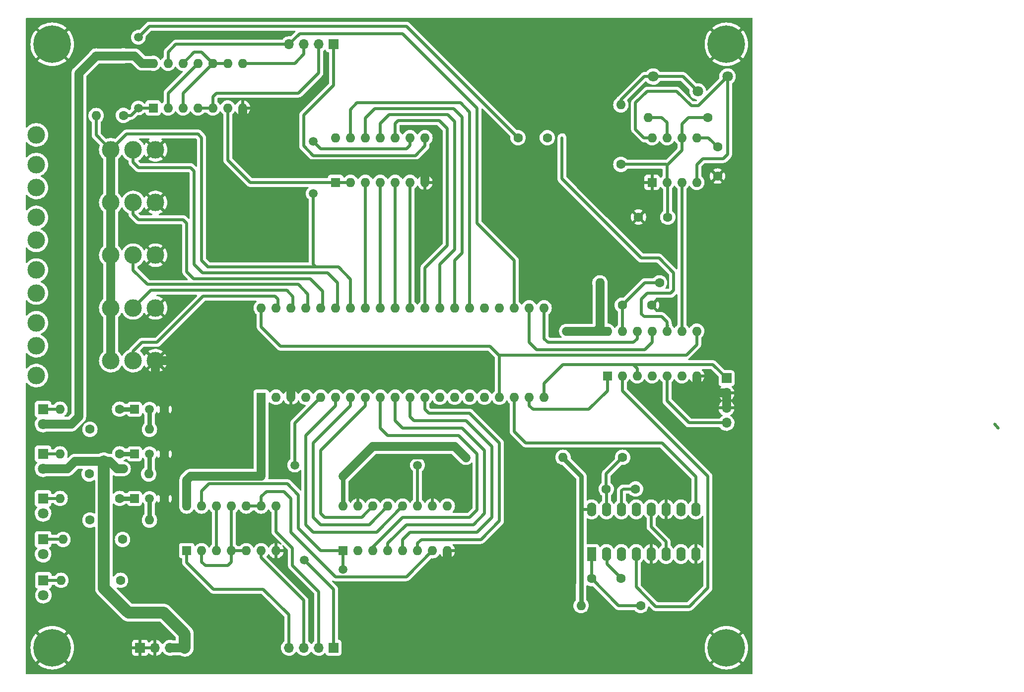
<source format=gbr>
%TF.GenerationSoftware,KiCad,Pcbnew,(6.0.4-0)*%
%TF.CreationDate,2024-05-14T16:24:58+10:00*%
%TF.ProjectId,E8Serial,45385365-7269-4616-9c2e-6b696361645f,rev?*%
%TF.SameCoordinates,Original*%
%TF.FileFunction,Copper,L2,Bot*%
%TF.FilePolarity,Positive*%
%FSLAX46Y46*%
G04 Gerber Fmt 4.6, Leading zero omitted, Abs format (unit mm)*
G04 Created by KiCad (PCBNEW (6.0.4-0)) date 2024-05-14 16:24:58*
%MOMM*%
%LPD*%
G01*
G04 APERTURE LIST*
%TA.AperFunction,ComponentPad*%
%ADD10C,1.600000*%
%TD*%
%TA.AperFunction,ComponentPad*%
%ADD11O,1.600000X1.600000*%
%TD*%
%TA.AperFunction,ComponentPad*%
%ADD12C,3.000000*%
%TD*%
%TA.AperFunction,ComponentPad*%
%ADD13R,1.600000X1.600000*%
%TD*%
%TA.AperFunction,ComponentPad*%
%ADD14R,1.800000X1.800000*%
%TD*%
%TA.AperFunction,ComponentPad*%
%ADD15C,1.800000*%
%TD*%
%TA.AperFunction,ComponentPad*%
%ADD16R,1.700000X1.700000*%
%TD*%
%TA.AperFunction,ComponentPad*%
%ADD17O,1.700000X1.700000*%
%TD*%
%TA.AperFunction,ComponentPad*%
%ADD18R,1.500000X1.500000*%
%TD*%
%TA.AperFunction,ComponentPad*%
%ADD19C,1.500000*%
%TD*%
%TA.AperFunction,ComponentPad*%
%ADD20C,0.800000*%
%TD*%
%TA.AperFunction,ComponentPad*%
%ADD21C,6.400000*%
%TD*%
%TA.AperFunction,ComponentPad*%
%ADD22R,1.600000X2.400000*%
%TD*%
%TA.AperFunction,ComponentPad*%
%ADD23O,1.600000X2.400000*%
%TD*%
%TA.AperFunction,ViaPad*%
%ADD24C,1.500000*%
%TD*%
%TA.AperFunction,Conductor*%
%ADD25C,0.500000*%
%TD*%
%TA.AperFunction,Conductor*%
%ADD26C,1.500000*%
%TD*%
%TA.AperFunction,Conductor*%
%ADD27C,2.000000*%
%TD*%
%TA.AperFunction,Conductor*%
%ADD28C,0.750000*%
%TD*%
G04 APERTURE END LIST*
D10*
%TO.P,C1,1*%
%TO.N,Net-(C1-Pad1)*%
X158500000Y-69500000D03*
%TO.P,C1,2*%
%TO.N,GND*%
X158500000Y-74500000D03*
%TD*%
%TO.P,R1,1*%
%TO.N,+5V*%
X52500000Y-54000000D03*
D11*
%TO.P,R1,2*%
%TO.N,~{CLR}*%
X52500000Y-64160000D03*
%TD*%
D10*
%TO.P,R2,1*%
%TO.N,Net-(C2-Pad1)*%
X142000000Y-72500000D03*
D11*
%TO.P,R2,2*%
%TO.N,Net-(R2-Pad2)*%
X142000000Y-62340000D03*
%TD*%
D10*
%TO.P,R3,1*%
%TO.N,Net-(C2-Pad1)*%
X156845000Y-64500000D03*
D11*
%TO.P,R3,2*%
%TO.N,Net-(R3-Pad2)*%
X146685000Y-64500000D03*
%TD*%
D12*
%TO.P,SW1,1,A*%
%TO.N,GND*%
X62620000Y-88000000D03*
%TO.P,SW1,2,B*%
%TO.N,Net-(SW1-Pad2)*%
X58810000Y-88000000D03*
%TO.P,SW1,3,C*%
%TO.N,~{CLR}*%
X55000000Y-88000000D03*
%TO.P,SW1,4*%
%TO.N,N/C*%
X42300000Y-90540000D03*
%TO.P,SW1,5*%
X42300000Y-85460000D03*
%TD*%
%TO.P,SW2,1,A*%
%TO.N,GND*%
X62620000Y-97000000D03*
%TO.P,SW2,2,B*%
%TO.N,Net-(SW2-Pad2)*%
X58810000Y-97000000D03*
%TO.P,SW2,3,C*%
%TO.N,~{CLR}*%
X55000000Y-97000000D03*
%TO.P,SW2,4*%
%TO.N,N/C*%
X42300000Y-99540000D03*
%TO.P,SW2,5*%
X42300000Y-94460000D03*
%TD*%
%TO.P,SW3,1,A*%
%TO.N,GND*%
X62620000Y-106000000D03*
%TO.P,SW3,2,B*%
%TO.N,Net-(SW3-Pad2)*%
X58810000Y-106000000D03*
%TO.P,SW3,3,C*%
%TO.N,~{CLR}*%
X55000000Y-106000000D03*
%TO.P,SW3,4*%
%TO.N,N/C*%
X42300000Y-108540000D03*
%TO.P,SW3,5*%
X42300000Y-103460000D03*
%TD*%
%TO.P,SW4,1,A*%
%TO.N,GND*%
X62620000Y-79000000D03*
%TO.P,SW4,2,B*%
%TO.N,Net-(SW4-Pad2)*%
X58810000Y-79000000D03*
%TO.P,SW4,3,C*%
%TO.N,~{CLR}*%
X55000000Y-79000000D03*
%TO.P,SW4,4*%
%TO.N,N/C*%
X42300000Y-81540000D03*
%TO.P,SW4,5*%
X42300000Y-76460000D03*
%TD*%
%TO.P,SW5,1,A*%
%TO.N,GND*%
X62620000Y-70000000D03*
%TO.P,SW5,2,B*%
%TO.N,Net-(SW5-Pad2)*%
X58810000Y-70000000D03*
%TO.P,SW5,3,C*%
%TO.N,~{CLR}*%
X55000000Y-70000000D03*
%TO.P,SW5,4*%
%TO.N,N/C*%
X42300000Y-72540000D03*
%TO.P,SW5,5*%
X42300000Y-67460000D03*
%TD*%
D13*
%TO.P,U5,1*%
%TO.N,ODA*%
X139700000Y-108585000D03*
D11*
%TO.P,U5,2*%
%TO.N,Net-(U5-Pad2)*%
X142240000Y-108585000D03*
%TO.P,U5,3*%
%TO.N,RX*%
X144780000Y-108585000D03*
%TO.P,U5,4*%
%TO.N,Net-(R7-Pad1)*%
X147320000Y-108585000D03*
%TO.P,U5,5*%
%TO.N,TX*%
X149860000Y-108585000D03*
%TO.P,U5,6*%
%TO.N,Net-(R8-Pad1)*%
X152400000Y-108585000D03*
%TO.P,U5,7,GND*%
%TO.N,GND*%
X154940000Y-108585000D03*
%TO.P,U5,8*%
%TO.N,Net-(U4-Pad17)*%
X154940000Y-100965000D03*
%TO.P,U5,9*%
%TO.N,Net-(U3-Pad3)*%
X152400000Y-100965000D03*
%TO.P,U5,10*%
%TO.N,Net-(C3-Pad2)*%
X149860000Y-100965000D03*
%TO.P,U5,11*%
%TO.N,TBMT*%
X147320000Y-100965000D03*
%TO.P,U5,12*%
%TO.N,Net-(U4-Pad21)_1*%
X144780000Y-100965000D03*
%TO.P,U5,13*%
%TO.N,Net-(C4-Pad1)*%
X142240000Y-100965000D03*
%TO.P,U5,14,VCC*%
%TO.N,+5V*%
X139700000Y-100965000D03*
%TD*%
D13*
%TO.P,U3,1,GND*%
%TO.N,GND*%
X147320000Y-75565000D03*
D11*
%TO.P,U3,2,TR*%
%TO.N,Net-(C2-Pad1)*%
X149860000Y-75565000D03*
%TO.P,U3,3,Q*%
%TO.N,Net-(U3-Pad3)*%
X152400000Y-75565000D03*
%TO.P,U3,4,R*%
%TO.N,+5V*%
X154940000Y-75565000D03*
%TO.P,U3,5,CV*%
%TO.N,Net-(C1-Pad1)*%
X154940000Y-67945000D03*
%TO.P,U3,6,THR*%
%TO.N,Net-(C2-Pad1)*%
X152400000Y-67945000D03*
%TO.P,U3,7,DIS*%
%TO.N,Net-(R3-Pad2)*%
X149860000Y-67945000D03*
%TO.P,U3,8,VCC*%
%TO.N,+5V*%
X147320000Y-67945000D03*
%TD*%
D13*
%TO.P,U4,1,+5V*%
%TO.N,+5V*%
X80645000Y-112240000D03*
D11*
%TO.P,U4,2,N/C_(_+12V_ON_1013_)*%
%TO.N,unconnected-(U4-Pad2)*%
X83185000Y-112240000D03*
%TO.P,U4,3,GND*%
%TO.N,GND*%
X85725000Y-112240000D03*
%TO.P,U4,4,~{RDE}*%
%TO.N,unconnected-(U4-Pad4)*%
X88265000Y-112240000D03*
%TO.P,U4,5,RD8*%
%TO.N,Net-(U4-Pad5)*%
X90805000Y-112240000D03*
%TO.P,U4,6,RD7*%
%TO.N,Net-(U4-Pad6)*%
X93345000Y-112240000D03*
%TO.P,U4,7,RD6*%
%TO.N,Net-(U4-Pad7)*%
X95885000Y-112240000D03*
%TO.P,U4,8,RD5*%
%TO.N,Net-(U4-Pad8)*%
X98425000Y-112240000D03*
%TO.P,U4,9,RD4*%
%TO.N,Net-(U4-Pad9)*%
X100965000Y-112240000D03*
%TO.P,U4,10,RD3*%
%TO.N,Net-(U4-Pad10)*%
X103505000Y-112240000D03*
%TO.P,U4,11,RD2*%
%TO.N,Net-(U4-Pad11)*%
X106045000Y-112240000D03*
%TO.P,U4,12,RD1*%
%TO.N,Net-(U4-Pad12)*%
X108585000Y-112240000D03*
%TO.P,U4,13,RPE*%
%TO.N,PARITY_ERROR*%
X111125000Y-112240000D03*
%TO.P,U4,14,RFE*%
%TO.N,FRAMING_ERROR*%
X113665000Y-112240000D03*
%TO.P,U4,15,ROR*%
%TO.N,OVERRUN*%
X116205000Y-112240000D03*
%TO.P,U4,16,~{SWE}*%
%TO.N,unconnected-(U4-Pad16)*%
X118745000Y-112240000D03*
%TO.P,U4,17,RCP*%
%TO.N,Net-(U4-Pad17)*%
X121285000Y-112240000D03*
%TO.P,U4,18,~{RDA(V})*%
%TO.N,~{RDA}*%
X123825000Y-112240000D03*
%TO.P,U4,19,ODA_(DAV)*%
%TO.N,ODA*%
X126365000Y-112240000D03*
%TO.P,U4,20,RSI*%
%TO.N,RX*%
X128905000Y-112240000D03*
%TO.P,U4,21,RESET*%
%TO.N,Net-(U4-Pad21)_1*%
X128905000Y-97000000D03*
%TO.P,U4,22,TBMT*%
%TO.N,TBMT*%
X126365000Y-97000000D03*
%TO.P,U4,23,~{DS}*%
%TO.N,~{INPUT_RESET_FLAG}*%
X123825000Y-97000000D03*
%TO.P,U4,24,TEOC*%
%TO.N,unconnected-(U4-Pad24)*%
X121285000Y-97000000D03*
%TO.P,U4,25,TSO*%
%TO.N,TX*%
X118745000Y-97000000D03*
%TO.P,U4,26,DB1*%
%TO.N,Net-(U2-Pad13)*%
X116205000Y-97000000D03*
%TO.P,U4,27,DB2*%
%TO.N,Net-(U2-Pad12)*%
X113665000Y-97000000D03*
%TO.P,U4,28,DB3*%
%TO.N,Net-(U2-Pad11)*%
X111125000Y-97000000D03*
%TO.P,U4,29,DB4*%
%TO.N,Net-(U2-Pad10)*%
X108585000Y-97000000D03*
%TO.P,U4,30,DB5*%
%TO.N,Net-(U2-Pad6)*%
X106045000Y-97000000D03*
%TO.P,U4,31,DB6*%
%TO.N,Net-(U2-Pad5)*%
X103505000Y-97000000D03*
%TO.P,U4,32,DB7*%
%TO.N,Net-(U2-Pad4)*%
X100965000Y-97000000D03*
%TO.P,U4,33,DB8*%
%TO.N,Net-(U2-Pad3)*%
X98425000Y-97000000D03*
%TO.P,U4,34,CS*%
%TO.N,~{CLR}*%
X95885000Y-97000000D03*
%TO.P,U4,35,NPB*%
%TO.N,Net-(SW5-Pad2)*%
X93345000Y-97000000D03*
%TO.P,U4,36,NSB*%
%TO.N,Net-(SW4-Pad2)*%
X90805000Y-97000000D03*
%TO.P,U4,37,NDB2*%
%TO.N,Net-(SW1-Pad2)*%
X88265000Y-97000000D03*
%TO.P,U4,38,NDB1*%
%TO.N,Net-(SW2-Pad2)*%
X85725000Y-97000000D03*
%TO.P,U4,39,POE*%
%TO.N,Net-(SW3-Pad2)*%
X83185000Y-97000000D03*
%TO.P,U4,40,TCP*%
%TO.N,Net-(U4-Pad17)*%
X80645000Y-97000000D03*
%TD*%
D13*
%TO.P,U7,1,~{PL}*%
%TO.N,SL*%
X94615000Y-138430000D03*
D11*
%TO.P,U7,2,CP*%
%TO.N,~{OUT_CLOCK}*%
X97155000Y-138430000D03*
%TO.P,U7,3,D4*%
%TO.N,Net-(U4-Pad9)*%
X99695000Y-138430000D03*
%TO.P,U7,4,D5*%
%TO.N,Net-(U4-Pad10)*%
X102235000Y-138430000D03*
%TO.P,U7,5,D6*%
%TO.N,Net-(U4-Pad11)*%
X104775000Y-138430000D03*
%TO.P,U7,6,D7*%
%TO.N,Net-(U4-Pad12)*%
X107315000Y-138430000D03*
%TO.P,U7,7,~{Q7}*%
%TO.N,Net-(U6-Pad10)*%
X109855000Y-138430000D03*
%TO.P,U7,8,GND*%
%TO.N,GND*%
X112395000Y-138430000D03*
%TO.P,U7,9,Q7*%
%TO.N,unconnected-(U7-Pad9)*%
X112395000Y-130810000D03*
%TO.P,U7,10,DS*%
%TO.N,GND*%
X109855000Y-130810000D03*
%TO.P,U7,11,D0*%
%TO.N,Net-(U4-Pad5)*%
X107315000Y-130810000D03*
%TO.P,U7,12,D1*%
%TO.N,Net-(U4-Pad6)*%
X104775000Y-130810000D03*
%TO.P,U7,13,D2*%
%TO.N,Net-(U4-Pad7)*%
X102235000Y-130810000D03*
%TO.P,U7,14,D3*%
%TO.N,Net-(U4-Pad8)*%
X99695000Y-130810000D03*
%TO.P,U7,15,~{CE}*%
%TO.N,GND*%
X97155000Y-130810000D03*
%TO.P,U7,16,VCC*%
%TO.N,+5V*%
X94615000Y-130810000D03*
%TD*%
D10*
%TO.P,C2,1*%
%TO.N,Net-(C2-Pad1)*%
X150000000Y-81500000D03*
%TO.P,C2,2*%
%TO.N,GND*%
X145000000Y-81500000D03*
%TD*%
D14*
%TO.P,D1,1,K*%
%TO.N,Net-(D1-Pad1)*%
X43450000Y-114285000D03*
D15*
%TO.P,D1,2,A*%
%TO.N,+5V*%
X43450000Y-116825000D03*
%TD*%
D14*
%TO.P,D2,1,K*%
%TO.N,Net-(D2-Pad1)*%
X43450000Y-121905000D03*
D15*
%TO.P,D2,2,A*%
%TO.N,+5V*%
X43450000Y-124445000D03*
%TD*%
D14*
%TO.P,D3,1,K*%
%TO.N,Net-(D3-Pad1)*%
X43450000Y-129525000D03*
D15*
%TO.P,D3,2,A*%
%TO.N,+5V*%
X43450000Y-132065000D03*
%TD*%
D14*
%TO.P,D4,1,K*%
%TO.N,Net-(D4-Pad1)*%
X43450000Y-136500000D03*
D15*
%TO.P,D4,2,A*%
%TO.N,+5V*%
X43450000Y-139040000D03*
%TD*%
D10*
%TO.P,R4,1*%
%TO.N,Net-(Q1-Pad1)*%
X56500000Y-114285000D03*
D11*
%TO.P,R4,2*%
%TO.N,Net-(D1-Pad1)*%
X46340000Y-114285000D03*
%TD*%
D10*
%TO.P,R5,1*%
%TO.N,Net-(Q2-Pad1)*%
X56500000Y-121905000D03*
D11*
%TO.P,R5,2*%
%TO.N,Net-(D2-Pad1)*%
X46340000Y-121905000D03*
%TD*%
D10*
%TO.P,R6,1*%
%TO.N,Net-(Q3-Pad1)*%
X56515000Y-129525000D03*
D11*
%TO.P,R6,2*%
%TO.N,Net-(D3-Pad1)*%
X46355000Y-129525000D03*
%TD*%
D10*
%TO.P,R7,1*%
%TO.N,Net-(R7-Pad1)*%
X57000000Y-136500000D03*
D11*
%TO.P,R7,2*%
%TO.N,Net-(D4-Pad1)*%
X46840000Y-136500000D03*
%TD*%
D14*
%TO.P,D5,1,K*%
%TO.N,Net-(D5-Pad1)*%
X43500000Y-143495000D03*
D15*
%TO.P,D5,2,A*%
%TO.N,+5V*%
X43500000Y-146035000D03*
%TD*%
D10*
%TO.P,R8,1*%
%TO.N,Net-(R8-Pad1)*%
X56660000Y-143495000D03*
D11*
%TO.P,R8,2*%
%TO.N,Net-(D5-Pad1)*%
X46500000Y-143495000D03*
%TD*%
D10*
%TO.P,R15,1*%
%TO.N,OVERRUN*%
X51435000Y-117714000D03*
D11*
%TO.P,R15,2*%
%TO.N,Net-(Q1-Pad2)*%
X61595000Y-117714000D03*
%TD*%
D10*
%TO.P,C3,1*%
%TO.N,Net-(C3-Pad1)*%
X124460000Y-67945000D03*
%TO.P,C3,2*%
%TO.N,Net-(C3-Pad2)*%
X129460000Y-67945000D03*
%TD*%
%TO.P,C4,1*%
%TO.N,Net-(C4-Pad1)*%
X142240000Y-96520000D03*
%TO.P,C4,2*%
%TO.N,GND*%
X147240000Y-96520000D03*
%TD*%
%TO.P,C5,1*%
%TO.N,Net-(C5-Pad1)*%
X137000000Y-143200000D03*
%TO.P,C5,2*%
%TO.N,Net-(C5-Pad2)*%
X142000000Y-143200000D03*
%TD*%
%TO.P,C6,1*%
%TO.N,Net-(C6-Pad1)*%
X139500000Y-127900000D03*
%TO.P,C6,2*%
%TO.N,Net-(C6-Pad2)*%
X144500000Y-127900000D03*
%TD*%
D16*
%TO.P,J1,1,Pin_1*%
%TO.N,~{INPUT_CLOCK}*%
X93000000Y-52000000D03*
D17*
%TO.P,J1,2,Pin_2*%
%TO.N,~{INPUT_DATA}*%
X90460000Y-52000000D03*
%TO.P,J1,3,Pin_3*%
%TO.N,~{INPUT_FLAG}*%
X87920000Y-52000000D03*
%TO.P,J1,4,Pin_4*%
%TO.N,~{INPUT_RESET_FLAG}*%
X85380000Y-52000000D03*
%TD*%
D18*
%TO.P,Q1,1,C*%
%TO.N,Net-(Q1-Pad1)*%
X59055000Y-114285000D03*
D19*
%TO.P,Q1,2,B*%
%TO.N,Net-(Q1-Pad2)*%
X61595000Y-114285000D03*
%TO.P,Q1,3,E*%
%TO.N,GND*%
X64135000Y-114285000D03*
%TD*%
D18*
%TO.P,Q2,1,C*%
%TO.N,Net-(Q2-Pad1)*%
X59055000Y-121905000D03*
D19*
%TO.P,Q2,2,B*%
%TO.N,Net-(Q2-Pad2)*%
X61595000Y-121905000D03*
%TO.P,Q2,3,E*%
%TO.N,GND*%
X64135000Y-121905000D03*
%TD*%
D18*
%TO.P,Q3,1,C*%
%TO.N,Net-(Q3-Pad1)*%
X59055000Y-129525000D03*
D19*
%TO.P,Q3,2,B*%
%TO.N,Net-(Q3-Pad2)*%
X61595000Y-129525000D03*
%TO.P,Q3,3,E*%
%TO.N,GND*%
X64135000Y-129525000D03*
%TD*%
D10*
%TO.P,R9,1*%
%TO.N,Net-(C3-Pad1)*%
X57150000Y-64135000D03*
D11*
%TO.P,R9,2*%
%TO.N,+5V*%
X57150000Y-53975000D03*
%TD*%
D10*
%TO.P,R10,1*%
%TO.N,PARITY_ERROR*%
X51308000Y-125334000D03*
D11*
%TO.P,R10,2*%
%TO.N,Net-(Q2-Pad2)*%
X61468000Y-125334000D03*
%TD*%
D10*
%TO.P,R11,1*%
%TO.N,FRAMING_ERROR*%
X51435000Y-133208000D03*
D11*
%TO.P,R11,2*%
%TO.N,Net-(Q3-Pad2)*%
X61595000Y-133208000D03*
%TD*%
D10*
%TO.P,R12,1*%
%TO.N,Net-(C4-Pad1)*%
X148590000Y-92710000D03*
D11*
%TO.P,R12,2*%
%TO.N,+5V*%
X138430000Y-92710000D03*
%TD*%
D10*
%TO.P,R13,1*%
%TO.N,Net-(C5-Pad1)*%
X145380000Y-147800000D03*
D11*
%TO.P,R13,2*%
%TO.N,+5V*%
X135220000Y-147800000D03*
%TD*%
D10*
%TO.P,R14,1*%
%TO.N,Net-(C6-Pad1)*%
X142300000Y-122500000D03*
D11*
%TO.P,R14,2*%
%TO.N,+5V*%
X132140000Y-122500000D03*
%TD*%
D15*
%TO.P,RV1,1,1*%
%TO.N,Net-(R2-Pad2)*%
X147500000Y-57500000D03*
%TO.P,RV1,2,2*%
X155120000Y-60040000D03*
%TO.P,RV1,3,3*%
%TO.N,+5V*%
X160200000Y-57500000D03*
%TD*%
D13*
%TO.P,U1,1*%
%TO.N,Net-(C3-Pad1)*%
X62230000Y-62865000D03*
D11*
%TO.P,U1,2*%
%TO.N,Net-(U1-Pad11)*%
X64770000Y-62865000D03*
%TO.P,U1,3*%
%TO.N,Net-(U1-Pad10)*%
X67310000Y-62865000D03*
%TO.P,U1,4*%
%TO.N,~{INPUT_DATA}*%
X69850000Y-62865000D03*
%TO.P,U1,5*%
X72390000Y-62865000D03*
%TO.P,U1,6*%
%TO.N,Net-(U1-Pad6)*%
X74930000Y-62865000D03*
%TO.P,U1,7,GND*%
%TO.N,GND*%
X77470000Y-62865000D03*
%TO.P,U1,8*%
%TO.N,~{INPUT_FLAG}*%
X77470000Y-55245000D03*
%TO.P,U1,9*%
%TO.N,Net-(U1-Pad10)*%
X74930000Y-55245000D03*
%TO.P,U1,10*%
X72390000Y-55245000D03*
%TO.P,U1,11*%
%TO.N,Net-(U1-Pad11)*%
X69850000Y-55245000D03*
%TO.P,U1,12*%
%TO.N,Net-(U1-Pad10)*%
X67310000Y-55245000D03*
%TO.P,U1,13*%
%TO.N,~{INPUT_RESET_FLAG}*%
X64770000Y-55245000D03*
%TO.P,U1,14,VCC*%
%TO.N,+5V*%
X62230000Y-55245000D03*
%TD*%
D13*
%TO.P,U2,1,A*%
%TO.N,Net-(U1-Pad6)*%
X93345000Y-75565000D03*
D11*
%TO.P,U2,2,B*%
X95885000Y-75565000D03*
%TO.P,U2,3,QA*%
%TO.N,Net-(U2-Pad3)*%
X98425000Y-75565000D03*
%TO.P,U2,4,QB*%
%TO.N,Net-(U2-Pad4)*%
X100965000Y-75565000D03*
%TO.P,U2,5,QC*%
%TO.N,Net-(U2-Pad5)*%
X103505000Y-75565000D03*
%TO.P,U2,6,QD*%
%TO.N,Net-(U2-Pad6)*%
X106045000Y-75565000D03*
%TO.P,U2,7,GND*%
%TO.N,GND*%
X108585000Y-75565000D03*
%TO.P,U2,8,~{CLK}*%
%TO.N,~{INPUT_CLOCK}*%
X108585000Y-67945000D03*
%TO.P,U2,9,~{CLR}*%
%TO.N,~{CLR}*%
X106045000Y-67945000D03*
%TO.P,U2,10,QE*%
%TO.N,Net-(U2-Pad10)*%
X103505000Y-67945000D03*
%TO.P,U2,11,QF*%
%TO.N,Net-(U2-Pad11)*%
X100965000Y-67945000D03*
%TO.P,U2,12,QG*%
%TO.N,Net-(U2-Pad12)*%
X98425000Y-67945000D03*
%TO.P,U2,13,QH*%
%TO.N,Net-(U2-Pad13)*%
X95885000Y-67945000D03*
%TO.P,U2,14,+5V*%
%TO.N,+5V*%
X93345000Y-67945000D03*
%TD*%
D13*
%TO.P,U6,1*%
%TO.N,~{OUTPUT_RESET_FLAG}*%
X67945000Y-138430000D03*
D11*
%TO.P,U6,2*%
%TO.N,Net-(U6-Pad11)*%
X70485000Y-138430000D03*
%TO.P,U6,3*%
%TO.N,Net-(U6-Pad12)*%
X73025000Y-138430000D03*
%TO.P,U6,4*%
%TO.N,Net-(U6-Pad11)*%
X75565000Y-138430000D03*
%TO.P,U6,5*%
X78105000Y-138430000D03*
%TO.P,U6,6*%
%TO.N,~{OUTPUT_FLAG}*%
X80645000Y-138430000D03*
%TO.P,U6,7,GND*%
%TO.N,GND*%
X83185000Y-138430000D03*
%TO.P,U6,8*%
%TO.N,OUTPUT_DATA*%
X83185000Y-130810000D03*
%TO.P,U6,9*%
%TO.N,Net-(U6-Pad10)*%
X80645000Y-130810000D03*
%TO.P,U6,10*%
X78105000Y-130810000D03*
%TO.P,U6,11*%
%TO.N,Net-(U6-Pad11)*%
X75565000Y-130810000D03*
%TO.P,U6,12*%
%TO.N,Net-(U6-Pad12)*%
X73025000Y-130810000D03*
%TO.P,U6,13*%
%TO.N,SL*%
X70485000Y-130810000D03*
%TO.P,U6,14,VCC*%
%TO.N,+5V*%
X67945000Y-130810000D03*
%TD*%
D20*
%TO.P,H1,1,1*%
%TO.N,GND*%
X43302944Y-53697056D03*
X47400000Y-52000000D03*
X45000000Y-49600000D03*
D21*
X45000000Y-52000000D03*
D20*
X46697056Y-50302944D03*
X46697056Y-53697056D03*
X43302944Y-50302944D03*
X42600000Y-52000000D03*
X45000000Y-54400000D03*
%TD*%
%TO.P,H2,1,1*%
%TO.N,GND*%
X162400000Y-52000000D03*
X157600000Y-52000000D03*
D21*
X160000000Y-52000000D03*
D20*
X160000000Y-54400000D03*
X158302944Y-50302944D03*
X158302944Y-53697056D03*
X161697056Y-53697056D03*
X160000000Y-49600000D03*
X161697056Y-50302944D03*
%TD*%
%TO.P,H3,1,1*%
%TO.N,GND*%
X160000000Y-157400000D03*
D21*
X160000000Y-155000000D03*
D20*
X161697056Y-156697056D03*
X160000000Y-152600000D03*
X161697056Y-153302944D03*
X158302944Y-156697056D03*
X158302944Y-153302944D03*
X157600000Y-155000000D03*
X162400000Y-155000000D03*
%TD*%
%TO.P,H4,1,1*%
%TO.N,GND*%
X47400000Y-155000000D03*
X45000000Y-157400000D03*
X46697056Y-153302944D03*
X43302944Y-156697056D03*
D21*
X45000000Y-155000000D03*
D20*
X42600000Y-155000000D03*
X43302944Y-153302944D03*
X45000000Y-152600000D03*
X46697056Y-156697056D03*
%TD*%
D16*
%TO.P,J2,1,Pin_1*%
%TO.N,~{OUT_CLOCK}*%
X93000000Y-155000000D03*
D17*
%TO.P,J2,2,Pin_2*%
%TO.N,OUTPUT_DATA*%
X90460000Y-155000000D03*
%TO.P,J2,3,Pin_3*%
%TO.N,~{OUTPUT_FLAG}*%
X87920000Y-155000000D03*
%TO.P,J2,4,Pin_4*%
%TO.N,~{OUTPUT_RESET_FLAG}*%
X85380000Y-155000000D03*
%TD*%
D16*
%TO.P,J3,1,Pin_1*%
%TO.N,RX*%
X160020000Y-109000000D03*
D17*
%TO.P,J3,2,Pin_2*%
%TO.N,GND*%
X160020000Y-111540000D03*
%TO.P,J3,3,Pin_3*%
X160020000Y-114080000D03*
%TO.P,J3,4,Pin_4*%
%TO.N,TX*%
X160020000Y-116620000D03*
%TD*%
D16*
%TO.P,J4,1,Pin_1*%
%TO.N,GND*%
X60000000Y-155000000D03*
D17*
%TO.P,J4,2,Pin_2*%
X62540000Y-155000000D03*
%TO.P,J4,3,Pin_3*%
%TO.N,+5V*%
X65080000Y-155000000D03*
%TO.P,J4,4,Pin_4*%
X67620000Y-155000000D03*
%TD*%
D22*
%TO.P,U8,1,Cext*%
%TO.N,Net-(C5-Pad1)*%
X137000000Y-139000000D03*
D23*
%TO.P,U8,2,RCext*%
%TO.N,Net-(C5-Pad2)*%
X139540000Y-139000000D03*
%TO.P,U8,3,Clr*%
%TO.N,unconnected-(U8-Pad3)*%
X142080000Y-139000000D03*
%TO.P,U8,4,B*%
%TO.N,Net-(U5-Pad2)*%
X144620000Y-139000000D03*
%TO.P,U8,5,A*%
%TO.N,GND*%
X147160000Y-139000000D03*
%TO.P,U8,6,Q*%
%TO.N,Net-(U8-Pad12)*%
X149700000Y-139000000D03*
%TO.P,U8,7,~{Q}*%
%TO.N,SL*%
X152240000Y-139000000D03*
%TO.P,U8,8,GND*%
%TO.N,GND*%
X154780000Y-139000000D03*
%TO.P,U8,9,~{Q}*%
%TO.N,~{RDA}*%
X154780000Y-131380000D03*
%TO.P,U8,10,Q*%
%TO.N,unconnected-(U8-Pad10)*%
X152240000Y-131380000D03*
%TO.P,U8,11,A*%
%TO.N,GND*%
X149700000Y-131380000D03*
%TO.P,U8,12,B*%
%TO.N,Net-(U8-Pad12)*%
X147160000Y-131380000D03*
%TO.P,U8,13,Clr*%
%TO.N,unconnected-(U8-Pad13)*%
X144620000Y-131380000D03*
%TO.P,U8,14,RCext*%
%TO.N,Net-(C6-Pad2)*%
X142080000Y-131380000D03*
%TO.P,U8,15,Cext*%
%TO.N,Net-(C6-Pad1)*%
X139540000Y-131380000D03*
%TO.P,U8,16,VCC*%
%TO.N,+5V*%
X137000000Y-131380000D03*
%TD*%
D24*
%TO.N,GND*%
X112395000Y-144780000D03*
X115570000Y-127000000D03*
X78740000Y-69850000D03*
X67310000Y-144780000D03*
%TO.N,+5V*%
X57150000Y-124445000D03*
X115570000Y-122555000D03*
X80645000Y-125730000D03*
X132715000Y-100965000D03*
X94615000Y-125730000D03*
%TO.N,Net-(U4-Pad5)*%
X86360000Y-123825000D03*
X107315000Y-123825000D03*
%TO.N,Net-(C3-Pad1)*%
X59690000Y-50800000D03*
X59690000Y-62865000D03*
%TO.N,SL*%
X94615000Y-141605000D03*
%TO.N,~{OUT_CLOCK}*%
X88000000Y-140000000D03*
%TO.N,~{CLR}*%
X89535000Y-77470000D03*
X89535000Y-68580000D03*
%TD*%
D25*
%TO.N,*%
X206375000Y-117475000D02*
X205740000Y-116840000D01*
%TO.N,GND*%
X100965000Y-122555000D02*
X97155000Y-126365000D01*
D26*
X64135000Y-141605000D02*
X67310000Y-144780000D01*
D25*
X115570000Y-127000000D02*
X115570000Y-125730000D01*
X147320000Y-75565000D02*
X147320000Y-79180000D01*
D26*
X85725000Y-107950000D02*
X83775000Y-106000000D01*
X62620000Y-106000000D02*
X62620000Y-110230000D01*
X160020000Y-111540000D02*
X156540000Y-111540000D01*
X112395000Y-144780000D02*
X112395000Y-138430000D01*
X64135000Y-111745000D02*
X64135000Y-129525000D01*
X160020000Y-114080000D02*
X160020000Y-111540000D01*
D25*
X112395000Y-122555000D02*
X100965000Y-122555000D01*
D26*
X83775000Y-106000000D02*
X62620000Y-106000000D01*
X108585000Y-75565000D02*
X108585000Y-73660000D01*
D25*
X109855000Y-130810000D02*
X109855000Y-128270000D01*
D26*
X154940000Y-108585000D02*
X154940000Y-109940000D01*
D25*
X115570000Y-125730000D02*
X112395000Y-122555000D01*
D26*
X85725000Y-112240000D02*
X85725000Y-107950000D01*
X62620000Y-110230000D02*
X64135000Y-111745000D01*
X64135000Y-129525000D02*
X64135000Y-141605000D01*
X77470000Y-68580000D02*
X77470000Y-62865000D01*
X108585000Y-73660000D02*
X107315000Y-72390000D01*
D25*
X97155000Y-126365000D02*
X97155000Y-130810000D01*
X111125000Y-127000000D02*
X115570000Y-127000000D01*
X147320000Y-79180000D02*
X145000000Y-81500000D01*
D26*
X154940000Y-109940000D02*
X156540000Y-111540000D01*
X107315000Y-72390000D02*
X81280000Y-72390000D01*
D25*
X109855000Y-128270000D02*
X111125000Y-127000000D01*
D26*
X81280000Y-72390000D02*
X77470000Y-68580000D01*
D25*
%TO.N,Net-(C1-Pad1)*%
X156945000Y-67945000D02*
X158500000Y-69500000D01*
X154940000Y-67945000D02*
X156945000Y-67945000D01*
%TO.N,Net-(C2-Pad1)*%
X149860000Y-72640000D02*
X152400000Y-70100000D01*
X153500000Y-64500000D02*
X152400000Y-65600000D01*
X150000000Y-75705000D02*
X149860000Y-75565000D01*
X152400000Y-70100000D02*
X152400000Y-67945000D01*
X142000000Y-72500000D02*
X149720000Y-72500000D01*
X150000000Y-81500000D02*
X150000000Y-75705000D01*
X149860000Y-75565000D02*
X149860000Y-72640000D01*
X149720000Y-72500000D02*
X149860000Y-72640000D01*
X152400000Y-65600000D02*
X152400000Y-67945000D01*
X156845000Y-64500000D02*
X153500000Y-64500000D01*
%TO.N,+5V*%
X135320000Y-131380000D02*
X135255000Y-131445000D01*
X154000000Y-62500000D02*
X155200000Y-62500000D01*
X147320000Y-67945000D02*
X145945000Y-67945000D01*
X137000000Y-131380000D02*
X135320000Y-131380000D01*
D26*
X68580000Y-125730000D02*
X67945000Y-126365000D01*
D27*
X64000000Y-149000000D02*
X67620000Y-152620000D01*
D26*
X57125000Y-54000000D02*
X57150000Y-53975000D01*
X138430000Y-92710000D02*
X138430000Y-100330000D01*
X113665000Y-120650000D02*
X99695000Y-120650000D01*
D28*
X135255000Y-125730000D02*
X135255000Y-131445000D01*
D26*
X60325000Y-55245000D02*
X59055000Y-53975000D01*
D27*
X67620000Y-152620000D02*
X67620000Y-155000000D01*
D26*
X48275000Y-116825000D02*
X49530000Y-115570000D01*
D25*
X144500000Y-62000000D02*
X146500000Y-60000000D01*
D26*
X57150000Y-124445000D02*
X56089340Y-124445000D01*
X47625000Y-124445000D02*
X43450000Y-124445000D01*
D25*
X146500000Y-60000000D02*
X151500000Y-60000000D01*
X145945000Y-67945000D02*
X144500000Y-66500000D01*
D26*
X48895000Y-123175000D02*
X47625000Y-124445000D01*
X49530000Y-115570000D02*
X49530000Y-56970000D01*
D28*
X135255000Y-131445000D02*
X135255000Y-144255000D01*
D25*
X144500000Y-66500000D02*
X144500000Y-62000000D01*
D28*
X132080000Y-122555000D02*
X135255000Y-125730000D01*
D26*
X80645000Y-125730000D02*
X68580000Y-125730000D01*
D27*
X53825000Y-123175000D02*
X53825000Y-144825000D01*
D26*
X57150000Y-53975000D02*
X59055000Y-53975000D01*
D28*
X135255000Y-144255000D02*
X135220000Y-144290000D01*
D27*
X53825000Y-144825000D02*
X58000000Y-149000000D01*
D26*
X56089340Y-124445000D02*
X54819340Y-123175000D01*
D25*
X159500000Y-71500000D02*
X156000000Y-71500000D01*
D26*
X43450000Y-116825000D02*
X48275000Y-116825000D01*
X115570000Y-122555000D02*
X113665000Y-120650000D01*
D25*
X156000000Y-71500000D02*
X154940000Y-72560000D01*
D26*
X49530000Y-56970000D02*
X52500000Y-54000000D01*
X54819340Y-123175000D02*
X53825000Y-123175000D01*
D25*
X160200000Y-57500000D02*
X160200000Y-70800000D01*
D26*
X137795000Y-100965000D02*
X132715000Y-100965000D01*
X53825000Y-123175000D02*
X48895000Y-123175000D01*
D25*
X151500000Y-60000000D02*
X154000000Y-62500000D01*
X160200000Y-70800000D02*
X159500000Y-71500000D01*
D26*
X67945000Y-126365000D02*
X67945000Y-130810000D01*
D25*
X155200000Y-62500000D02*
X160200000Y-57500000D01*
D27*
X58000000Y-149000000D02*
X64000000Y-149000000D01*
D25*
X154940000Y-72560000D02*
X154940000Y-75565000D01*
D28*
X135220000Y-144290000D02*
X135220000Y-147800000D01*
D26*
X139700000Y-100965000D02*
X137795000Y-100965000D01*
X99695000Y-120650000D02*
X94615000Y-125730000D01*
X60325000Y-55245000D02*
X62230000Y-55245000D01*
X80645000Y-112240000D02*
X80645000Y-125730000D01*
D28*
X94615000Y-130810000D02*
X94615000Y-125730000D01*
D26*
X138430000Y-100330000D02*
X137795000Y-100965000D01*
X65080000Y-155000000D02*
X67620000Y-155000000D01*
X52500000Y-54000000D02*
X57125000Y-54000000D01*
D25*
%TO.N,Net-(R3-Pad2)*%
X149860000Y-65360000D02*
X149860000Y-67945000D01*
X149000000Y-64500000D02*
X149860000Y-65360000D01*
X146685000Y-64500000D02*
X149000000Y-64500000D01*
%TO.N,Net-(SW1-Pad2)*%
X87000000Y-93000000D02*
X61250000Y-93000000D01*
X88620000Y-94620000D02*
X87000000Y-93000000D01*
X58810000Y-90560000D02*
X58810000Y-88000000D01*
X88620000Y-97000000D02*
X88620000Y-94620000D01*
X61250000Y-93000000D02*
X58810000Y-90560000D01*
%TO.N,Net-(SW2-Pad2)*%
X62733998Y-94000000D02*
X62713998Y-93980000D01*
X86080000Y-97000000D02*
X86080000Y-95080000D01*
X85000000Y-94000000D02*
X62733998Y-94000000D01*
X61830000Y-93980000D02*
X58810000Y-97000000D01*
X62713998Y-93980000D02*
X61830000Y-93980000D01*
X86080000Y-95080000D02*
X85000000Y-94000000D01*
%TO.N,Net-(SW3-Pad2)*%
X60325000Y-102870000D02*
X58810000Y-104385000D01*
X58810000Y-104385000D02*
X58810000Y-106000000D01*
X83540000Y-95540000D02*
X83000000Y-95000000D01*
X83540000Y-97000000D02*
X83540000Y-95540000D01*
X70735000Y-95000000D02*
X62865000Y-102870000D01*
X83000000Y-95000000D02*
X70735000Y-95000000D01*
X62865000Y-102870000D02*
X60325000Y-102870000D01*
%TO.N,Net-(SW4-Pad2)*%
X91160000Y-94160000D02*
X89000000Y-92000000D01*
X69140000Y-92000000D02*
X67945000Y-90805000D01*
X91160000Y-97000000D02*
X91160000Y-94160000D01*
X59690000Y-81915000D02*
X58810000Y-81035000D01*
X58810000Y-81035000D02*
X58810000Y-79000000D01*
X67945000Y-82550000D02*
X67310000Y-81915000D01*
X67310000Y-81915000D02*
X59690000Y-81915000D01*
X67945000Y-90805000D02*
X67945000Y-82550000D01*
X89000000Y-92000000D02*
X69140000Y-92000000D01*
%TO.N,Net-(SW5-Pad2)*%
X93700000Y-97000000D02*
X93700000Y-92700000D01*
X59690000Y-73025000D02*
X58810000Y-72145000D01*
X93700000Y-92700000D02*
X92000000Y-91000000D01*
X68580000Y-73025000D02*
X59690000Y-73025000D01*
X70680000Y-91000000D02*
X69215000Y-89535000D01*
X92000000Y-91000000D02*
X70680000Y-91000000D01*
X69215000Y-73660000D02*
X68580000Y-73025000D01*
X69215000Y-89535000D02*
X69215000Y-73660000D01*
X58810000Y-72145000D02*
X58810000Y-70000000D01*
%TO.N,Net-(U1-Pad6)*%
X74930000Y-62865000D02*
X74930000Y-71755000D01*
X74930000Y-71755000D02*
X78740000Y-75565000D01*
X78740000Y-75565000D02*
X95885000Y-75565000D01*
%TO.N,Net-(U1-Pad11)*%
X69850000Y-55245000D02*
X64770000Y-60325000D01*
X64770000Y-60325000D02*
X64770000Y-62865000D01*
%TO.N,Net-(U1-Pad10)*%
X70485000Y-53340000D02*
X72390000Y-55245000D01*
X67310000Y-55245000D02*
X69215000Y-53340000D01*
X72390000Y-55245000D02*
X67310000Y-60325000D01*
X69215000Y-53340000D02*
X70485000Y-53340000D01*
X72390000Y-55245000D02*
X74930000Y-55245000D01*
X67310000Y-60325000D02*
X67310000Y-62865000D01*
%TO.N,Net-(U4-Pad12)*%
X107315000Y-138430000D02*
X107315000Y-137160000D01*
X118110000Y-136525000D02*
X121285000Y-133350000D01*
X116205000Y-114935000D02*
X109220000Y-114935000D01*
X109220000Y-114935000D02*
X108585000Y-114300000D01*
X107950000Y-136525000D02*
X118110000Y-136525000D01*
X107315000Y-137160000D02*
X107950000Y-136525000D01*
X108585000Y-114300000D02*
X108585000Y-112240000D01*
X121285000Y-133350000D02*
X121285000Y-120015000D01*
X121285000Y-120015000D02*
X116205000Y-114935000D01*
%TO.N,Net-(U4-Pad11)*%
X117475000Y-135255000D02*
X120015000Y-132715000D01*
X106045000Y-135255000D02*
X117475000Y-135255000D01*
X106680000Y-116205000D02*
X106045000Y-115570000D01*
X104775000Y-136525000D02*
X106045000Y-135255000D01*
X120015000Y-120650000D02*
X115570000Y-116205000D01*
X120015000Y-132715000D02*
X120015000Y-120650000D01*
X104775000Y-138430000D02*
X104775000Y-136525000D01*
X115570000Y-116205000D02*
X106680000Y-116205000D01*
X106045000Y-115570000D02*
X106045000Y-112240000D01*
%TO.N,Net-(U4-Pad10)*%
X105410000Y-133985000D02*
X116840000Y-133985000D01*
X102235000Y-137160000D02*
X105410000Y-133985000D01*
X118745000Y-121285000D02*
X114935000Y-117475000D01*
X103505000Y-116205000D02*
X103505000Y-112240000D01*
X116840000Y-133985000D02*
X118745000Y-132080000D01*
X114935000Y-117475000D02*
X104775000Y-117475000D01*
X118745000Y-132080000D02*
X118745000Y-121285000D01*
X104775000Y-117475000D02*
X103505000Y-116205000D01*
X102235000Y-138430000D02*
X102235000Y-137160000D01*
%TO.N,Net-(U4-Pad9)*%
X100965000Y-112240000D02*
X100965000Y-117475000D01*
X116205000Y-132715000D02*
X104775000Y-132715000D01*
X100965000Y-117475000D02*
X102235000Y-118745000D01*
X117475000Y-131445000D02*
X116205000Y-132715000D01*
X102235000Y-118745000D02*
X114300000Y-118745000D01*
X114300000Y-118745000D02*
X117475000Y-121920000D01*
X99695000Y-137795000D02*
X99695000Y-138430000D01*
X104775000Y-132715000D02*
X99695000Y-137795000D01*
X117475000Y-121920000D02*
X117475000Y-131445000D01*
%TO.N,Net-(U4-Pad8)*%
X97790000Y-132715000D02*
X91440000Y-132715000D01*
X99695000Y-130810000D02*
X97790000Y-132715000D01*
X98425000Y-113665000D02*
X98425000Y-112240000D01*
X90805000Y-132080000D02*
X90805000Y-121285000D01*
X90805000Y-121285000D02*
X98425000Y-113665000D01*
X91440000Y-132715000D02*
X90805000Y-132080000D01*
%TO.N,Net-(U4-Pad7)*%
X102235000Y-130810000D02*
X99060000Y-133985000D01*
X99060000Y-133985000D02*
X90805000Y-133985000D01*
X89535000Y-132715000D02*
X89535000Y-120015000D01*
X90805000Y-133985000D02*
X89535000Y-132715000D01*
X95885000Y-113665000D02*
X95885000Y-112240000D01*
X89535000Y-120015000D02*
X95885000Y-113665000D01*
%TO.N,Net-(U4-Pad6)*%
X89535000Y-135255000D02*
X88265000Y-133985000D01*
X100330000Y-135255000D02*
X89535000Y-135255000D01*
X93345000Y-113665000D02*
X93345000Y-112240000D01*
X88265000Y-118745000D02*
X93345000Y-113665000D01*
X88265000Y-133985000D02*
X88265000Y-118745000D01*
X104775000Y-130810000D02*
X100330000Y-135255000D01*
%TO.N,Net-(U4-Pad5)*%
X107315000Y-130810000D02*
X107315000Y-123825000D01*
X86360000Y-116685000D02*
X86360000Y-123825000D01*
X90805000Y-112240000D02*
X86360000Y-116685000D01*
%TO.N,Net-(U4-Pad21)_1*%
X129540000Y-102870000D02*
X128905000Y-102235000D01*
X144780000Y-100965000D02*
X144780000Y-102235000D01*
X144145000Y-102870000D02*
X129540000Y-102870000D01*
X128905000Y-102235000D02*
X128905000Y-97000000D01*
X144780000Y-102235000D02*
X144145000Y-102870000D01*
%TO.N,Net-(U5-Pad2)*%
X147955000Y-147955000D02*
X153670000Y-147955000D01*
X144620000Y-144620000D02*
X147955000Y-147955000D01*
X156845000Y-144780000D02*
X156845000Y-125745000D01*
X144620000Y-139000000D02*
X144620000Y-144620000D01*
X156845000Y-125745000D02*
X142240000Y-111140000D01*
X153670000Y-147955000D02*
X156845000Y-144780000D01*
X142240000Y-111140000D02*
X142240000Y-108585000D01*
%TO.N,Net-(D1-Pad1)*%
X43450000Y-114285000D02*
X46340000Y-114285000D01*
%TO.N,Net-(D2-Pad1)*%
X43450000Y-121905000D02*
X46340000Y-121905000D01*
%TO.N,Net-(D3-Pad1)*%
X43450000Y-129525000D02*
X46355000Y-129525000D01*
%TO.N,Net-(D4-Pad1)*%
X43450000Y-136500000D02*
X46840000Y-136500000D01*
%TO.N,Net-(R2-Pad2)*%
X152580000Y-57500000D02*
X154040000Y-58960000D01*
X146000000Y-57500000D02*
X142000000Y-61500000D01*
X142000000Y-61500000D02*
X142000000Y-62340000D01*
X155120000Y-60040000D02*
X154040000Y-58960000D01*
X147500000Y-57500000D02*
X152580000Y-57500000D01*
X147500000Y-57500000D02*
X146000000Y-57500000D01*
%TO.N,Net-(D5-Pad1)*%
X43500000Y-143495000D02*
X46500000Y-143495000D01*
%TO.N,TX*%
X149860000Y-108585000D02*
X149860000Y-112860000D01*
X149860000Y-112860000D02*
X153620000Y-116620000D01*
X153620000Y-116620000D02*
X160020000Y-116620000D01*
%TO.N,RX*%
X144145000Y-106680000D02*
X144780000Y-107315000D01*
X144780000Y-107315000D02*
X144780000Y-108585000D01*
X143820000Y-106680000D02*
X157700000Y-106680000D01*
X157700000Y-106680000D02*
X160020000Y-109000000D01*
X143820000Y-106680000D02*
X144145000Y-106680000D01*
X128905000Y-109855000D02*
X132080000Y-106680000D01*
X128905000Y-112240000D02*
X128905000Y-109855000D01*
X132080000Y-106680000D02*
X143820000Y-106680000D01*
%TO.N,Net-(C3-Pad2)*%
X149860000Y-99360000D02*
X149000000Y-98500000D01*
X145500000Y-95500000D02*
X146500000Y-94500000D01*
X148500000Y-88500000D02*
X145500000Y-88500000D01*
X146000000Y-98500000D02*
X145500000Y-98000000D01*
X149860000Y-100965000D02*
X149860000Y-100140000D01*
X151000000Y-94000000D02*
X151000000Y-91000000D01*
X131960000Y-74960000D02*
X131960000Y-67945000D01*
X146500000Y-94500000D02*
X150500000Y-94500000D01*
X151000000Y-91000000D02*
X148500000Y-88500000D01*
X149000000Y-98500000D02*
X146000000Y-98500000D01*
X149860000Y-100140000D02*
X150000000Y-100000000D01*
X149860000Y-100140000D02*
X149860000Y-99360000D01*
X145500000Y-88500000D02*
X131960000Y-74960000D01*
X150500000Y-94500000D02*
X151000000Y-94000000D01*
X145500000Y-98000000D02*
X145500000Y-95500000D01*
%TO.N,Net-(C3-Pad1)*%
X57150000Y-64135000D02*
X58420000Y-64135000D01*
X124460000Y-67945000D02*
X105410000Y-48895000D01*
X59690000Y-62865000D02*
X62230000Y-62865000D01*
X58420000Y-64135000D02*
X59690000Y-62865000D01*
X61595000Y-48895000D02*
X59690000Y-50800000D01*
X105410000Y-48895000D02*
X61595000Y-48895000D01*
%TO.N,Net-(C4-Pad1)*%
X142240000Y-96520000D02*
X146050000Y-92710000D01*
X142240000Y-100965000D02*
X142240000Y-96520000D01*
X146050000Y-92710000D02*
X148590000Y-92710000D01*
%TO.N,Net-(C5-Pad2)*%
X139640000Y-138400000D02*
X139640000Y-140740000D01*
X139640000Y-140740000D02*
X142000000Y-143100000D01*
%TO.N,Net-(C5-Pad1)*%
X137000000Y-143200000D02*
X137000000Y-139000000D01*
X141600000Y-147800000D02*
X137000000Y-143200000D01*
X145380000Y-147800000D02*
X141600000Y-147800000D01*
%TO.N,Net-(C6-Pad2)*%
X142080000Y-128220000D02*
X142080000Y-131380000D01*
X144500000Y-127900000D02*
X142400000Y-127900000D01*
X142400000Y-127900000D02*
X142080000Y-128220000D01*
%TO.N,Net-(C6-Pad1)*%
X139540000Y-131380000D02*
X139540000Y-127940000D01*
X139500000Y-125300000D02*
X142300000Y-122500000D01*
X139540000Y-127940000D02*
X139500000Y-127900000D01*
X139500000Y-127900000D02*
X139500000Y-125300000D01*
%TO.N,~{INPUT_RESET_FLAG}*%
X104775000Y-50165000D02*
X87215000Y-50165000D01*
X117475000Y-82550000D02*
X117475000Y-62865000D01*
X123825000Y-88900000D02*
X117475000Y-82550000D01*
X85380000Y-52000000D02*
X66110000Y-52000000D01*
X64770000Y-53340000D02*
X64770000Y-55245000D01*
X117475000Y-62865000D02*
X104775000Y-50165000D01*
X87215000Y-50165000D02*
X85380000Y-52000000D01*
X123825000Y-97000000D02*
X123825000Y-88900000D01*
X66110000Y-52000000D02*
X64770000Y-53340000D01*
%TO.N,~{INPUT_FLAG}*%
X87920000Y-53685000D02*
X87920000Y-52000000D01*
X77470000Y-55245000D02*
X86360000Y-55245000D01*
X86360000Y-55245000D02*
X87920000Y-53685000D01*
%TO.N,~{INPUT_DATA}*%
X72390000Y-60960000D02*
X73025000Y-60325000D01*
X69850000Y-62865000D02*
X72390000Y-62865000D01*
X86995000Y-60325000D02*
X90460000Y-56860000D01*
X72390000Y-62865000D02*
X72390000Y-60960000D01*
X73025000Y-60325000D02*
X86995000Y-60325000D01*
X90460000Y-56860000D02*
X90460000Y-52000000D01*
%TO.N,~{INPUT_CLOCK}*%
X87884000Y-69342000D02*
X89535000Y-70993000D01*
X89535000Y-70993000D02*
X106934000Y-70993000D01*
X93000000Y-52000000D02*
X93000000Y-59000000D01*
X108585000Y-69342000D02*
X108585000Y-67945000D01*
X106934000Y-70993000D02*
X108585000Y-69342000D01*
X87884000Y-64116000D02*
X87884000Y-69342000D01*
X93000000Y-59000000D02*
X87884000Y-64116000D01*
D28*
%TO.N,Net-(Q1-Pad1)*%
X56500000Y-114285000D02*
X59055000Y-114285000D01*
%TO.N,Net-(Q2-Pad1)*%
X56500000Y-121905000D02*
X59055000Y-121905000D01*
%TO.N,Net-(Q2-Pad2)*%
X61595000Y-121905000D02*
X61595000Y-125207000D01*
X61595000Y-125207000D02*
X61468000Y-125334000D01*
%TO.N,Net-(Q3-Pad1)*%
X56515000Y-129525000D02*
X59055000Y-129525000D01*
%TO.N,Net-(Q3-Pad2)*%
X61595000Y-129525000D02*
X61595000Y-133208000D01*
D25*
%TO.N,Net-(U2-Pad13)*%
X116205000Y-73295000D02*
X116205000Y-63570000D01*
X95885000Y-63115000D02*
X95885000Y-67945000D01*
X116205000Y-73295000D02*
X116205000Y-73025000D01*
X116205000Y-63570000D02*
X114635000Y-62000000D01*
X114635000Y-62000000D02*
X97000000Y-62000000D01*
X116205000Y-97000000D02*
X116205000Y-73295000D01*
X97000000Y-62000000D02*
X95885000Y-63115000D01*
%TO.N,Net-(U2-Pad6)*%
X106045000Y-85725000D02*
X106045000Y-97000000D01*
X106045000Y-75565000D02*
X106045000Y-85725000D01*
%TO.N,Net-(U2-Pad12)*%
X114935000Y-87630000D02*
X114935000Y-74565000D01*
X114935000Y-74565000D02*
X114935000Y-74295000D01*
X114935000Y-74565000D02*
X114935000Y-64435000D01*
X113665000Y-88900000D02*
X114935000Y-87630000D01*
X113500000Y-63000000D02*
X100000000Y-63000000D01*
X100000000Y-63000000D02*
X98425000Y-64575000D01*
X98425000Y-64575000D02*
X98425000Y-67945000D01*
X113665000Y-97000000D02*
X113665000Y-88900000D01*
X114935000Y-64435000D02*
X113500000Y-63000000D01*
%TO.N,Net-(U2-Pad5)*%
X103505000Y-85725000D02*
X103505000Y-97000000D01*
X103505000Y-75565000D02*
X103505000Y-85725000D01*
%TO.N,Net-(U2-Pad11)*%
X113665000Y-75835000D02*
X113665000Y-75565000D01*
X100965000Y-65535000D02*
X100965000Y-67945000D01*
X113665000Y-75835000D02*
X113665000Y-65165000D01*
X102500000Y-64000000D02*
X100965000Y-65535000D01*
X111125000Y-97000000D02*
X111125000Y-89535000D01*
X113665000Y-86995000D02*
X113665000Y-75835000D01*
X112500000Y-64000000D02*
X102500000Y-64000000D01*
X113665000Y-65165000D02*
X112500000Y-64000000D01*
X111125000Y-89535000D02*
X113665000Y-86995000D01*
%TO.N,Net-(U2-Pad4)*%
X100965000Y-75565000D02*
X100965000Y-85725000D01*
X100965000Y-85725000D02*
X100965000Y-97000000D01*
%TO.N,Net-(U2-Pad10)*%
X104000000Y-65000000D02*
X103505000Y-65495000D01*
X108585000Y-90170000D02*
X112395000Y-86360000D01*
X103505000Y-65495000D02*
X103505000Y-67945000D01*
X112395000Y-86360000D02*
X112395000Y-66395000D01*
X108585000Y-97000000D02*
X108585000Y-90170000D01*
X111000000Y-65000000D02*
X104000000Y-65000000D01*
X112395000Y-66395000D02*
X111000000Y-65000000D01*
%TO.N,Net-(U2-Pad3)*%
X98425000Y-86075000D02*
X98425000Y-97000000D01*
X98425000Y-75565000D02*
X98425000Y-86075000D01*
X98425000Y-85725000D02*
X98425000Y-86075000D01*
%TO.N,Net-(U3-Pad3)*%
X152400000Y-100965000D02*
X152400000Y-75565000D01*
%TO.N,Net-(U4-Pad17)*%
X153162000Y-105029000D02*
X121158000Y-105029000D01*
X121158000Y-105029000D02*
X119634000Y-103505000D01*
X154940000Y-100965000D02*
X154940000Y-103251000D01*
X83947000Y-103505000D02*
X80645000Y-100203000D01*
X80645000Y-100203000D02*
X80645000Y-97000000D01*
X121158000Y-105029000D02*
X121285000Y-105029000D01*
X119634000Y-103505000D02*
X83947000Y-103505000D01*
X121285000Y-105029000D02*
X121285000Y-112240000D01*
X154940000Y-103251000D02*
X153162000Y-105029000D01*
%TO.N,ODA*%
X139700000Y-111125000D02*
X139700000Y-108585000D01*
X126365000Y-112240000D02*
X126365000Y-113665000D01*
X136525000Y-114300000D02*
X139700000Y-111125000D01*
X127000000Y-114300000D02*
X136525000Y-114300000D01*
X126365000Y-113665000D02*
X127000000Y-114300000D01*
%TO.N,~{RDA}*%
X123825000Y-118110000D02*
X125730000Y-120015000D01*
X149015000Y-120015000D02*
X154780000Y-125780000D01*
X154780000Y-125780000D02*
X154780000Y-131380000D01*
X123825000Y-112240000D02*
X123825000Y-118110000D01*
X125730000Y-120015000D02*
X149015000Y-120015000D01*
%TO.N,TBMT*%
X146050000Y-104140000D02*
X127635000Y-104140000D01*
X147320000Y-102870000D02*
X146050000Y-104140000D01*
X127635000Y-104140000D02*
X126365000Y-102870000D01*
X126365000Y-102870000D02*
X126365000Y-97000000D01*
X147320000Y-100965000D02*
X147320000Y-102870000D01*
%TO.N,~{OUTPUT_FLAG}*%
X87920000Y-146920000D02*
X87920000Y-155000000D01*
X80645000Y-138430000D02*
X80645000Y-139645000D01*
X80645000Y-139645000D02*
X87920000Y-146920000D01*
%TO.N,SL*%
X70485000Y-128270000D02*
X71755000Y-127000000D01*
X90805000Y-138430000D02*
X94615000Y-138430000D01*
X86995000Y-134620000D02*
X90805000Y-138430000D01*
X70485000Y-130810000D02*
X70485000Y-128270000D01*
X85090000Y-127000000D02*
X86995000Y-128905000D01*
X94615000Y-138430000D02*
X94615000Y-141605000D01*
X71755000Y-127000000D02*
X85090000Y-127000000D01*
X86995000Y-128905000D02*
X86995000Y-134620000D01*
%TO.N,Net-(U6-Pad11)*%
X75565000Y-138430000D02*
X78105000Y-138430000D01*
X75565000Y-138430000D02*
X75565000Y-140335000D01*
X71120000Y-140970000D02*
X70485000Y-140335000D01*
X70485000Y-140335000D02*
X70485000Y-138430000D01*
X74930000Y-140970000D02*
X71120000Y-140970000D01*
X75565000Y-130810000D02*
X75565000Y-138430000D01*
X75565000Y-140335000D02*
X74930000Y-140970000D01*
%TO.N,Net-(U6-Pad10)*%
X81532489Y-128335011D02*
X80645000Y-129222500D01*
X84520011Y-128335011D02*
X81532489Y-128335011D01*
X105410000Y-142875000D02*
X93345000Y-142875000D01*
X80645000Y-129222500D02*
X80645000Y-130810000D01*
X85725000Y-135255000D02*
X85725000Y-129540000D01*
X78105000Y-130810000D02*
X80645000Y-130810000D01*
X93345000Y-142875000D02*
X85725000Y-135255000D01*
X109855000Y-138430000D02*
X105410000Y-142875000D01*
X85725000Y-129540000D02*
X84520011Y-128335011D01*
%TO.N,OUTPUT_DATA*%
X86000000Y-141000000D02*
X90460000Y-145460000D01*
X83185000Y-130810000D02*
X83185000Y-135185000D01*
X83185000Y-135185000D02*
X86000000Y-138000000D01*
X86000000Y-138000000D02*
X86000000Y-141000000D01*
X90460000Y-145460000D02*
X90460000Y-155000000D01*
%TO.N,~{OUTPUT_RESET_FLAG}*%
X85380000Y-149380000D02*
X85380000Y-155000000D01*
X81000000Y-145000000D02*
X85380000Y-149380000D01*
X67945000Y-138430000D02*
X67945000Y-140445000D01*
X72500000Y-145000000D02*
X81000000Y-145000000D01*
X67945000Y-140445000D02*
X72500000Y-145000000D01*
%TO.N,~{OUT_CLOCK}*%
X93000000Y-155000000D02*
X93000000Y-145000000D01*
X93000000Y-145000000D02*
X92750000Y-144750000D01*
X88000000Y-140000000D02*
X92750000Y-144750000D01*
%TO.N,Net-(U8-Pad12)*%
X149700000Y-136900000D02*
X147160000Y-134360000D01*
X147160000Y-134360000D02*
X147160000Y-131380000D01*
X149700000Y-139000000D02*
X149700000Y-136900000D01*
D28*
%TO.N,Net-(Q1-Pad2)*%
X61595000Y-114285000D02*
X61595000Y-117714000D01*
D25*
%TO.N,Net-(U6-Pad12)*%
X73025000Y-130810000D02*
X73025000Y-138430000D01*
%TO.N,~{CLR}*%
X57690000Y-67310000D02*
X55000000Y-70000000D01*
X95885000Y-97000000D02*
X95885000Y-92075000D01*
X89535000Y-77470000D02*
X89535000Y-89535000D01*
X71500000Y-90000000D02*
X71500000Y-89915000D01*
X90805000Y-69850000D02*
X89535000Y-68580000D01*
X95885000Y-92075000D02*
X93810000Y-90000000D01*
X52500000Y-64160000D02*
X52500000Y-67500000D01*
X70485000Y-67945000D02*
X69850000Y-67310000D01*
X89535000Y-89535000D02*
X90000000Y-90000000D01*
X106045000Y-67945000D02*
X106045000Y-69215000D01*
X69850000Y-67310000D02*
X57690000Y-67310000D01*
X71500000Y-89915000D02*
X70485000Y-88900000D01*
D26*
X55000000Y-70000000D02*
X55000000Y-106000000D01*
D25*
X52500000Y-67500000D02*
X55000000Y-70000000D01*
X106045000Y-69215000D02*
X105410000Y-69850000D01*
X70485000Y-88900000D02*
X70485000Y-67945000D01*
X105410000Y-69850000D02*
X90805000Y-69850000D01*
X93810000Y-90000000D02*
X90000000Y-90000000D01*
X90000000Y-90000000D02*
X71500000Y-90000000D01*
%TD*%
%TA.AperFunction,Conductor*%
%TO.N,GND*%
G36*
X164433621Y-47528502D02*
G01*
X164480114Y-47582158D01*
X164491500Y-47634500D01*
X164491500Y-159365500D01*
X164471498Y-159433621D01*
X164417842Y-159480114D01*
X164365500Y-159491500D01*
X40634500Y-159491500D01*
X40566379Y-159471498D01*
X40519886Y-159417842D01*
X40508500Y-159365500D01*
X40508500Y-157797386D01*
X42567759Y-157797386D01*
X42575216Y-157807753D01*
X42814935Y-158001874D01*
X42820272Y-158005751D01*
X43140685Y-158213830D01*
X43146394Y-158217127D01*
X43486811Y-158390578D01*
X43492836Y-158393260D01*
X43849502Y-158530171D01*
X43855784Y-158532212D01*
X44224816Y-158631094D01*
X44231266Y-158632465D01*
X44608629Y-158692234D01*
X44615167Y-158692920D01*
X44996699Y-158712916D01*
X45003301Y-158712916D01*
X45384833Y-158692920D01*
X45391371Y-158692234D01*
X45768734Y-158632465D01*
X45775184Y-158631094D01*
X46144216Y-158532212D01*
X46150498Y-158530171D01*
X46507164Y-158393260D01*
X46513189Y-158390578D01*
X46853606Y-158217127D01*
X46859315Y-158213830D01*
X47179728Y-158005751D01*
X47185065Y-158001874D01*
X47423835Y-157808522D01*
X47431527Y-157797386D01*
X157567759Y-157797386D01*
X157575216Y-157807753D01*
X157814935Y-158001874D01*
X157820272Y-158005751D01*
X158140685Y-158213830D01*
X158146394Y-158217127D01*
X158486811Y-158390578D01*
X158492836Y-158393260D01*
X158849502Y-158530171D01*
X158855784Y-158532212D01*
X159224816Y-158631094D01*
X159231266Y-158632465D01*
X159608629Y-158692234D01*
X159615167Y-158692920D01*
X159996699Y-158712916D01*
X160003301Y-158712916D01*
X160384833Y-158692920D01*
X160391371Y-158692234D01*
X160768734Y-158632465D01*
X160775184Y-158631094D01*
X161144216Y-158532212D01*
X161150498Y-158530171D01*
X161507164Y-158393260D01*
X161513189Y-158390578D01*
X161853606Y-158217127D01*
X161859315Y-158213830D01*
X162179728Y-158005751D01*
X162185065Y-158001874D01*
X162423835Y-157808522D01*
X162432300Y-157796267D01*
X162425966Y-157785176D01*
X160012812Y-155372022D01*
X159998868Y-155364408D01*
X159997035Y-155364539D01*
X159990420Y-155368790D01*
X157574900Y-157784310D01*
X157567759Y-157797386D01*
X47431527Y-157797386D01*
X47432300Y-157796267D01*
X47425966Y-157785176D01*
X45012812Y-155372022D01*
X44998868Y-155364408D01*
X44997035Y-155364539D01*
X44990420Y-155368790D01*
X42574900Y-157784310D01*
X42567759Y-157797386D01*
X40508500Y-157797386D01*
X40508500Y-155003301D01*
X41287084Y-155003301D01*
X41307080Y-155384833D01*
X41307766Y-155391371D01*
X41367535Y-155768734D01*
X41368906Y-155775184D01*
X41467788Y-156144216D01*
X41469829Y-156150498D01*
X41606740Y-156507164D01*
X41609422Y-156513189D01*
X41782872Y-156853603D01*
X41786169Y-156859313D01*
X41994253Y-157179735D01*
X41998123Y-157185061D01*
X42191478Y-157423835D01*
X42203733Y-157432300D01*
X42214824Y-157425966D01*
X44627978Y-155012812D01*
X44634356Y-155001132D01*
X45364408Y-155001132D01*
X45364539Y-155002965D01*
X45368790Y-155009580D01*
X47784310Y-157425100D01*
X47797386Y-157432241D01*
X47807753Y-157424784D01*
X48001877Y-157185061D01*
X48005747Y-157179735D01*
X48213831Y-156859313D01*
X48217128Y-156853603D01*
X48390578Y-156513189D01*
X48393260Y-156507164D01*
X48530171Y-156150498D01*
X48532212Y-156144216D01*
X48599078Y-155894669D01*
X58642001Y-155894669D01*
X58642371Y-155901490D01*
X58647895Y-155952352D01*
X58651521Y-155967604D01*
X58696676Y-156088054D01*
X58705214Y-156103649D01*
X58781715Y-156205724D01*
X58794276Y-156218285D01*
X58896351Y-156294786D01*
X58911946Y-156303324D01*
X59032394Y-156348478D01*
X59047649Y-156352105D01*
X59098514Y-156357631D01*
X59105328Y-156358000D01*
X59727885Y-156358000D01*
X59743124Y-156353525D01*
X59744329Y-156352135D01*
X59746000Y-156344452D01*
X59746000Y-156339884D01*
X60254000Y-156339884D01*
X60258475Y-156355123D01*
X60259865Y-156356328D01*
X60267548Y-156357999D01*
X60894669Y-156357999D01*
X60901490Y-156357629D01*
X60952352Y-156352105D01*
X60967604Y-156348479D01*
X61088054Y-156303324D01*
X61103649Y-156294786D01*
X61205724Y-156218285D01*
X61218285Y-156205724D01*
X61294786Y-156103649D01*
X61303325Y-156088052D01*
X61344425Y-155978418D01*
X61387066Y-155921653D01*
X61453628Y-155896953D01*
X61522977Y-155912160D01*
X61557645Y-155940150D01*
X61583219Y-155969674D01*
X61590580Y-155976883D01*
X61754434Y-156112916D01*
X61762881Y-156118831D01*
X61946756Y-156226279D01*
X61956042Y-156230729D01*
X62155001Y-156306703D01*
X62164899Y-156309579D01*
X62268250Y-156330606D01*
X62282299Y-156329410D01*
X62286000Y-156319065D01*
X62286000Y-155272115D01*
X62281525Y-155256876D01*
X62280135Y-155255671D01*
X62272452Y-155254000D01*
X60272115Y-155254000D01*
X60256876Y-155258475D01*
X60255671Y-155259865D01*
X60254000Y-155267548D01*
X60254000Y-156339884D01*
X59746000Y-156339884D01*
X59746000Y-155272115D01*
X59741525Y-155256876D01*
X59740135Y-155255671D01*
X59732452Y-155254000D01*
X58660116Y-155254000D01*
X58644877Y-155258475D01*
X58643672Y-155259865D01*
X58642001Y-155267548D01*
X58642001Y-155894669D01*
X48599078Y-155894669D01*
X48631094Y-155775184D01*
X48632465Y-155768734D01*
X48692234Y-155391371D01*
X48692920Y-155384833D01*
X48712916Y-155003301D01*
X48712916Y-154996699D01*
X48698828Y-154727885D01*
X58642000Y-154727885D01*
X58646475Y-154743124D01*
X58647865Y-154744329D01*
X58655548Y-154746000D01*
X59727885Y-154746000D01*
X59743124Y-154741525D01*
X59744329Y-154740135D01*
X59746000Y-154732452D01*
X59746000Y-154727885D01*
X60254000Y-154727885D01*
X60258475Y-154743124D01*
X60259865Y-154744329D01*
X60267548Y-154746000D01*
X62267885Y-154746000D01*
X62283124Y-154741525D01*
X62284329Y-154740135D01*
X62286000Y-154732452D01*
X62286000Y-153683102D01*
X62282082Y-153669758D01*
X62267806Y-153667771D01*
X62229324Y-153673660D01*
X62219288Y-153676051D01*
X62016868Y-153742212D01*
X62007359Y-153746209D01*
X61818463Y-153844542D01*
X61809738Y-153850036D01*
X61639433Y-153977905D01*
X61631726Y-153984748D01*
X61554094Y-154065985D01*
X61492570Y-154101415D01*
X61421657Y-154097958D01*
X61363871Y-154056712D01*
X61345018Y-154023164D01*
X61303324Y-153911946D01*
X61294786Y-153896351D01*
X61218285Y-153794276D01*
X61205724Y-153781715D01*
X61103649Y-153705214D01*
X61088054Y-153696676D01*
X60967606Y-153651522D01*
X60952351Y-153647895D01*
X60901486Y-153642369D01*
X60894672Y-153642000D01*
X60272115Y-153642000D01*
X60256876Y-153646475D01*
X60255671Y-153647865D01*
X60254000Y-153655548D01*
X60254000Y-154727885D01*
X59746000Y-154727885D01*
X59746000Y-153660116D01*
X59741525Y-153644877D01*
X59740135Y-153643672D01*
X59732452Y-153642001D01*
X59105331Y-153642001D01*
X59098510Y-153642371D01*
X59047648Y-153647895D01*
X59032396Y-153651521D01*
X58911946Y-153696676D01*
X58896351Y-153705214D01*
X58794276Y-153781715D01*
X58781715Y-153794276D01*
X58705214Y-153896351D01*
X58696676Y-153911946D01*
X58651522Y-154032394D01*
X58647895Y-154047649D01*
X58642369Y-154098514D01*
X58642000Y-154105328D01*
X58642000Y-154727885D01*
X48698828Y-154727885D01*
X48692920Y-154615167D01*
X48692234Y-154608629D01*
X48632465Y-154231266D01*
X48631094Y-154224816D01*
X48532212Y-153855784D01*
X48530171Y-153849502D01*
X48393260Y-153492836D01*
X48390578Y-153486811D01*
X48217128Y-153146397D01*
X48213831Y-153140687D01*
X48005747Y-152820265D01*
X48001877Y-152814939D01*
X47808522Y-152576165D01*
X47796267Y-152567700D01*
X47785176Y-152574034D01*
X45372022Y-154987188D01*
X45364408Y-155001132D01*
X44634356Y-155001132D01*
X44635592Y-154998868D01*
X44635461Y-154997035D01*
X44631210Y-154990420D01*
X42215690Y-152574900D01*
X42202614Y-152567759D01*
X42192247Y-152575216D01*
X41998123Y-152814939D01*
X41994253Y-152820265D01*
X41786169Y-153140687D01*
X41782872Y-153146397D01*
X41609422Y-153486811D01*
X41606740Y-153492836D01*
X41469829Y-153849502D01*
X41467788Y-153855784D01*
X41368906Y-154224816D01*
X41367535Y-154231266D01*
X41307766Y-154608629D01*
X41307080Y-154615167D01*
X41287084Y-154996699D01*
X41287084Y-155003301D01*
X40508500Y-155003301D01*
X40508500Y-152203733D01*
X42567700Y-152203733D01*
X42574034Y-152214824D01*
X44987188Y-154627978D01*
X45001132Y-154635592D01*
X45002965Y-154635461D01*
X45009580Y-154631210D01*
X47425100Y-152215690D01*
X47432241Y-152202614D01*
X47424784Y-152192247D01*
X47185065Y-151998126D01*
X47179728Y-151994249D01*
X46859315Y-151786170D01*
X46853606Y-151782873D01*
X46513189Y-151609422D01*
X46507164Y-151606740D01*
X46150498Y-151469829D01*
X46144216Y-151467788D01*
X45775184Y-151368906D01*
X45768734Y-151367535D01*
X45391371Y-151307766D01*
X45384833Y-151307080D01*
X45003301Y-151287084D01*
X44996699Y-151287084D01*
X44615167Y-151307080D01*
X44608629Y-151307766D01*
X44231266Y-151367535D01*
X44224816Y-151368906D01*
X43855784Y-151467788D01*
X43849502Y-151469829D01*
X43492836Y-151606740D01*
X43486811Y-151609422D01*
X43146397Y-151782872D01*
X43140687Y-151786169D01*
X42820265Y-151994253D01*
X42814939Y-151998123D01*
X42576165Y-152191478D01*
X42567700Y-152203733D01*
X40508500Y-152203733D01*
X40508500Y-146000469D01*
X42087095Y-146000469D01*
X42087392Y-146005622D01*
X42087392Y-146005625D01*
X42093067Y-146104041D01*
X42100427Y-146231697D01*
X42101564Y-146236743D01*
X42101565Y-146236749D01*
X42128391Y-146355782D01*
X42151346Y-146457642D01*
X42153288Y-146462424D01*
X42153289Y-146462428D01*
X42212831Y-146609061D01*
X42238484Y-146672237D01*
X42359501Y-146869719D01*
X42511147Y-147044784D01*
X42689349Y-147192730D01*
X42889322Y-147309584D01*
X43105694Y-147392209D01*
X43110760Y-147393240D01*
X43110761Y-147393240D01*
X43163846Y-147404040D01*
X43332656Y-147438385D01*
X43463324Y-147443176D01*
X43558949Y-147446683D01*
X43558953Y-147446683D01*
X43564113Y-147446872D01*
X43569233Y-147446216D01*
X43569235Y-147446216D01*
X43642270Y-147436860D01*
X43793847Y-147417442D01*
X43798795Y-147415957D01*
X43798802Y-147415956D01*
X44010747Y-147352369D01*
X44015690Y-147350886D01*
X44096236Y-147311427D01*
X44219049Y-147251262D01*
X44219052Y-147251260D01*
X44223684Y-147248991D01*
X44412243Y-147114494D01*
X44576303Y-146951005D01*
X44711458Y-146762917D01*
X44714074Y-146757625D01*
X44811784Y-146559922D01*
X44811785Y-146559920D01*
X44814078Y-146555280D01*
X44881408Y-146333671D01*
X44911640Y-146104041D01*
X44913327Y-146035000D01*
X44903351Y-145913655D01*
X44894773Y-145809318D01*
X44894772Y-145809312D01*
X44894349Y-145804167D01*
X44863555Y-145681570D01*
X44839184Y-145584544D01*
X44839183Y-145584540D01*
X44837925Y-145579533D01*
X44832763Y-145567661D01*
X44747630Y-145371868D01*
X44747628Y-145371865D01*
X44745570Y-145367131D01*
X44619764Y-145172665D01*
X44613250Y-145165506D01*
X44529848Y-145073848D01*
X44498796Y-145010002D01*
X44507192Y-144939504D01*
X44552369Y-144884736D01*
X44578812Y-144871067D01*
X44638297Y-144848767D01*
X44646705Y-144845615D01*
X44763261Y-144758261D01*
X44850615Y-144641705D01*
X44901745Y-144505316D01*
X44908500Y-144443134D01*
X44908500Y-144379500D01*
X44928502Y-144311379D01*
X44982158Y-144264886D01*
X45034500Y-144253500D01*
X45368133Y-144253500D01*
X45436254Y-144273502D01*
X45471345Y-144307228D01*
X45493802Y-144339300D01*
X45655700Y-144501198D01*
X45660208Y-144504355D01*
X45660211Y-144504357D01*
X45672148Y-144512715D01*
X45843251Y-144632523D01*
X45848233Y-144634846D01*
X45848238Y-144634849D01*
X46045775Y-144726961D01*
X46050757Y-144729284D01*
X46056065Y-144730706D01*
X46056067Y-144730707D01*
X46266598Y-144787119D01*
X46266600Y-144787119D01*
X46271913Y-144788543D01*
X46500000Y-144808498D01*
X46728087Y-144788543D01*
X46733400Y-144787119D01*
X46733402Y-144787119D01*
X46943933Y-144730707D01*
X46943935Y-144730706D01*
X46949243Y-144729284D01*
X46954225Y-144726961D01*
X47151762Y-144634849D01*
X47151767Y-144634846D01*
X47156749Y-144632523D01*
X47327852Y-144512715D01*
X47339789Y-144504357D01*
X47339792Y-144504355D01*
X47344300Y-144501198D01*
X47506198Y-144339300D01*
X47520153Y-144319371D01*
X47589267Y-144220665D01*
X47637523Y-144151749D01*
X47639846Y-144146767D01*
X47639849Y-144146762D01*
X47731961Y-143949225D01*
X47731961Y-143949224D01*
X47734284Y-143944243D01*
X47759065Y-143851762D01*
X47792119Y-143728402D01*
X47792119Y-143728400D01*
X47793543Y-143723087D01*
X47813498Y-143495000D01*
X47793543Y-143266913D01*
X47734284Y-143045757D01*
X47670801Y-142909616D01*
X47639849Y-142843238D01*
X47639846Y-142843233D01*
X47637523Y-142838251D01*
X47506198Y-142650700D01*
X47344300Y-142488802D01*
X47339792Y-142485645D01*
X47339789Y-142485643D01*
X47261611Y-142430902D01*
X47156749Y-142357477D01*
X47151767Y-142355154D01*
X47151762Y-142355151D01*
X46954225Y-142263039D01*
X46954224Y-142263039D01*
X46949243Y-142260716D01*
X46943935Y-142259294D01*
X46943933Y-142259293D01*
X46733402Y-142202881D01*
X46733400Y-142202881D01*
X46728087Y-142201457D01*
X46500000Y-142181502D01*
X46271913Y-142201457D01*
X46266600Y-142202881D01*
X46266598Y-142202881D01*
X46056067Y-142259293D01*
X46056065Y-142259294D01*
X46050757Y-142260716D01*
X46045776Y-142263039D01*
X46045775Y-142263039D01*
X45848238Y-142355151D01*
X45848233Y-142355154D01*
X45843251Y-142357477D01*
X45738389Y-142430902D01*
X45660211Y-142485643D01*
X45660208Y-142485645D01*
X45655700Y-142488802D01*
X45493802Y-142650700D01*
X45471345Y-142682771D01*
X45415890Y-142727099D01*
X45368133Y-142736500D01*
X45034500Y-142736500D01*
X44966379Y-142716498D01*
X44919886Y-142662842D01*
X44908500Y-142610500D01*
X44908500Y-142546866D01*
X44901745Y-142484684D01*
X44850615Y-142348295D01*
X44763261Y-142231739D01*
X44646705Y-142144385D01*
X44510316Y-142093255D01*
X44448134Y-142086500D01*
X42551866Y-142086500D01*
X42489684Y-142093255D01*
X42353295Y-142144385D01*
X42236739Y-142231739D01*
X42149385Y-142348295D01*
X42098255Y-142484684D01*
X42091500Y-142546866D01*
X42091500Y-144443134D01*
X42098255Y-144505316D01*
X42149385Y-144641705D01*
X42236739Y-144758261D01*
X42353295Y-144845615D01*
X42361704Y-144848767D01*
X42361705Y-144848768D01*
X42421164Y-144871058D01*
X42477929Y-144913699D01*
X42502629Y-144980261D01*
X42487422Y-145049609D01*
X42468029Y-145076091D01*
X42427920Y-145118063D01*
X42401639Y-145145564D01*
X42398725Y-145149836D01*
X42398724Y-145149837D01*
X42383152Y-145172665D01*
X42271119Y-145336899D01*
X42173602Y-145546981D01*
X42111707Y-145770169D01*
X42087095Y-146000469D01*
X40508500Y-146000469D01*
X40508500Y-139005469D01*
X42037095Y-139005469D01*
X42037392Y-139010622D01*
X42037392Y-139010625D01*
X42047877Y-139192473D01*
X42050427Y-139236697D01*
X42051564Y-139241743D01*
X42051565Y-139241749D01*
X42075446Y-139347715D01*
X42101346Y-139462642D01*
X42103288Y-139467424D01*
X42103289Y-139467428D01*
X42164572Y-139618349D01*
X42188484Y-139677237D01*
X42309501Y-139874719D01*
X42461147Y-140049784D01*
X42558754Y-140130819D01*
X42634299Y-140193537D01*
X42639349Y-140197730D01*
X42839322Y-140314584D01*
X43055694Y-140397209D01*
X43060760Y-140398240D01*
X43060761Y-140398240D01*
X43080722Y-140402301D01*
X43282656Y-140443385D01*
X43413324Y-140448176D01*
X43508949Y-140451683D01*
X43508953Y-140451683D01*
X43514113Y-140451872D01*
X43519233Y-140451216D01*
X43519235Y-140451216D01*
X43620081Y-140438297D01*
X43743847Y-140422442D01*
X43748795Y-140420957D01*
X43748802Y-140420956D01*
X43960747Y-140357369D01*
X43965690Y-140355886D01*
X43970324Y-140353616D01*
X44169049Y-140256262D01*
X44169052Y-140256260D01*
X44173684Y-140253991D01*
X44362243Y-140119494D01*
X44526303Y-139956005D01*
X44661458Y-139767917D01*
X44671956Y-139746677D01*
X44761784Y-139564922D01*
X44761785Y-139564920D01*
X44764078Y-139560280D01*
X44831408Y-139338671D01*
X44861640Y-139109041D01*
X44863327Y-139040000D01*
X44852306Y-138905944D01*
X44844773Y-138814318D01*
X44844772Y-138814312D01*
X44844349Y-138809167D01*
X44816137Y-138696850D01*
X44789184Y-138589544D01*
X44789183Y-138589540D01*
X44787925Y-138584533D01*
X44785866Y-138579797D01*
X44697630Y-138376868D01*
X44697628Y-138376865D01*
X44695570Y-138372131D01*
X44569764Y-138177665D01*
X44541704Y-138146827D01*
X44479848Y-138078848D01*
X44448796Y-138015002D01*
X44457192Y-137944504D01*
X44502369Y-137889736D01*
X44528812Y-137876067D01*
X44588297Y-137853767D01*
X44596705Y-137850615D01*
X44713261Y-137763261D01*
X44800615Y-137646705D01*
X44851745Y-137510316D01*
X44858500Y-137448134D01*
X44858500Y-137384500D01*
X44878502Y-137316379D01*
X44932158Y-137269886D01*
X44984500Y-137258500D01*
X45708133Y-137258500D01*
X45776254Y-137278502D01*
X45811345Y-137312228D01*
X45833802Y-137344300D01*
X45995700Y-137506198D01*
X46000208Y-137509355D01*
X46000211Y-137509357D01*
X46071263Y-137559108D01*
X46183251Y-137637523D01*
X46188233Y-137639846D01*
X46188238Y-137639849D01*
X46385775Y-137731961D01*
X46390757Y-137734284D01*
X46396065Y-137735706D01*
X46396067Y-137735707D01*
X46606598Y-137792119D01*
X46606600Y-137792119D01*
X46611913Y-137793543D01*
X46840000Y-137813498D01*
X47068087Y-137793543D01*
X47073400Y-137792119D01*
X47073402Y-137792119D01*
X47283933Y-137735707D01*
X47283935Y-137735706D01*
X47289243Y-137734284D01*
X47294225Y-137731961D01*
X47491762Y-137639849D01*
X47491767Y-137639846D01*
X47496749Y-137637523D01*
X47608737Y-137559108D01*
X47679789Y-137509357D01*
X47679792Y-137509355D01*
X47684300Y-137506198D01*
X47846198Y-137344300D01*
X47854788Y-137332033D01*
X47935461Y-137216820D01*
X47977523Y-137156749D01*
X47979846Y-137151767D01*
X47979849Y-137151762D01*
X48071961Y-136954225D01*
X48071961Y-136954224D01*
X48074284Y-136949243D01*
X48090885Y-136887290D01*
X48132119Y-136733402D01*
X48132119Y-136733400D01*
X48133543Y-136728087D01*
X48153498Y-136500000D01*
X48133543Y-136271913D01*
X48102868Y-136157432D01*
X48075707Y-136056067D01*
X48075706Y-136056065D01*
X48074284Y-136050757D01*
X48059102Y-136018199D01*
X47979849Y-135848238D01*
X47979846Y-135848233D01*
X47977523Y-135843251D01*
X47863132Y-135679884D01*
X47849357Y-135660211D01*
X47849355Y-135660208D01*
X47846198Y-135655700D01*
X47684300Y-135493802D01*
X47679792Y-135490645D01*
X47679789Y-135490643D01*
X47575153Y-135417376D01*
X47496749Y-135362477D01*
X47491767Y-135360154D01*
X47491762Y-135360151D01*
X47294225Y-135268039D01*
X47294224Y-135268039D01*
X47289243Y-135265716D01*
X47283935Y-135264294D01*
X47283933Y-135264293D01*
X47073402Y-135207881D01*
X47073400Y-135207881D01*
X47068087Y-135206457D01*
X46840000Y-135186502D01*
X46611913Y-135206457D01*
X46606600Y-135207881D01*
X46606598Y-135207881D01*
X46396067Y-135264293D01*
X46396065Y-135264294D01*
X46390757Y-135265716D01*
X46385776Y-135268039D01*
X46385775Y-135268039D01*
X46188238Y-135360151D01*
X46188233Y-135360154D01*
X46183251Y-135362477D01*
X46104847Y-135417376D01*
X46000211Y-135490643D01*
X46000208Y-135490645D01*
X45995700Y-135493802D01*
X45833802Y-135655700D01*
X45811345Y-135687771D01*
X45755890Y-135732099D01*
X45708133Y-135741500D01*
X44984500Y-135741500D01*
X44916379Y-135721498D01*
X44869886Y-135667842D01*
X44858500Y-135615500D01*
X44858500Y-135551866D01*
X44851745Y-135489684D01*
X44800615Y-135353295D01*
X44713261Y-135236739D01*
X44596705Y-135149385D01*
X44460316Y-135098255D01*
X44398134Y-135091500D01*
X42501866Y-135091500D01*
X42439684Y-135098255D01*
X42303295Y-135149385D01*
X42186739Y-135236739D01*
X42099385Y-135353295D01*
X42048255Y-135489684D01*
X42041500Y-135551866D01*
X42041500Y-137448134D01*
X42048255Y-137510316D01*
X42099385Y-137646705D01*
X42186739Y-137763261D01*
X42303295Y-137850615D01*
X42311704Y-137853767D01*
X42311705Y-137853768D01*
X42371164Y-137876058D01*
X42427929Y-137918699D01*
X42452629Y-137985261D01*
X42437422Y-138054609D01*
X42418029Y-138081091D01*
X42357160Y-138144787D01*
X42351639Y-138150564D01*
X42348725Y-138154836D01*
X42348724Y-138154837D01*
X42334288Y-138176000D01*
X42221119Y-138341899D01*
X42123602Y-138551981D01*
X42061707Y-138775169D01*
X42037095Y-139005469D01*
X40508500Y-139005469D01*
X40508500Y-132030469D01*
X42037095Y-132030469D01*
X42037392Y-132035622D01*
X42037392Y-132035625D01*
X42043067Y-132134041D01*
X42050427Y-132261697D01*
X42051564Y-132266743D01*
X42051565Y-132266749D01*
X42080908Y-132396951D01*
X42101346Y-132487642D01*
X42103288Y-132492424D01*
X42103289Y-132492428D01*
X42158419Y-132628197D01*
X42188484Y-132702237D01*
X42309501Y-132899719D01*
X42461147Y-133074784D01*
X42639349Y-133222730D01*
X42839322Y-133339584D01*
X43055694Y-133422209D01*
X43060760Y-133423240D01*
X43060761Y-133423240D01*
X43085013Y-133428174D01*
X43282656Y-133468385D01*
X43413324Y-133473176D01*
X43508949Y-133476683D01*
X43508953Y-133476683D01*
X43514113Y-133476872D01*
X43519233Y-133476216D01*
X43519235Y-133476216D01*
X43600878Y-133465757D01*
X43743847Y-133447442D01*
X43748795Y-133445957D01*
X43748802Y-133445956D01*
X43960747Y-133382369D01*
X43965690Y-133380886D01*
X44046236Y-133341427D01*
X44169049Y-133281262D01*
X44169052Y-133281260D01*
X44173684Y-133278991D01*
X44362243Y-133144494D01*
X44526303Y-132981005D01*
X44661458Y-132792917D01*
X44673280Y-132768998D01*
X44761784Y-132589922D01*
X44761785Y-132589920D01*
X44764078Y-132585280D01*
X44831408Y-132363671D01*
X44861640Y-132134041D01*
X44863327Y-132065000D01*
X44852762Y-131936498D01*
X44844773Y-131839318D01*
X44844772Y-131839312D01*
X44844349Y-131834167D01*
X44797956Y-131649467D01*
X44789184Y-131614544D01*
X44789183Y-131614540D01*
X44787925Y-131609533D01*
X44785866Y-131604797D01*
X44697630Y-131401868D01*
X44697628Y-131401865D01*
X44695570Y-131397131D01*
X44569764Y-131202665D01*
X44541704Y-131171827D01*
X44479848Y-131103848D01*
X44448796Y-131040002D01*
X44457192Y-130969504D01*
X44502369Y-130914736D01*
X44528812Y-130901067D01*
X44588297Y-130878767D01*
X44596705Y-130875615D01*
X44713261Y-130788261D01*
X44800615Y-130671705D01*
X44851745Y-130535316D01*
X44858500Y-130473134D01*
X44858500Y-130409500D01*
X44878502Y-130341379D01*
X44932158Y-130294886D01*
X44984500Y-130283500D01*
X45223133Y-130283500D01*
X45291254Y-130303502D01*
X45326345Y-130337228D01*
X45348802Y-130369300D01*
X45510700Y-130531198D01*
X45515208Y-130534355D01*
X45515211Y-130534357D01*
X45556676Y-130563391D01*
X45698251Y-130662523D01*
X45703233Y-130664846D01*
X45703238Y-130664849D01*
X45900775Y-130756961D01*
X45905757Y-130759284D01*
X45911065Y-130760706D01*
X45911067Y-130760707D01*
X46121598Y-130817119D01*
X46121600Y-130817119D01*
X46126913Y-130818543D01*
X46355000Y-130838498D01*
X46583087Y-130818543D01*
X46588400Y-130817119D01*
X46588402Y-130817119D01*
X46798933Y-130760707D01*
X46798935Y-130760706D01*
X46804243Y-130759284D01*
X46809225Y-130756961D01*
X47006762Y-130664849D01*
X47006767Y-130664846D01*
X47011749Y-130662523D01*
X47153324Y-130563391D01*
X47194789Y-130534357D01*
X47194792Y-130534355D01*
X47199300Y-130531198D01*
X47361198Y-130369300D01*
X47370669Y-130355775D01*
X47456584Y-130233075D01*
X47492523Y-130181749D01*
X47494846Y-130176767D01*
X47494849Y-130176762D01*
X47586961Y-129979225D01*
X47586961Y-129979224D01*
X47589284Y-129974243D01*
X47595541Y-129950894D01*
X47647119Y-129758402D01*
X47647119Y-129758400D01*
X47648543Y-129753087D01*
X47668498Y-129525000D01*
X47648543Y-129296913D01*
X47611981Y-129160461D01*
X47590707Y-129081067D01*
X47590706Y-129081065D01*
X47589284Y-129075757D01*
X47572540Y-129039849D01*
X47494849Y-128873238D01*
X47494846Y-128873233D01*
X47492523Y-128868251D01*
X47402546Y-128739751D01*
X47364357Y-128685211D01*
X47364355Y-128685208D01*
X47361198Y-128680700D01*
X47199300Y-128518802D01*
X47194792Y-128515645D01*
X47194789Y-128515643D01*
X47071127Y-128429054D01*
X47011749Y-128387477D01*
X47006767Y-128385154D01*
X47006762Y-128385151D01*
X46809225Y-128293039D01*
X46809224Y-128293039D01*
X46804243Y-128290716D01*
X46798935Y-128289294D01*
X46798933Y-128289293D01*
X46588402Y-128232881D01*
X46588400Y-128232881D01*
X46583087Y-128231457D01*
X46355000Y-128211502D01*
X46126913Y-128231457D01*
X46121600Y-128232881D01*
X46121598Y-128232881D01*
X45911067Y-128289293D01*
X45911065Y-128289294D01*
X45905757Y-128290716D01*
X45900776Y-128293039D01*
X45900775Y-128293039D01*
X45703238Y-128385151D01*
X45703233Y-128385154D01*
X45698251Y-128387477D01*
X45638873Y-128429054D01*
X45515211Y-128515643D01*
X45515208Y-128515645D01*
X45510700Y-128518802D01*
X45348802Y-128680700D01*
X45326345Y-128712771D01*
X45270890Y-128757099D01*
X45223133Y-128766500D01*
X44984500Y-128766500D01*
X44916379Y-128746498D01*
X44869886Y-128692842D01*
X44858500Y-128640500D01*
X44858500Y-128576866D01*
X44851745Y-128514684D01*
X44800615Y-128378295D01*
X44713261Y-128261739D01*
X44596705Y-128174385D01*
X44460316Y-128123255D01*
X44398134Y-128116500D01*
X42501866Y-128116500D01*
X42439684Y-128123255D01*
X42303295Y-128174385D01*
X42186739Y-128261739D01*
X42099385Y-128378295D01*
X42048255Y-128514684D01*
X42041500Y-128576866D01*
X42041500Y-130473134D01*
X42048255Y-130535316D01*
X42099385Y-130671705D01*
X42186739Y-130788261D01*
X42303295Y-130875615D01*
X42311704Y-130878767D01*
X42311705Y-130878768D01*
X42371164Y-130901058D01*
X42427929Y-130943699D01*
X42452629Y-131010261D01*
X42437422Y-131079609D01*
X42418029Y-131106091D01*
X42351639Y-131175564D01*
X42348725Y-131179836D01*
X42348724Y-131179837D01*
X42275348Y-131287402D01*
X42221119Y-131366899D01*
X42123602Y-131576981D01*
X42061707Y-131800169D01*
X42037095Y-132030469D01*
X40508500Y-132030469D01*
X40508500Y-124410469D01*
X42037095Y-124410469D01*
X42037392Y-124415622D01*
X42037392Y-124415625D01*
X42042780Y-124509067D01*
X42050427Y-124641697D01*
X42051564Y-124646743D01*
X42051565Y-124646749D01*
X42075620Y-124753488D01*
X42101346Y-124867642D01*
X42103288Y-124872424D01*
X42103289Y-124872428D01*
X42186540Y-125077450D01*
X42188484Y-125082237D01*
X42309501Y-125279719D01*
X42461147Y-125454784D01*
X42609023Y-125577553D01*
X42633198Y-125597623D01*
X42639349Y-125602730D01*
X42839322Y-125719584D01*
X42844147Y-125721426D01*
X42844148Y-125721427D01*
X42880944Y-125735478D01*
X43055694Y-125802209D01*
X43060760Y-125803240D01*
X43060761Y-125803240D01*
X43077522Y-125806650D01*
X43282656Y-125848385D01*
X43413324Y-125853176D01*
X43508949Y-125856683D01*
X43508953Y-125856683D01*
X43514113Y-125856872D01*
X43519233Y-125856216D01*
X43519235Y-125856216D01*
X43592270Y-125846860D01*
X43743847Y-125827442D01*
X43748795Y-125825957D01*
X43748802Y-125825956D01*
X43960747Y-125762369D01*
X43965690Y-125760886D01*
X43990198Y-125748880D01*
X44056604Y-125716348D01*
X44112036Y-125703500D01*
X47533604Y-125703500D01*
X47550051Y-125704578D01*
X47566516Y-125706746D01*
X47566520Y-125706746D01*
X47572086Y-125707479D01*
X47653489Y-125703640D01*
X47659424Y-125703500D01*
X47681999Y-125703500D01*
X47707989Y-125701181D01*
X47713248Y-125700822D01*
X47796488Y-125696896D01*
X47801947Y-125695646D01*
X47801952Y-125695645D01*
X47813970Y-125692892D01*
X47830899Y-125690211D01*
X47848762Y-125688617D01*
X47854178Y-125687135D01*
X47854180Y-125687135D01*
X47929133Y-125666630D01*
X47934251Y-125665344D01*
X48010000Y-125647995D01*
X48010002Y-125647994D01*
X48015470Y-125646742D01*
X48025970Y-125642263D01*
X48031967Y-125639706D01*
X48048142Y-125634073D01*
X48060039Y-125630818D01*
X48060043Y-125630817D01*
X48065451Y-125629337D01*
X48115762Y-125605340D01*
X48140667Y-125593461D01*
X48145476Y-125591290D01*
X48216949Y-125560804D01*
X48216950Y-125560804D01*
X48222109Y-125558603D01*
X48237110Y-125548749D01*
X48252025Y-125540346D01*
X48268218Y-125532622D01*
X48272770Y-125529351D01*
X48272772Y-125529350D01*
X48317304Y-125497350D01*
X48335892Y-125483994D01*
X48340232Y-125481011D01*
X48406010Y-125437804D01*
X48406018Y-125437798D01*
X48409874Y-125435265D01*
X48430662Y-125416743D01*
X48440939Y-125408510D01*
X48450654Y-125401529D01*
X48525063Y-125324745D01*
X48526420Y-125323367D01*
X49379384Y-124470404D01*
X49441696Y-124436379D01*
X49468479Y-124433500D01*
X50099110Y-124433500D01*
X50167231Y-124453502D01*
X50213724Y-124507158D01*
X50223828Y-124577432D01*
X50202324Y-124631769D01*
X50170477Y-124677251D01*
X50168154Y-124682233D01*
X50168151Y-124682238D01*
X50077298Y-124877076D01*
X50073716Y-124884757D01*
X50072294Y-124890065D01*
X50072293Y-124890067D01*
X50017693Y-125093835D01*
X50014457Y-125105913D01*
X49994502Y-125334000D01*
X50014457Y-125562087D01*
X50015881Y-125567400D01*
X50015881Y-125567402D01*
X50064030Y-125747093D01*
X50073716Y-125783243D01*
X50076039Y-125788224D01*
X50076039Y-125788225D01*
X50168151Y-125985762D01*
X50168154Y-125985767D01*
X50170477Y-125990749D01*
X50192553Y-126022276D01*
X50290442Y-126162076D01*
X50301802Y-126178300D01*
X50463700Y-126340198D01*
X50468208Y-126343355D01*
X50468211Y-126343357D01*
X50519492Y-126379264D01*
X50651251Y-126471523D01*
X50656233Y-126473846D01*
X50656238Y-126473849D01*
X50853775Y-126565961D01*
X50858757Y-126568284D01*
X50864065Y-126569706D01*
X50864067Y-126569707D01*
X51074598Y-126626119D01*
X51074600Y-126626119D01*
X51079913Y-126627543D01*
X51308000Y-126647498D01*
X51536087Y-126627543D01*
X51541400Y-126626119D01*
X51541402Y-126626119D01*
X51751933Y-126569707D01*
X51751935Y-126569706D01*
X51757243Y-126568284D01*
X51762225Y-126565961D01*
X51959762Y-126473849D01*
X51959767Y-126473846D01*
X51964749Y-126471523D01*
X52007404Y-126441656D01*
X52118229Y-126364055D01*
X52185503Y-126341367D01*
X52254364Y-126358652D01*
X52302948Y-126410422D01*
X52316500Y-126467268D01*
X52316500Y-131985806D01*
X52296498Y-132053927D01*
X52242842Y-132100420D01*
X52172568Y-132110524D01*
X52118228Y-132089018D01*
X52096259Y-132073635D01*
X52091749Y-132070477D01*
X52086767Y-132068154D01*
X52086762Y-132068151D01*
X51889225Y-131976039D01*
X51889224Y-131976039D01*
X51884243Y-131973716D01*
X51878935Y-131972294D01*
X51878933Y-131972293D01*
X51668402Y-131915881D01*
X51668400Y-131915881D01*
X51663087Y-131914457D01*
X51435000Y-131894502D01*
X51206913Y-131914457D01*
X51201600Y-131915881D01*
X51201598Y-131915881D01*
X50991067Y-131972293D01*
X50991065Y-131972294D01*
X50985757Y-131973716D01*
X50980776Y-131976039D01*
X50980775Y-131976039D01*
X50783238Y-132068151D01*
X50783233Y-132068154D01*
X50778251Y-132070477D01*
X50682734Y-132137359D01*
X50595211Y-132198643D01*
X50595208Y-132198645D01*
X50590700Y-132201802D01*
X50428802Y-132363700D01*
X50297477Y-132551251D01*
X50295154Y-132556233D01*
X50295151Y-132556238D01*
X50225018Y-132706641D01*
X50200716Y-132758757D01*
X50199294Y-132764065D01*
X50199293Y-132764067D01*
X50159690Y-132911867D01*
X50141457Y-132979913D01*
X50121502Y-133208000D01*
X50141457Y-133436087D01*
X50142881Y-133441400D01*
X50142881Y-133441402D01*
X50182980Y-133591050D01*
X50200716Y-133657243D01*
X50203039Y-133662224D01*
X50203039Y-133662225D01*
X50295151Y-133859762D01*
X50295154Y-133859767D01*
X50297477Y-133864749D01*
X50341084Y-133927026D01*
X50406474Y-134020412D01*
X50428802Y-134052300D01*
X50590700Y-134214198D01*
X50595208Y-134217355D01*
X50595211Y-134217357D01*
X50673389Y-134272098D01*
X50778251Y-134345523D01*
X50783233Y-134347846D01*
X50783238Y-134347849D01*
X50974172Y-134436882D01*
X50985757Y-134442284D01*
X50991065Y-134443706D01*
X50991067Y-134443707D01*
X51201598Y-134500119D01*
X51201600Y-134500119D01*
X51206913Y-134501543D01*
X51435000Y-134521498D01*
X51663087Y-134501543D01*
X51668400Y-134500119D01*
X51668402Y-134500119D01*
X51878933Y-134443707D01*
X51878935Y-134443706D01*
X51884243Y-134442284D01*
X51895828Y-134436882D01*
X52086762Y-134347849D01*
X52086767Y-134347846D01*
X52091749Y-134345523D01*
X52118228Y-134326982D01*
X52185502Y-134304293D01*
X52254362Y-134321577D01*
X52302947Y-134373346D01*
X52316500Y-134430194D01*
X52316500Y-144800984D01*
X52316451Y-144804502D01*
X52314665Y-144868455D01*
X52313666Y-144904205D01*
X52319722Y-144949588D01*
X52324058Y-144982086D01*
X52324758Y-144988639D01*
X52326477Y-145010002D01*
X52329962Y-145053312D01*
X52331060Y-145066965D01*
X52338562Y-145097508D01*
X52338897Y-145098870D01*
X52341426Y-145112258D01*
X52345771Y-145144820D01*
X52347232Y-145149661D01*
X52347233Y-145149663D01*
X52368478Y-145220029D01*
X52370219Y-145226390D01*
X52388963Y-145302706D01*
X52390941Y-145307366D01*
X52401801Y-145332951D01*
X52406438Y-145345761D01*
X52415933Y-145377208D01*
X52418151Y-145381756D01*
X52418154Y-145381763D01*
X52450371Y-145447818D01*
X52453107Y-145453820D01*
X52470114Y-145493886D01*
X52483812Y-145526156D01*
X52496927Y-145546981D01*
X52501319Y-145553956D01*
X52507945Y-145565860D01*
X52522346Y-145595388D01*
X52525265Y-145599525D01*
X52525265Y-145599526D01*
X52567641Y-145659597D01*
X52571301Y-145665086D01*
X52605633Y-145719604D01*
X52613167Y-145731567D01*
X52616508Y-145735356D01*
X52616512Y-145735362D01*
X52634898Y-145756217D01*
X52643344Y-145766912D01*
X52662274Y-145793747D01*
X52681909Y-145815250D01*
X52721625Y-145854966D01*
X52727044Y-145860736D01*
X52770350Y-145909858D01*
X52770353Y-145909861D01*
X52773698Y-145913655D01*
X52777606Y-145916865D01*
X52777607Y-145916866D01*
X52805989Y-145940179D01*
X52815108Y-145948449D01*
X56916325Y-150049666D01*
X56918779Y-150052188D01*
X56987332Y-150124681D01*
X57049757Y-150172408D01*
X57054892Y-150176552D01*
X57114720Y-150227470D01*
X57119045Y-150230089D01*
X57119050Y-150230093D01*
X57142824Y-150244491D01*
X57154071Y-150252163D01*
X57180174Y-150272120D01*
X57184632Y-150274510D01*
X57184633Y-150274511D01*
X57249401Y-150309239D01*
X57255126Y-150312504D01*
X57322358Y-150353221D01*
X57327047Y-150355116D01*
X57327054Y-150355119D01*
X57352828Y-150365533D01*
X57365164Y-150371312D01*
X57389649Y-150384440D01*
X57389653Y-150384442D01*
X57394109Y-150386831D01*
X57398891Y-150388478D01*
X57398892Y-150388478D01*
X57468381Y-150412405D01*
X57474551Y-150414711D01*
X57510461Y-150429220D01*
X57542743Y-150442263D01*
X57542746Y-150442264D01*
X57547429Y-150444156D01*
X57574191Y-150450236D01*
X57579471Y-150451436D01*
X57592575Y-150455169D01*
X57623631Y-150465862D01*
X57628611Y-150466722D01*
X57628622Y-150466725D01*
X57701065Y-150479238D01*
X57707533Y-150480530D01*
X57779212Y-150496815D01*
X57779221Y-150496816D01*
X57784145Y-150497935D01*
X57816951Y-150499999D01*
X57830455Y-150501586D01*
X57852683Y-150505425D01*
X57858933Y-150506505D01*
X57858936Y-150506505D01*
X57862836Y-150507179D01*
X57866793Y-150507359D01*
X57866796Y-150507359D01*
X57890506Y-150508436D01*
X57890525Y-150508436D01*
X57891925Y-150508500D01*
X57948108Y-150508500D01*
X57956019Y-150508749D01*
X58026413Y-150513178D01*
X58067993Y-150509101D01*
X58080289Y-150508500D01*
X63322969Y-150508500D01*
X63391090Y-150528502D01*
X63412064Y-150545405D01*
X66074595Y-153207936D01*
X66108621Y-153270248D01*
X66111500Y-153297031D01*
X66111500Y-153615500D01*
X66091498Y-153683621D01*
X66037842Y-153730114D01*
X65985500Y-153741500D01*
X65617692Y-153741500D01*
X65575632Y-153734273D01*
X65433087Y-153683795D01*
X65433083Y-153683794D01*
X65428212Y-153682069D01*
X65423119Y-153681162D01*
X65423116Y-153681161D01*
X65213373Y-153643800D01*
X65213367Y-153643799D01*
X65208284Y-153642894D01*
X65134452Y-153641992D01*
X64990081Y-153640228D01*
X64990079Y-153640228D01*
X64984911Y-153640165D01*
X64764091Y-153673955D01*
X64551756Y-153743357D01*
X64353607Y-153846507D01*
X64349474Y-153849610D01*
X64349471Y-153849612D01*
X64266450Y-153911946D01*
X64174965Y-153980635D01*
X64171393Y-153984373D01*
X64081280Y-154078671D01*
X64020629Y-154142138D01*
X63913204Y-154299618D01*
X63912898Y-154300066D01*
X63857987Y-154345069D01*
X63787462Y-154353240D01*
X63723715Y-154321986D01*
X63703018Y-154297502D01*
X63622426Y-154172926D01*
X63616136Y-154164757D01*
X63472806Y-154007240D01*
X63465273Y-154000215D01*
X63298139Y-153868222D01*
X63289552Y-153862517D01*
X63103117Y-153759599D01*
X63093705Y-153755369D01*
X62892959Y-153684280D01*
X62882988Y-153681646D01*
X62811837Y-153668972D01*
X62798540Y-153670432D01*
X62794000Y-153684989D01*
X62794000Y-156318517D01*
X62798064Y-156332359D01*
X62811478Y-156334393D01*
X62818184Y-156333534D01*
X62828262Y-156331392D01*
X63032255Y-156270191D01*
X63041842Y-156266433D01*
X63233095Y-156172739D01*
X63241945Y-156167464D01*
X63415328Y-156043792D01*
X63423200Y-156037139D01*
X63574052Y-155886812D01*
X63580730Y-155878965D01*
X63708022Y-155701819D01*
X63709279Y-155702722D01*
X63756373Y-155659362D01*
X63826311Y-155647145D01*
X63891751Y-155674678D01*
X63919579Y-155706511D01*
X63979987Y-155805088D01*
X63983367Y-155808990D01*
X63994352Y-155821671D01*
X64126250Y-155973938D01*
X64298126Y-156116632D01*
X64491000Y-156229338D01*
X64699692Y-156309030D01*
X64704760Y-156310061D01*
X64704763Y-156310062D01*
X64799862Y-156329410D01*
X64918597Y-156353567D01*
X64923772Y-156353757D01*
X64923774Y-156353757D01*
X65136673Y-156361564D01*
X65136677Y-156361564D01*
X65141837Y-156361753D01*
X65146957Y-156361097D01*
X65146959Y-156361097D01*
X65358288Y-156334025D01*
X65358289Y-156334025D01*
X65363416Y-156333368D01*
X65368366Y-156331883D01*
X65572432Y-156270660D01*
X65572435Y-156270659D01*
X65577384Y-156269174D01*
X65581531Y-156267143D01*
X65627268Y-156258500D01*
X66749370Y-156258500D01*
X66812751Y-156275602D01*
X66966078Y-156364841D01*
X66970804Y-156366655D01*
X66970808Y-156366657D01*
X67187978Y-156450020D01*
X67187982Y-156450021D01*
X67192702Y-156451833D01*
X67197652Y-156452867D01*
X67197655Y-156452868D01*
X67425369Y-156500440D01*
X67425373Y-156500440D01*
X67430320Y-156501474D01*
X67672817Y-156512486D01*
X67677837Y-156511905D01*
X67677841Y-156511905D01*
X67908929Y-156485167D01*
X67908933Y-156485166D01*
X67913956Y-156484585D01*
X67918820Y-156483209D01*
X67918823Y-156483208D01*
X68142669Y-156419866D01*
X68142668Y-156419866D01*
X68147532Y-156418490D01*
X68152108Y-156416356D01*
X68152114Y-156416354D01*
X68362954Y-156318038D01*
X68362958Y-156318036D01*
X68367536Y-156315901D01*
X68376839Y-156309579D01*
X68494908Y-156229338D01*
X68568307Y-156179456D01*
X68744681Y-156012668D01*
X68772041Y-155976883D01*
X68889047Y-155823846D01*
X68889050Y-155823842D01*
X68892120Y-155819826D01*
X68900023Y-155805088D01*
X69004439Y-155610352D01*
X69006831Y-155605891D01*
X69085862Y-155376369D01*
X69106998Y-155254000D01*
X69126504Y-155141074D01*
X69126505Y-155141068D01*
X69127179Y-155137164D01*
X69128500Y-155108075D01*
X69128500Y-152644016D01*
X69128549Y-152640498D01*
X69131193Y-152545850D01*
X69131193Y-152545847D01*
X69131334Y-152540795D01*
X69120941Y-152462902D01*
X69120241Y-152456353D01*
X69114346Y-152383077D01*
X69114345Y-152383073D01*
X69113940Y-152378035D01*
X69106101Y-152346122D01*
X69103573Y-152332738D01*
X69099898Y-152305194D01*
X69099229Y-152300180D01*
X69076522Y-152224971D01*
X69074781Y-152218608D01*
X69057244Y-152147209D01*
X69056037Y-152142294D01*
X69043199Y-152112048D01*
X69038561Y-152099237D01*
X69030530Y-152072638D01*
X69029067Y-152067792D01*
X69026849Y-152063244D01*
X69026846Y-152063237D01*
X68994629Y-151997182D01*
X68991893Y-151991180D01*
X68963162Y-151923495D01*
X68961188Y-151918844D01*
X68943681Y-151891044D01*
X68937052Y-151879134D01*
X68922654Y-151849612D01*
X68877357Y-151785400D01*
X68873699Y-151779914D01*
X68834529Y-151717714D01*
X68834528Y-151717713D01*
X68831833Y-151713433D01*
X68828492Y-151709644D01*
X68828488Y-151709638D01*
X68810102Y-151688783D01*
X68801656Y-151678088D01*
X68785009Y-151654490D01*
X68782726Y-151651253D01*
X68763091Y-151629750D01*
X68723375Y-151590034D01*
X68717956Y-151584264D01*
X68674650Y-151535142D01*
X68674647Y-151535139D01*
X68671302Y-151531345D01*
X68639011Y-151504821D01*
X68629892Y-151496551D01*
X65083675Y-147950334D01*
X65081221Y-147947812D01*
X65016138Y-147878988D01*
X65016135Y-147878986D01*
X65012668Y-147875319D01*
X64950239Y-147827589D01*
X64945108Y-147823448D01*
X64889133Y-147775809D01*
X64889132Y-147775808D01*
X64885280Y-147772530D01*
X64880955Y-147769911D01*
X64880950Y-147769907D01*
X64857176Y-147755509D01*
X64845929Y-147747837D01*
X64819826Y-147727880D01*
X64750592Y-147690757D01*
X64744868Y-147687493D01*
X64681966Y-147649398D01*
X64677642Y-147646779D01*
X64647181Y-147634472D01*
X64634841Y-147628692D01*
X64610350Y-147615560D01*
X64610351Y-147615560D01*
X64605891Y-147613169D01*
X64601110Y-147611523D01*
X64601106Y-147611521D01*
X64531599Y-147587588D01*
X64525421Y-147585278D01*
X64457266Y-147557742D01*
X64457267Y-147557742D01*
X64452571Y-147555845D01*
X64420539Y-147548568D01*
X64407441Y-147544837D01*
X64376369Y-147534138D01*
X64298900Y-147520757D01*
X64292496Y-147519477D01*
X64215856Y-147502065D01*
X64183047Y-147500001D01*
X64169547Y-147498415D01*
X64137164Y-147492821D01*
X64133207Y-147492641D01*
X64133204Y-147492641D01*
X64109494Y-147491564D01*
X64109475Y-147491564D01*
X64108075Y-147491500D01*
X64051892Y-147491500D01*
X64043980Y-147491251D01*
X64038386Y-147490899D01*
X63973587Y-147486822D01*
X63934545Y-147490650D01*
X63932008Y-147490899D01*
X63919712Y-147491500D01*
X58677031Y-147491500D01*
X58608910Y-147471498D01*
X58587936Y-147454595D01*
X56063733Y-144930392D01*
X56029707Y-144868080D01*
X56034772Y-144797265D01*
X56077319Y-144740429D01*
X56143839Y-144715618D01*
X56200256Y-144726029D01*
X56200602Y-144725078D01*
X56205775Y-144726961D01*
X56210757Y-144729284D01*
X56216065Y-144730706D01*
X56216067Y-144730707D01*
X56426598Y-144787119D01*
X56426600Y-144787119D01*
X56431913Y-144788543D01*
X56660000Y-144808498D01*
X56888087Y-144788543D01*
X56893400Y-144787119D01*
X56893402Y-144787119D01*
X57103933Y-144730707D01*
X57103935Y-144730706D01*
X57109243Y-144729284D01*
X57114225Y-144726961D01*
X57311762Y-144634849D01*
X57311767Y-144634846D01*
X57316749Y-144632523D01*
X57487852Y-144512715D01*
X57499789Y-144504357D01*
X57499792Y-144504355D01*
X57504300Y-144501198D01*
X57666198Y-144339300D01*
X57680153Y-144319371D01*
X57749267Y-144220665D01*
X57797523Y-144151749D01*
X57799846Y-144146767D01*
X57799849Y-144146762D01*
X57891961Y-143949225D01*
X57891961Y-143949224D01*
X57894284Y-143944243D01*
X57919065Y-143851762D01*
X57952119Y-143728402D01*
X57952119Y-143728400D01*
X57953543Y-143723087D01*
X57973498Y-143495000D01*
X57953543Y-143266913D01*
X57894284Y-143045757D01*
X57830801Y-142909616D01*
X57799849Y-142843238D01*
X57799846Y-142843233D01*
X57797523Y-142838251D01*
X57666198Y-142650700D01*
X57504300Y-142488802D01*
X57499792Y-142485645D01*
X57499789Y-142485643D01*
X57421611Y-142430902D01*
X57316749Y-142357477D01*
X57311767Y-142355154D01*
X57311762Y-142355151D01*
X57114225Y-142263039D01*
X57114224Y-142263039D01*
X57109243Y-142260716D01*
X57103935Y-142259294D01*
X57103933Y-142259293D01*
X56893402Y-142202881D01*
X56893400Y-142202881D01*
X56888087Y-142201457D01*
X56660000Y-142181502D01*
X56431913Y-142201457D01*
X56426600Y-142202881D01*
X56426598Y-142202881D01*
X56216067Y-142259293D01*
X56216065Y-142259294D01*
X56210757Y-142260716D01*
X56205776Y-142263039D01*
X56205775Y-142263039D01*
X56008238Y-142355151D01*
X56008233Y-142355154D01*
X56003251Y-142357477D01*
X55898389Y-142430902D01*
X55820211Y-142485643D01*
X55820208Y-142485645D01*
X55815700Y-142488802D01*
X55653802Y-142650700D01*
X55650645Y-142655208D01*
X55650643Y-142655211D01*
X55562713Y-142780788D01*
X55507256Y-142825116D01*
X55436636Y-142832425D01*
X55373276Y-142800394D01*
X55337291Y-142739193D01*
X55333500Y-142708517D01*
X55333500Y-136500000D01*
X55686502Y-136500000D01*
X55706457Y-136728087D01*
X55707881Y-136733400D01*
X55707881Y-136733402D01*
X55749116Y-136887290D01*
X55765716Y-136949243D01*
X55768039Y-136954224D01*
X55768039Y-136954225D01*
X55860151Y-137151762D01*
X55860154Y-137151767D01*
X55862477Y-137156749D01*
X55904539Y-137216820D01*
X55985213Y-137332033D01*
X55993802Y-137344300D01*
X56155700Y-137506198D01*
X56160208Y-137509355D01*
X56160211Y-137509357D01*
X56231263Y-137559108D01*
X56343251Y-137637523D01*
X56348233Y-137639846D01*
X56348238Y-137639849D01*
X56545775Y-137731961D01*
X56550757Y-137734284D01*
X56556065Y-137735706D01*
X56556067Y-137735707D01*
X56766598Y-137792119D01*
X56766600Y-137792119D01*
X56771913Y-137793543D01*
X57000000Y-137813498D01*
X57228087Y-137793543D01*
X57233400Y-137792119D01*
X57233402Y-137792119D01*
X57443933Y-137735707D01*
X57443935Y-137735706D01*
X57449243Y-137734284D01*
X57454225Y-137731961D01*
X57651762Y-137639849D01*
X57651767Y-137639846D01*
X57656749Y-137637523D01*
X57768737Y-137559108D01*
X57839789Y-137509357D01*
X57839792Y-137509355D01*
X57844300Y-137506198D01*
X58006198Y-137344300D01*
X58014788Y-137332033D01*
X58095461Y-137216820D01*
X58137523Y-137156749D01*
X58139846Y-137151767D01*
X58139849Y-137151762D01*
X58231961Y-136954225D01*
X58231961Y-136954224D01*
X58234284Y-136949243D01*
X58250885Y-136887290D01*
X58292119Y-136733402D01*
X58292119Y-136733400D01*
X58293543Y-136728087D01*
X58313498Y-136500000D01*
X58293543Y-136271913D01*
X58262868Y-136157432D01*
X58235707Y-136056067D01*
X58235706Y-136056065D01*
X58234284Y-136050757D01*
X58219102Y-136018199D01*
X58139849Y-135848238D01*
X58139846Y-135848233D01*
X58137523Y-135843251D01*
X58023132Y-135679884D01*
X58009357Y-135660211D01*
X58009355Y-135660208D01*
X58006198Y-135655700D01*
X57844300Y-135493802D01*
X57839792Y-135490645D01*
X57839789Y-135490643D01*
X57735153Y-135417376D01*
X57656749Y-135362477D01*
X57651767Y-135360154D01*
X57651762Y-135360151D01*
X57454225Y-135268039D01*
X57454224Y-135268039D01*
X57449243Y-135265716D01*
X57443935Y-135264294D01*
X57443933Y-135264293D01*
X57233402Y-135207881D01*
X57233400Y-135207881D01*
X57228087Y-135206457D01*
X57000000Y-135186502D01*
X56771913Y-135206457D01*
X56766600Y-135207881D01*
X56766598Y-135207881D01*
X56556067Y-135264293D01*
X56556065Y-135264294D01*
X56550757Y-135265716D01*
X56545776Y-135268039D01*
X56545775Y-135268039D01*
X56348238Y-135360151D01*
X56348233Y-135360154D01*
X56343251Y-135362477D01*
X56264847Y-135417376D01*
X56160211Y-135490643D01*
X56160208Y-135490645D01*
X56155700Y-135493802D01*
X55993802Y-135655700D01*
X55990645Y-135660208D01*
X55990643Y-135660211D01*
X55976868Y-135679884D01*
X55862477Y-135843251D01*
X55860154Y-135848233D01*
X55860151Y-135848238D01*
X55780898Y-136018199D01*
X55765716Y-136050757D01*
X55764294Y-136056065D01*
X55764293Y-136056067D01*
X55737132Y-136157432D01*
X55706457Y-136271913D01*
X55686502Y-136500000D01*
X55333500Y-136500000D01*
X55333500Y-130498188D01*
X55353502Y-130430067D01*
X55407158Y-130383574D01*
X55477432Y-130373470D01*
X55542012Y-130402964D01*
X55548595Y-130409093D01*
X55670700Y-130531198D01*
X55675208Y-130534355D01*
X55675211Y-130534357D01*
X55716676Y-130563391D01*
X55858251Y-130662523D01*
X55863233Y-130664846D01*
X55863238Y-130664849D01*
X56060775Y-130756961D01*
X56065757Y-130759284D01*
X56071065Y-130760706D01*
X56071067Y-130760707D01*
X56281598Y-130817119D01*
X56281600Y-130817119D01*
X56286913Y-130818543D01*
X56515000Y-130838498D01*
X56743087Y-130818543D01*
X56748400Y-130817119D01*
X56748402Y-130817119D01*
X56958933Y-130760707D01*
X56958935Y-130760706D01*
X56964243Y-130759284D01*
X56969225Y-130756961D01*
X57166762Y-130664849D01*
X57166767Y-130664846D01*
X57171749Y-130662523D01*
X57313324Y-130563391D01*
X57354789Y-130534357D01*
X57354792Y-130534355D01*
X57359300Y-130531198D01*
X57445093Y-130445405D01*
X57507405Y-130411379D01*
X57534188Y-130408500D01*
X57724618Y-130408500D01*
X57792739Y-130428502D01*
X57839232Y-130482158D01*
X57842599Y-130490269D01*
X57851231Y-130513293D01*
X57854385Y-130521705D01*
X57941739Y-130638261D01*
X58058295Y-130725615D01*
X58194684Y-130776745D01*
X58256866Y-130783500D01*
X59853134Y-130783500D01*
X59915316Y-130776745D01*
X60051705Y-130725615D01*
X60168261Y-130638261D01*
X60255615Y-130521705D01*
X60306745Y-130385316D01*
X60313500Y-130323134D01*
X60313500Y-130288576D01*
X60333502Y-130220455D01*
X60387158Y-130173962D01*
X60457432Y-130163858D01*
X60522012Y-130193352D01*
X60542713Y-130216305D01*
X60615123Y-130319717D01*
X60627251Y-130337038D01*
X60674595Y-130384382D01*
X60708621Y-130446694D01*
X60711500Y-130473477D01*
X60711500Y-132188812D01*
X60691498Y-132256933D01*
X60674595Y-132277907D01*
X60588802Y-132363700D01*
X60457477Y-132551251D01*
X60455154Y-132556233D01*
X60455151Y-132556238D01*
X60385018Y-132706641D01*
X60360716Y-132758757D01*
X60359294Y-132764065D01*
X60359293Y-132764067D01*
X60319690Y-132911867D01*
X60301457Y-132979913D01*
X60281502Y-133208000D01*
X60301457Y-133436087D01*
X60302881Y-133441400D01*
X60302881Y-133441402D01*
X60342980Y-133591050D01*
X60360716Y-133657243D01*
X60363039Y-133662224D01*
X60363039Y-133662225D01*
X60455151Y-133859762D01*
X60455154Y-133859767D01*
X60457477Y-133864749D01*
X60501084Y-133927026D01*
X60566474Y-134020412D01*
X60588802Y-134052300D01*
X60750700Y-134214198D01*
X60755208Y-134217355D01*
X60755211Y-134217357D01*
X60833389Y-134272098D01*
X60938251Y-134345523D01*
X60943233Y-134347846D01*
X60943238Y-134347849D01*
X61134172Y-134436882D01*
X61145757Y-134442284D01*
X61151065Y-134443706D01*
X61151067Y-134443707D01*
X61361598Y-134500119D01*
X61361600Y-134500119D01*
X61366913Y-134501543D01*
X61595000Y-134521498D01*
X61823087Y-134501543D01*
X61828400Y-134500119D01*
X61828402Y-134500119D01*
X62038933Y-134443707D01*
X62038935Y-134443706D01*
X62044243Y-134442284D01*
X62055828Y-134436882D01*
X62246762Y-134347849D01*
X62246767Y-134347846D01*
X62251749Y-134345523D01*
X62356611Y-134272098D01*
X62434789Y-134217357D01*
X62434792Y-134217355D01*
X62439300Y-134214198D01*
X62601198Y-134052300D01*
X62623527Y-134020412D01*
X62688916Y-133927026D01*
X62732523Y-133864749D01*
X62734846Y-133859767D01*
X62734849Y-133859762D01*
X62826961Y-133662225D01*
X62826961Y-133662224D01*
X62829284Y-133657243D01*
X62847021Y-133591050D01*
X62887119Y-133441402D01*
X62887119Y-133441400D01*
X62888543Y-133436087D01*
X62908498Y-133208000D01*
X62888543Y-132979913D01*
X62870310Y-132911867D01*
X62830707Y-132764067D01*
X62830706Y-132764065D01*
X62829284Y-132758757D01*
X62804982Y-132706641D01*
X62734849Y-132556238D01*
X62734846Y-132556233D01*
X62732523Y-132551251D01*
X62601198Y-132363700D01*
X62515405Y-132277907D01*
X62481379Y-132215595D01*
X62478500Y-132188812D01*
X62478500Y-130575161D01*
X63449393Y-130575161D01*
X63458687Y-130587175D01*
X63499088Y-130615464D01*
X63508584Y-130620947D01*
X63698113Y-130709326D01*
X63708405Y-130713072D01*
X63910401Y-130767196D01*
X63921196Y-130769099D01*
X64129525Y-130787326D01*
X64140475Y-130787326D01*
X64348804Y-130769099D01*
X64359599Y-130767196D01*
X64561595Y-130713072D01*
X64571887Y-130709326D01*
X64761416Y-130620947D01*
X64770912Y-130615464D01*
X64812148Y-130586590D01*
X64820523Y-130576112D01*
X64813457Y-130562668D01*
X64147811Y-129897021D01*
X64133868Y-129889408D01*
X64132034Y-129889539D01*
X64125420Y-129893790D01*
X63455820Y-130563391D01*
X63449393Y-130575161D01*
X62478500Y-130575161D01*
X62478500Y-130473477D01*
X62498502Y-130405356D01*
X62515405Y-130384382D01*
X62562749Y-130337038D01*
X62574878Y-130319717D01*
X62685899Y-130161162D01*
X62685900Y-130161160D01*
X62689056Y-130156653D01*
X62691379Y-130151671D01*
X62691382Y-130151666D01*
X62751081Y-130023640D01*
X62797998Y-129970355D01*
X62866276Y-129950894D01*
X62934236Y-129971436D01*
X62979471Y-130023640D01*
X63039054Y-130151417D01*
X63044534Y-130160907D01*
X63073411Y-130202149D01*
X63083887Y-130210523D01*
X63097334Y-130203455D01*
X63762979Y-129537811D01*
X63769356Y-129526132D01*
X64499408Y-129526132D01*
X64499539Y-129527966D01*
X64503790Y-129534580D01*
X65173391Y-130204180D01*
X65185161Y-130210607D01*
X65197176Y-130201311D01*
X65225466Y-130160907D01*
X65230946Y-130151417D01*
X65319326Y-129961887D01*
X65323072Y-129951595D01*
X65377196Y-129749599D01*
X65379099Y-129738804D01*
X65397326Y-129530475D01*
X65397326Y-129519525D01*
X65379099Y-129311196D01*
X65377196Y-129300401D01*
X65323072Y-129098405D01*
X65319326Y-129088113D01*
X65230946Y-128898583D01*
X65225466Y-128889093D01*
X65196589Y-128847851D01*
X65186113Y-128839477D01*
X65172666Y-128846545D01*
X64507021Y-129512189D01*
X64499408Y-129526132D01*
X63769356Y-129526132D01*
X63770592Y-129523868D01*
X63770461Y-129522034D01*
X63766210Y-129515420D01*
X63096609Y-128845820D01*
X63084839Y-128839393D01*
X63072824Y-128848689D01*
X63044534Y-128889093D01*
X63039054Y-128898583D01*
X62979471Y-129026360D01*
X62932554Y-129079645D01*
X62864276Y-129099106D01*
X62796316Y-129078564D01*
X62751081Y-129026360D01*
X62691382Y-128898334D01*
X62691379Y-128898329D01*
X62689056Y-128893347D01*
X62668327Y-128863743D01*
X62565908Y-128717473D01*
X62565906Y-128717470D01*
X62562749Y-128712962D01*
X62407038Y-128557251D01*
X62399271Y-128551812D01*
X62289342Y-128474839D01*
X62287982Y-128473887D01*
X63449477Y-128473887D01*
X63456545Y-128487334D01*
X64122189Y-129152979D01*
X64136132Y-129160592D01*
X64137966Y-129160461D01*
X64144580Y-129156210D01*
X64814180Y-128486609D01*
X64820607Y-128474839D01*
X64811313Y-128462825D01*
X64770912Y-128434536D01*
X64761416Y-128429053D01*
X64571887Y-128340674D01*
X64561595Y-128336928D01*
X64359599Y-128282804D01*
X64348804Y-128280901D01*
X64140475Y-128262674D01*
X64129525Y-128262674D01*
X63921196Y-128280901D01*
X63910401Y-128282804D01*
X63708405Y-128336928D01*
X63698113Y-128340674D01*
X63508583Y-128429054D01*
X63499093Y-128434534D01*
X63457851Y-128463411D01*
X63449477Y-128473887D01*
X62287982Y-128473887D01*
X62226654Y-128430944D01*
X62027076Y-128337880D01*
X61814371Y-128280885D01*
X61595000Y-128261693D01*
X61375629Y-128280885D01*
X61162924Y-128337880D01*
X61069562Y-128381415D01*
X60968334Y-128428618D01*
X60968329Y-128428621D01*
X60963347Y-128430944D01*
X60958840Y-128434100D01*
X60958838Y-128434101D01*
X60787473Y-128554092D01*
X60787470Y-128554094D01*
X60782962Y-128557251D01*
X60627251Y-128712962D01*
X60624094Y-128717470D01*
X60624092Y-128717473D01*
X60542713Y-128833695D01*
X60487256Y-128878023D01*
X60416637Y-128885332D01*
X60353276Y-128853301D01*
X60317291Y-128792100D01*
X60313500Y-128761424D01*
X60313500Y-128726866D01*
X60306745Y-128664684D01*
X60255615Y-128528295D01*
X60168261Y-128411739D01*
X60051705Y-128324385D01*
X59915316Y-128273255D01*
X59853134Y-128266500D01*
X58256866Y-128266500D01*
X58194684Y-128273255D01*
X58058295Y-128324385D01*
X57941739Y-128411739D01*
X57854385Y-128528295D01*
X57851233Y-128536703D01*
X57851231Y-128536707D01*
X57842599Y-128559731D01*
X57799957Y-128616495D01*
X57733395Y-128641194D01*
X57724618Y-128641500D01*
X57534188Y-128641500D01*
X57466067Y-128621498D01*
X57445093Y-128604595D01*
X57359300Y-128518802D01*
X57354792Y-128515645D01*
X57354789Y-128515643D01*
X57231127Y-128429054D01*
X57171749Y-128387477D01*
X57166767Y-128385154D01*
X57166762Y-128385151D01*
X56969225Y-128293039D01*
X56969224Y-128293039D01*
X56964243Y-128290716D01*
X56958935Y-128289294D01*
X56958933Y-128289293D01*
X56748402Y-128232881D01*
X56748400Y-128232881D01*
X56743087Y-128231457D01*
X56515000Y-128211502D01*
X56286913Y-128231457D01*
X56281600Y-128232881D01*
X56281598Y-128232881D01*
X56071067Y-128289293D01*
X56071065Y-128289294D01*
X56065757Y-128290716D01*
X56060776Y-128293039D01*
X56060775Y-128293039D01*
X55863238Y-128385151D01*
X55863233Y-128385154D01*
X55858251Y-128387477D01*
X55798873Y-128429054D01*
X55675211Y-128515643D01*
X55675208Y-128515645D01*
X55670700Y-128518802D01*
X55548595Y-128640907D01*
X55486283Y-128674933D01*
X55415468Y-128669868D01*
X55358632Y-128627321D01*
X55333821Y-128560801D01*
X55333500Y-128551812D01*
X55333500Y-125683090D01*
X55353502Y-125614969D01*
X55407158Y-125568476D01*
X55477432Y-125558372D01*
X55514510Y-125570128D01*
X55515684Y-125570864D01*
X55520889Y-125572956D01*
X55520894Y-125572959D01*
X55532323Y-125577553D01*
X55547753Y-125585012D01*
X55558459Y-125591119D01*
X55558468Y-125591123D01*
X55563333Y-125593898D01*
X55568618Y-125595769D01*
X55568619Y-125595770D01*
X55578941Y-125599425D01*
X55641886Y-125621715D01*
X55646798Y-125623571D01*
X55724123Y-125654656D01*
X55729613Y-125655793D01*
X55741689Y-125658294D01*
X55758184Y-125662899D01*
X55775099Y-125668889D01*
X55857350Y-125682359D01*
X55862520Y-125683317D01*
X55895809Y-125690211D01*
X55928090Y-125696896D01*
X55944107Y-125700213D01*
X55948719Y-125700479D01*
X55948720Y-125700479D01*
X55971888Y-125701815D01*
X55984993Y-125703262D01*
X55991250Y-125704286D01*
X55991254Y-125704286D01*
X55996797Y-125705194D01*
X56002410Y-125705106D01*
X56002412Y-125705106D01*
X56103604Y-125703516D01*
X56105583Y-125703500D01*
X57089548Y-125703500D01*
X57100529Y-125703979D01*
X57150000Y-125708307D01*
X57155475Y-125707828D01*
X57155477Y-125707828D01*
X57203054Y-125703666D01*
X57205567Y-125703500D01*
X57206999Y-125703500D01*
X57215571Y-125702735D01*
X57308854Y-125694410D01*
X57309073Y-125694390D01*
X57367051Y-125689318D01*
X57369371Y-125689115D01*
X57369965Y-125688956D01*
X57373762Y-125688617D01*
X57379176Y-125687136D01*
X57494079Y-125655702D01*
X57494715Y-125655530D01*
X57576750Y-125633548D01*
X57576759Y-125633545D01*
X57582076Y-125632120D01*
X57584204Y-125631127D01*
X57585037Y-125630818D01*
X57590451Y-125629337D01*
X57595509Y-125626925D01*
X57595513Y-125626923D01*
X57695097Y-125579424D01*
X57696091Y-125578955D01*
X57776671Y-125541380D01*
X57776675Y-125541378D01*
X57781654Y-125539056D01*
X57784641Y-125536964D01*
X57786953Y-125535748D01*
X57788159Y-125535035D01*
X57793218Y-125532622D01*
X57797766Y-125529354D01*
X57797771Y-125529351D01*
X57883207Y-125467959D01*
X57884462Y-125467069D01*
X57931597Y-125434064D01*
X57962038Y-125412749D01*
X57965706Y-125409081D01*
X57970084Y-125405678D01*
X57971097Y-125404803D01*
X57975654Y-125401529D01*
X58050063Y-125324745D01*
X58051452Y-125323335D01*
X58117749Y-125257038D01*
X58120905Y-125252530D01*
X58123573Y-125249351D01*
X58127160Y-125245374D01*
X58128082Y-125244236D01*
X58131992Y-125240201D01*
X58135121Y-125235545D01*
X58135128Y-125235536D01*
X58189722Y-125154292D01*
X58191090Y-125152298D01*
X58240896Y-125081167D01*
X58240899Y-125081161D01*
X58244056Y-125076653D01*
X58246382Y-125071666D01*
X58249132Y-125066902D01*
X58249334Y-125067019D01*
X58252565Y-125061298D01*
X58254162Y-125058393D01*
X58257290Y-125053738D01*
X58297648Y-124961799D01*
X58298818Y-124959214D01*
X58299008Y-124958808D01*
X58337120Y-124877076D01*
X58338543Y-124871765D01*
X58340424Y-124866597D01*
X58340456Y-124866609D01*
X58344546Y-124854964D01*
X58345332Y-124853173D01*
X58345333Y-124853170D01*
X58347588Y-124848033D01*
X58370351Y-124753221D01*
X58371142Y-124750107D01*
X58373451Y-124741492D01*
X58378412Y-124722974D01*
X58392692Y-124669683D01*
X58392693Y-124669679D01*
X58394115Y-124664371D01*
X58394694Y-124657755D01*
X58397697Y-124639316D01*
X58400032Y-124629589D01*
X58405480Y-124535098D01*
X58405745Y-124531436D01*
X58413307Y-124445000D01*
X58412517Y-124435970D01*
X58412246Y-124417735D01*
X58412640Y-124410913D01*
X58412640Y-124410912D01*
X58412963Y-124405310D01*
X58401923Y-124314081D01*
X58401490Y-124309933D01*
X58394594Y-124231109D01*
X58394115Y-124225629D01*
X58391143Y-124214538D01*
X58387766Y-124197083D01*
X58385975Y-124182285D01*
X58359721Y-124096945D01*
X58358445Y-124092508D01*
X58338545Y-124018241D01*
X58338544Y-124018238D01*
X58337120Y-124012924D01*
X58331250Y-124000336D01*
X58325018Y-123984142D01*
X58321570Y-123972934D01*
X58321569Y-123972931D01*
X58319918Y-123967565D01*
X58280159Y-123890535D01*
X58277948Y-123886030D01*
X58246383Y-123818337D01*
X58246382Y-123818335D01*
X58244056Y-123813347D01*
X58234705Y-123799992D01*
X58225957Y-123785518D01*
X58219455Y-123772921D01*
X58219454Y-123772920D01*
X58216882Y-123767936D01*
X58179708Y-123719489D01*
X58165697Y-123701230D01*
X58162447Y-123696797D01*
X58120908Y-123637473D01*
X58120906Y-123637470D01*
X58117749Y-123632962D01*
X58104528Y-123619741D01*
X58093660Y-123607349D01*
X58083538Y-123594157D01*
X58083531Y-123594149D01*
X58080123Y-123589708D01*
X58019815Y-123534832D01*
X58015520Y-123530733D01*
X57962038Y-123477251D01*
X57957536Y-123474098D01*
X57957527Y-123474091D01*
X57944737Y-123465135D01*
X57932216Y-123455122D01*
X57925765Y-123449253D01*
X57913964Y-123438515D01*
X57909212Y-123435534D01*
X57847077Y-123396557D01*
X57841761Y-123393032D01*
X57838494Y-123390744D01*
X57829374Y-123384358D01*
X57786162Y-123354100D01*
X57786157Y-123354097D01*
X57781654Y-123350944D01*
X57760326Y-123340998D01*
X57746625Y-123333544D01*
X57730930Y-123323699D01*
X57723656Y-123319136D01*
X57718456Y-123317046D01*
X57718451Y-123317043D01*
X57652746Y-123290630D01*
X57646494Y-123287918D01*
X57587066Y-123260207D01*
X57582076Y-123257880D01*
X57557012Y-123251164D01*
X57542651Y-123246372D01*
X57515217Y-123235344D01*
X57509728Y-123234207D01*
X57509724Y-123234206D01*
X57460553Y-123224023D01*
X57442844Y-123220356D01*
X57435788Y-123218681D01*
X57374696Y-123202311D01*
X57374687Y-123202309D01*
X57369371Y-123200885D01*
X57341141Y-123198415D01*
X57326577Y-123196278D01*
X57311849Y-123193228D01*
X57249200Y-123159826D01*
X57214555Y-123097857D01*
X57218913Y-123026994D01*
X57265131Y-122966633D01*
X57339789Y-122914357D01*
X57339792Y-122914355D01*
X57344300Y-122911198D01*
X57430093Y-122825405D01*
X57492405Y-122791379D01*
X57519188Y-122788500D01*
X57724618Y-122788500D01*
X57792739Y-122808502D01*
X57839232Y-122862158D01*
X57842599Y-122870269D01*
X57849068Y-122887523D01*
X57854385Y-122901705D01*
X57941739Y-123018261D01*
X58058295Y-123105615D01*
X58194684Y-123156745D01*
X58256866Y-123163500D01*
X59853134Y-123163500D01*
X59915316Y-123156745D01*
X60051705Y-123105615D01*
X60168261Y-123018261D01*
X60255615Y-122901705D01*
X60306745Y-122765316D01*
X60313500Y-122703134D01*
X60313500Y-122668576D01*
X60333502Y-122600455D01*
X60387158Y-122553962D01*
X60457432Y-122543858D01*
X60522012Y-122573352D01*
X60542713Y-122596305D01*
X60615123Y-122699717D01*
X60627251Y-122717038D01*
X60674595Y-122764382D01*
X60708621Y-122826694D01*
X60711500Y-122853477D01*
X60711500Y-124200733D01*
X60691498Y-124268854D01*
X60657770Y-124303946D01*
X60623700Y-124327802D01*
X60461802Y-124489700D01*
X60458645Y-124494208D01*
X60458643Y-124494211D01*
X60422616Y-124545663D01*
X60330477Y-124677251D01*
X60328154Y-124682233D01*
X60328151Y-124682238D01*
X60237298Y-124877076D01*
X60233716Y-124884757D01*
X60232294Y-124890065D01*
X60232293Y-124890067D01*
X60177693Y-125093835D01*
X60174457Y-125105913D01*
X60154502Y-125334000D01*
X60174457Y-125562087D01*
X60175881Y-125567400D01*
X60175881Y-125567402D01*
X60224030Y-125747093D01*
X60233716Y-125783243D01*
X60236039Y-125788224D01*
X60236039Y-125788225D01*
X60328151Y-125985762D01*
X60328154Y-125985767D01*
X60330477Y-125990749D01*
X60352553Y-126022276D01*
X60450442Y-126162076D01*
X60461802Y-126178300D01*
X60623700Y-126340198D01*
X60628208Y-126343355D01*
X60628211Y-126343357D01*
X60679492Y-126379264D01*
X60811251Y-126471523D01*
X60816233Y-126473846D01*
X60816238Y-126473849D01*
X61013775Y-126565961D01*
X61018757Y-126568284D01*
X61024065Y-126569706D01*
X61024067Y-126569707D01*
X61234598Y-126626119D01*
X61234600Y-126626119D01*
X61239913Y-126627543D01*
X61468000Y-126647498D01*
X61696087Y-126627543D01*
X61701400Y-126626119D01*
X61701402Y-126626119D01*
X61911933Y-126569707D01*
X61911935Y-126569706D01*
X61917243Y-126568284D01*
X61922225Y-126565961D01*
X62119762Y-126473849D01*
X62119767Y-126473846D01*
X62124749Y-126471523D01*
X62256508Y-126379264D01*
X62307789Y-126343357D01*
X62307792Y-126343355D01*
X62312300Y-126340198D01*
X62474198Y-126178300D01*
X62485559Y-126162076D01*
X62583447Y-126022276D01*
X62605523Y-125990749D01*
X62607846Y-125985767D01*
X62607849Y-125985762D01*
X62699961Y-125788225D01*
X62699961Y-125788224D01*
X62702284Y-125783243D01*
X62711971Y-125747093D01*
X62760119Y-125567402D01*
X62760119Y-125567400D01*
X62761543Y-125562087D01*
X62781498Y-125334000D01*
X62761543Y-125105913D01*
X62758307Y-125093835D01*
X62703707Y-124890067D01*
X62703706Y-124890065D01*
X62702284Y-124884757D01*
X62698702Y-124877076D01*
X62607849Y-124682238D01*
X62607846Y-124682233D01*
X62605523Y-124677251D01*
X62501287Y-124528387D01*
X62478500Y-124456116D01*
X62478500Y-122955161D01*
X63449393Y-122955161D01*
X63458687Y-122967175D01*
X63499088Y-122995464D01*
X63508584Y-123000947D01*
X63698113Y-123089326D01*
X63708405Y-123093072D01*
X63910401Y-123147196D01*
X63921196Y-123149099D01*
X64129525Y-123167326D01*
X64140475Y-123167326D01*
X64348804Y-123149099D01*
X64359599Y-123147196D01*
X64561595Y-123093072D01*
X64571887Y-123089326D01*
X64761416Y-123000947D01*
X64770912Y-122995464D01*
X64812148Y-122966590D01*
X64820523Y-122956112D01*
X64813457Y-122942668D01*
X64147811Y-122277021D01*
X64133868Y-122269408D01*
X64132034Y-122269539D01*
X64125420Y-122273790D01*
X63455820Y-122943391D01*
X63449393Y-122955161D01*
X62478500Y-122955161D01*
X62478500Y-122853477D01*
X62498502Y-122785356D01*
X62515405Y-122764382D01*
X62562749Y-122717038D01*
X62574878Y-122699717D01*
X62685899Y-122541162D01*
X62685900Y-122541160D01*
X62689056Y-122536653D01*
X62691379Y-122531671D01*
X62691382Y-122531666D01*
X62751081Y-122403640D01*
X62797998Y-122350355D01*
X62866276Y-122330894D01*
X62934236Y-122351436D01*
X62979471Y-122403640D01*
X63039054Y-122531417D01*
X63044534Y-122540907D01*
X63073411Y-122582149D01*
X63083887Y-122590523D01*
X63097334Y-122583455D01*
X63762979Y-121917811D01*
X63769356Y-121906132D01*
X64499408Y-121906132D01*
X64499539Y-121907966D01*
X64503790Y-121914580D01*
X65173391Y-122584180D01*
X65185161Y-122590607D01*
X65197176Y-122581311D01*
X65225466Y-122540907D01*
X65230946Y-122531417D01*
X65319326Y-122341887D01*
X65323072Y-122331595D01*
X65377196Y-122129599D01*
X65379099Y-122118804D01*
X65397326Y-121910475D01*
X65397326Y-121899525D01*
X65379099Y-121691196D01*
X65377196Y-121680401D01*
X65323072Y-121478405D01*
X65319326Y-121468113D01*
X65230946Y-121278583D01*
X65225466Y-121269093D01*
X65196589Y-121227851D01*
X65186113Y-121219477D01*
X65172666Y-121226545D01*
X64507021Y-121892189D01*
X64499408Y-121906132D01*
X63769356Y-121906132D01*
X63770592Y-121903868D01*
X63770461Y-121902034D01*
X63766210Y-121895420D01*
X63096609Y-121225820D01*
X63084839Y-121219393D01*
X63072824Y-121228689D01*
X63044534Y-121269093D01*
X63039054Y-121278583D01*
X62979471Y-121406360D01*
X62932554Y-121459645D01*
X62864276Y-121479106D01*
X62796316Y-121458564D01*
X62751081Y-121406360D01*
X62691382Y-121278334D01*
X62691379Y-121278329D01*
X62689056Y-121273347D01*
X62685899Y-121268838D01*
X62565908Y-121097473D01*
X62565906Y-121097470D01*
X62562749Y-121092962D01*
X62407038Y-120937251D01*
X62377699Y-120916707D01*
X62289342Y-120854839D01*
X62287982Y-120853887D01*
X63449477Y-120853887D01*
X63456545Y-120867334D01*
X64122189Y-121532979D01*
X64136132Y-121540592D01*
X64137966Y-121540461D01*
X64144580Y-121536210D01*
X64814180Y-120866609D01*
X64820607Y-120854839D01*
X64811313Y-120842825D01*
X64770912Y-120814536D01*
X64761416Y-120809053D01*
X64571887Y-120720674D01*
X64561595Y-120716928D01*
X64359599Y-120662804D01*
X64348804Y-120660901D01*
X64140475Y-120642674D01*
X64129525Y-120642674D01*
X63921196Y-120660901D01*
X63910401Y-120662804D01*
X63708405Y-120716928D01*
X63698113Y-120720674D01*
X63508583Y-120809054D01*
X63499093Y-120814534D01*
X63457851Y-120843411D01*
X63449477Y-120853887D01*
X62287982Y-120853887D01*
X62226654Y-120810944D01*
X62027076Y-120717880D01*
X61814371Y-120660885D01*
X61595000Y-120641693D01*
X61375629Y-120660885D01*
X61162924Y-120717880D01*
X61069562Y-120761415D01*
X60968334Y-120808618D01*
X60968329Y-120808621D01*
X60963347Y-120810944D01*
X60958840Y-120814100D01*
X60958838Y-120814101D01*
X60787473Y-120934092D01*
X60787470Y-120934094D01*
X60782962Y-120937251D01*
X60627251Y-121092962D01*
X60624094Y-121097470D01*
X60624092Y-121097473D01*
X60542713Y-121213695D01*
X60487256Y-121258023D01*
X60416637Y-121265332D01*
X60353276Y-121233301D01*
X60317291Y-121172100D01*
X60313500Y-121141424D01*
X60313500Y-121106866D01*
X60306745Y-121044684D01*
X60255615Y-120908295D01*
X60168261Y-120791739D01*
X60051705Y-120704385D01*
X59915316Y-120653255D01*
X59853134Y-120646500D01*
X58256866Y-120646500D01*
X58194684Y-120653255D01*
X58058295Y-120704385D01*
X57941739Y-120791739D01*
X57854385Y-120908295D01*
X57851233Y-120916703D01*
X57851231Y-120916707D01*
X57842599Y-120939731D01*
X57799957Y-120996495D01*
X57733395Y-121021194D01*
X57724618Y-121021500D01*
X57519188Y-121021500D01*
X57451067Y-121001498D01*
X57430093Y-120984595D01*
X57344300Y-120898802D01*
X57339792Y-120895645D01*
X57339789Y-120895643D01*
X57216127Y-120809054D01*
X57156749Y-120767477D01*
X57151767Y-120765154D01*
X57151762Y-120765151D01*
X56954225Y-120673039D01*
X56954224Y-120673039D01*
X56949243Y-120670716D01*
X56943935Y-120669294D01*
X56943933Y-120669293D01*
X56733402Y-120612881D01*
X56733400Y-120612881D01*
X56728087Y-120611457D01*
X56500000Y-120591502D01*
X56271913Y-120611457D01*
X56266600Y-120612881D01*
X56266598Y-120612881D01*
X56056067Y-120669293D01*
X56056065Y-120669294D01*
X56050757Y-120670716D01*
X56045776Y-120673039D01*
X56045775Y-120673039D01*
X55848238Y-120765151D01*
X55848233Y-120765154D01*
X55843251Y-120767477D01*
X55783873Y-120809054D01*
X55660211Y-120895643D01*
X55660208Y-120895645D01*
X55655700Y-120898802D01*
X55493802Y-121060700D01*
X55490645Y-121065208D01*
X55490643Y-121065211D01*
X55447730Y-121126498D01*
X55362477Y-121248251D01*
X55360154Y-121253233D01*
X55360151Y-121253238D01*
X55288750Y-121406360D01*
X55265716Y-121455757D01*
X55264294Y-121461065D01*
X55264293Y-121461067D01*
X55207881Y-121671598D01*
X55206457Y-121676913D01*
X55202252Y-121724980D01*
X55193629Y-121823537D01*
X55167765Y-121889655D01*
X55110262Y-121931294D01*
X55042558Y-121935937D01*
X54964573Y-121919787D01*
X54959961Y-121919521D01*
X54959960Y-121919521D01*
X54936792Y-121918185D01*
X54923687Y-121916738D01*
X54917430Y-121915714D01*
X54917426Y-121915714D01*
X54911883Y-121914806D01*
X54906270Y-121914894D01*
X54906268Y-121914894D01*
X54805076Y-121916484D01*
X54803097Y-121916500D01*
X54695630Y-121916500D01*
X54632249Y-121899398D01*
X54528034Y-121838743D01*
X54478922Y-121810159D01*
X54474196Y-121808345D01*
X54474192Y-121808343D01*
X54257022Y-121724980D01*
X54257018Y-121724979D01*
X54252298Y-121723167D01*
X54247348Y-121722133D01*
X54247345Y-121722132D01*
X54019631Y-121674560D01*
X54019627Y-121674560D01*
X54014680Y-121673526D01*
X53772183Y-121662514D01*
X53767163Y-121663095D01*
X53767159Y-121663095D01*
X53536071Y-121689833D01*
X53536067Y-121689834D01*
X53531044Y-121690415D01*
X53526180Y-121691791D01*
X53526177Y-121691792D01*
X53418958Y-121722132D01*
X53297468Y-121756510D01*
X53292892Y-121758644D01*
X53292886Y-121758646D01*
X53082046Y-121856962D01*
X53082042Y-121856964D01*
X53077464Y-121859099D01*
X53073283Y-121861940D01*
X53073282Y-121861941D01*
X53025062Y-121894712D01*
X52954239Y-121916500D01*
X48986395Y-121916500D01*
X48969948Y-121915422D01*
X48953483Y-121913254D01*
X48953479Y-121913254D01*
X48947913Y-121912521D01*
X48866512Y-121916360D01*
X48860576Y-121916500D01*
X48838001Y-121916500D01*
X48819118Y-121918185D01*
X48812011Y-121918819D01*
X48806749Y-121919178D01*
X48793838Y-121919787D01*
X48723512Y-121923104D01*
X48718053Y-121924354D01*
X48718048Y-121924355D01*
X48706030Y-121927108D01*
X48689101Y-121929789D01*
X48671238Y-121931383D01*
X48665822Y-121932865D01*
X48665820Y-121932865D01*
X48590867Y-121953370D01*
X48585749Y-121954656D01*
X48510000Y-121972005D01*
X48509998Y-121972006D01*
X48504530Y-121973258D01*
X48494030Y-121977737D01*
X48488033Y-121980294D01*
X48471858Y-121985927D01*
X48459961Y-121989182D01*
X48459957Y-121989183D01*
X48454549Y-121990663D01*
X48449483Y-121993079D01*
X48449484Y-121993079D01*
X48379333Y-122026539D01*
X48374524Y-122028710D01*
X48297891Y-122061397D01*
X48282890Y-122071251D01*
X48267975Y-122079654D01*
X48251782Y-122087378D01*
X48247234Y-122090646D01*
X48247229Y-122090649D01*
X48184114Y-122136002D01*
X48179777Y-122138982D01*
X48110125Y-122184735D01*
X48089344Y-122203251D01*
X48079048Y-122211500D01*
X48069346Y-122218471D01*
X48065441Y-122222501D01*
X47994968Y-122295223D01*
X47993579Y-122296633D01*
X47763551Y-122526661D01*
X47701239Y-122560687D01*
X47630424Y-122555622D01*
X47573588Y-122513075D01*
X47548777Y-122446555D01*
X47560261Y-122384317D01*
X47571959Y-122359230D01*
X47571961Y-122359225D01*
X47574284Y-122354243D01*
X47580541Y-122330894D01*
X47632119Y-122138402D01*
X47632119Y-122138400D01*
X47633543Y-122133087D01*
X47653498Y-121905000D01*
X47633543Y-121676913D01*
X47632119Y-121671598D01*
X47575707Y-121461067D01*
X47575706Y-121461065D01*
X47574284Y-121455757D01*
X47551250Y-121406360D01*
X47479849Y-121253238D01*
X47479846Y-121253233D01*
X47477523Y-121248251D01*
X47392270Y-121126498D01*
X47349357Y-121065211D01*
X47349355Y-121065208D01*
X47346198Y-121060700D01*
X47184300Y-120898802D01*
X47179792Y-120895645D01*
X47179789Y-120895643D01*
X47056127Y-120809054D01*
X46996749Y-120767477D01*
X46991767Y-120765154D01*
X46991762Y-120765151D01*
X46794225Y-120673039D01*
X46794224Y-120673039D01*
X46789243Y-120670716D01*
X46783935Y-120669294D01*
X46783933Y-120669293D01*
X46573402Y-120612881D01*
X46573400Y-120612881D01*
X46568087Y-120611457D01*
X46340000Y-120591502D01*
X46111913Y-120611457D01*
X46106600Y-120612881D01*
X46106598Y-120612881D01*
X45896067Y-120669293D01*
X45896065Y-120669294D01*
X45890757Y-120670716D01*
X45885776Y-120673039D01*
X45885775Y-120673039D01*
X45688238Y-120765151D01*
X45688233Y-120765154D01*
X45683251Y-120767477D01*
X45623873Y-120809054D01*
X45500211Y-120895643D01*
X45500208Y-120895645D01*
X45495700Y-120898802D01*
X45333802Y-121060700D01*
X45311345Y-121092771D01*
X45255890Y-121137099D01*
X45208133Y-121146500D01*
X44984500Y-121146500D01*
X44916379Y-121126498D01*
X44869886Y-121072842D01*
X44858500Y-121020500D01*
X44858500Y-120956866D01*
X44851745Y-120894684D01*
X44800615Y-120758295D01*
X44713261Y-120641739D01*
X44596705Y-120554385D01*
X44460316Y-120503255D01*
X44398134Y-120496500D01*
X42501866Y-120496500D01*
X42439684Y-120503255D01*
X42303295Y-120554385D01*
X42186739Y-120641739D01*
X42099385Y-120758295D01*
X42048255Y-120894684D01*
X42041500Y-120956866D01*
X42041500Y-122853134D01*
X42048255Y-122915316D01*
X42099385Y-123051705D01*
X42186739Y-123168261D01*
X42303295Y-123255615D01*
X42311704Y-123258767D01*
X42311705Y-123258768D01*
X42371164Y-123281058D01*
X42427929Y-123323699D01*
X42452629Y-123390261D01*
X42437422Y-123459609D01*
X42418029Y-123486091D01*
X42351639Y-123555564D01*
X42348725Y-123559836D01*
X42348724Y-123559837D01*
X42309767Y-123616946D01*
X42221119Y-123746899D01*
X42123602Y-123956981D01*
X42061707Y-124180169D01*
X42037095Y-124410469D01*
X40508500Y-124410469D01*
X40508500Y-116790469D01*
X42037095Y-116790469D01*
X42037392Y-116795622D01*
X42037392Y-116795625D01*
X42044161Y-116913023D01*
X42050427Y-117021697D01*
X42051564Y-117026743D01*
X42051565Y-117026749D01*
X42076054Y-117135412D01*
X42101346Y-117247642D01*
X42103288Y-117252424D01*
X42103289Y-117252428D01*
X42185807Y-117455644D01*
X42188484Y-117462237D01*
X42266796Y-117590031D01*
X42303963Y-117650681D01*
X42309501Y-117659719D01*
X42461147Y-117834784D01*
X42639349Y-117982730D01*
X42839322Y-118099584D01*
X43055694Y-118182209D01*
X43060760Y-118183240D01*
X43060761Y-118183240D01*
X43078662Y-118186882D01*
X43282656Y-118228385D01*
X43413324Y-118233176D01*
X43508949Y-118236683D01*
X43508953Y-118236683D01*
X43514113Y-118236872D01*
X43519233Y-118236216D01*
X43519235Y-118236216D01*
X43592986Y-118226768D01*
X43743847Y-118207442D01*
X43748795Y-118205957D01*
X43748802Y-118205956D01*
X43960747Y-118142369D01*
X43965690Y-118140886D01*
X44056604Y-118096348D01*
X44112036Y-118083500D01*
X48183604Y-118083500D01*
X48200051Y-118084578D01*
X48216516Y-118086746D01*
X48216520Y-118086746D01*
X48222086Y-118087479D01*
X48303489Y-118083640D01*
X48309424Y-118083500D01*
X48331999Y-118083500D01*
X48357989Y-118081181D01*
X48363248Y-118080822D01*
X48446488Y-118076896D01*
X48451947Y-118075646D01*
X48451952Y-118075645D01*
X48463970Y-118072892D01*
X48480899Y-118070211D01*
X48498762Y-118068617D01*
X48504178Y-118067135D01*
X48504180Y-118067135D01*
X48579133Y-118046630D01*
X48584251Y-118045344D01*
X48660000Y-118027995D01*
X48660002Y-118027994D01*
X48665470Y-118026742D01*
X48680091Y-118020506D01*
X48681967Y-118019706D01*
X48698142Y-118014073D01*
X48710039Y-118010818D01*
X48710043Y-118010817D01*
X48715451Y-118009337D01*
X48773282Y-117981753D01*
X48790667Y-117973461D01*
X48795476Y-117971290D01*
X48866949Y-117940804D01*
X48866950Y-117940804D01*
X48872109Y-117938603D01*
X48887110Y-117928749D01*
X48902025Y-117920346D01*
X48918218Y-117912622D01*
X48922769Y-117909352D01*
X48922772Y-117909350D01*
X48985881Y-117864001D01*
X48990232Y-117861011D01*
X49056010Y-117817804D01*
X49056018Y-117817798D01*
X49059874Y-117815265D01*
X49080662Y-117796743D01*
X49090939Y-117788510D01*
X49100654Y-117781529D01*
X49166094Y-117714000D01*
X50121502Y-117714000D01*
X50141457Y-117942087D01*
X50142881Y-117947400D01*
X50142881Y-117947402D01*
X50180219Y-118086746D01*
X50200716Y-118163243D01*
X50203039Y-118168224D01*
X50203039Y-118168225D01*
X50295151Y-118365762D01*
X50295154Y-118365767D01*
X50297477Y-118370749D01*
X50345707Y-118439628D01*
X50390746Y-118503950D01*
X50428802Y-118558300D01*
X50590700Y-118720198D01*
X50595208Y-118723355D01*
X50595211Y-118723357D01*
X50639718Y-118754521D01*
X50778251Y-118851523D01*
X50783233Y-118853846D01*
X50783238Y-118853849D01*
X50980775Y-118945961D01*
X50985757Y-118948284D01*
X50991065Y-118949706D01*
X50991067Y-118949707D01*
X51201598Y-119006119D01*
X51201600Y-119006119D01*
X51206913Y-119007543D01*
X51435000Y-119027498D01*
X51663087Y-119007543D01*
X51668400Y-119006119D01*
X51668402Y-119006119D01*
X51878933Y-118949707D01*
X51878935Y-118949706D01*
X51884243Y-118948284D01*
X51889225Y-118945961D01*
X52086762Y-118853849D01*
X52086767Y-118853846D01*
X52091749Y-118851523D01*
X52230282Y-118754521D01*
X52274789Y-118723357D01*
X52274792Y-118723355D01*
X52279300Y-118720198D01*
X52441198Y-118558300D01*
X52479255Y-118503950D01*
X52524293Y-118439628D01*
X52572523Y-118370749D01*
X52574846Y-118365767D01*
X52574849Y-118365762D01*
X52666961Y-118168225D01*
X52666961Y-118168224D01*
X52669284Y-118163243D01*
X52689782Y-118086746D01*
X52727119Y-117947402D01*
X52727119Y-117947400D01*
X52728543Y-117942087D01*
X52748498Y-117714000D01*
X52728543Y-117485913D01*
X52720916Y-117457450D01*
X52670707Y-117270067D01*
X52670706Y-117270065D01*
X52669284Y-117264757D01*
X52642852Y-117208072D01*
X52574849Y-117062238D01*
X52574846Y-117062233D01*
X52572523Y-117057251D01*
X52471533Y-116913023D01*
X52444357Y-116874211D01*
X52444355Y-116874208D01*
X52441198Y-116869700D01*
X52279300Y-116707802D01*
X52274792Y-116704645D01*
X52274789Y-116704643D01*
X52174660Y-116634532D01*
X52091749Y-116576477D01*
X52086767Y-116574154D01*
X52086762Y-116574151D01*
X51889225Y-116482039D01*
X51889224Y-116482039D01*
X51884243Y-116479716D01*
X51878935Y-116478294D01*
X51878933Y-116478293D01*
X51668402Y-116421881D01*
X51668400Y-116421881D01*
X51663087Y-116420457D01*
X51435000Y-116400502D01*
X51206913Y-116420457D01*
X51201600Y-116421881D01*
X51201598Y-116421881D01*
X50991067Y-116478293D01*
X50991065Y-116478294D01*
X50985757Y-116479716D01*
X50980776Y-116482039D01*
X50980775Y-116482039D01*
X50783238Y-116574151D01*
X50783233Y-116574154D01*
X50778251Y-116576477D01*
X50695340Y-116634532D01*
X50595211Y-116704643D01*
X50595208Y-116704645D01*
X50590700Y-116707802D01*
X50428802Y-116869700D01*
X50425645Y-116874208D01*
X50425643Y-116874211D01*
X50398467Y-116913023D01*
X50297477Y-117057251D01*
X50295154Y-117062233D01*
X50295151Y-117062238D01*
X50227148Y-117208072D01*
X50200716Y-117264757D01*
X50199294Y-117270065D01*
X50199293Y-117270067D01*
X50149084Y-117457450D01*
X50141457Y-117485913D01*
X50121502Y-117714000D01*
X49166094Y-117714000D01*
X49175062Y-117704746D01*
X49176451Y-117703336D01*
X50355263Y-116524525D01*
X50367654Y-116513657D01*
X50380841Y-116503538D01*
X50385292Y-116500123D01*
X50389065Y-116495977D01*
X50389070Y-116495972D01*
X50440149Y-116439836D01*
X50444247Y-116435541D01*
X50460198Y-116419590D01*
X50466302Y-116412290D01*
X50476932Y-116399577D01*
X50480400Y-116395602D01*
X50532712Y-116338112D01*
X50532719Y-116338103D01*
X50536485Y-116333964D01*
X50546014Y-116318773D01*
X50556089Y-116304907D01*
X50563996Y-116295451D01*
X50564003Y-116295441D01*
X50567594Y-116291146D01*
X50608887Y-116218752D01*
X50611592Y-116214232D01*
X50616973Y-116205655D01*
X50655864Y-116143656D01*
X50662552Y-116127021D01*
X50670012Y-116111589D01*
X50676120Y-116100881D01*
X50676124Y-116100872D01*
X50678899Y-116096007D01*
X50680768Y-116090730D01*
X50680770Y-116090725D01*
X50706715Y-116017458D01*
X50708580Y-116012522D01*
X50737566Y-115940416D01*
X50739656Y-115935217D01*
X50743294Y-115917650D01*
X50747899Y-115901156D01*
X50753889Y-115884241D01*
X50767359Y-115801990D01*
X50768319Y-115796811D01*
X50770878Y-115784457D01*
X50785213Y-115715233D01*
X50786815Y-115687452D01*
X50788262Y-115674347D01*
X50789286Y-115668090D01*
X50789286Y-115668086D01*
X50790194Y-115662543D01*
X50789821Y-115638768D01*
X50788516Y-115555736D01*
X50788500Y-115553757D01*
X50788500Y-114285000D01*
X55186502Y-114285000D01*
X55206457Y-114513087D01*
X55207881Y-114518400D01*
X55207881Y-114518402D01*
X55259460Y-114710894D01*
X55265716Y-114734243D01*
X55268039Y-114739224D01*
X55268039Y-114739225D01*
X55360151Y-114936762D01*
X55360154Y-114936767D01*
X55362477Y-114941749D01*
X55421549Y-115026112D01*
X55485287Y-115117139D01*
X55493802Y-115129300D01*
X55655700Y-115291198D01*
X55660208Y-115294355D01*
X55660211Y-115294357D01*
X55701676Y-115323391D01*
X55843251Y-115422523D01*
X55848233Y-115424846D01*
X55848238Y-115424849D01*
X56045775Y-115516961D01*
X56050757Y-115519284D01*
X56056065Y-115520706D01*
X56056067Y-115520707D01*
X56266598Y-115577119D01*
X56266600Y-115577119D01*
X56271913Y-115578543D01*
X56500000Y-115598498D01*
X56728087Y-115578543D01*
X56733400Y-115577119D01*
X56733402Y-115577119D01*
X56943933Y-115520707D01*
X56943935Y-115520706D01*
X56949243Y-115519284D01*
X56954225Y-115516961D01*
X57151762Y-115424849D01*
X57151767Y-115424846D01*
X57156749Y-115422523D01*
X57298324Y-115323391D01*
X57339789Y-115294357D01*
X57339792Y-115294355D01*
X57344300Y-115291198D01*
X57430093Y-115205405D01*
X57492405Y-115171379D01*
X57519188Y-115168500D01*
X57724618Y-115168500D01*
X57792739Y-115188502D01*
X57839232Y-115242158D01*
X57842599Y-115250269D01*
X57851231Y-115273293D01*
X57854385Y-115281705D01*
X57941739Y-115398261D01*
X58058295Y-115485615D01*
X58194684Y-115536745D01*
X58256866Y-115543500D01*
X59853134Y-115543500D01*
X59915316Y-115536745D01*
X60051705Y-115485615D01*
X60168261Y-115398261D01*
X60255615Y-115281705D01*
X60306745Y-115145316D01*
X60313500Y-115083134D01*
X60313500Y-115048576D01*
X60333502Y-114980455D01*
X60387158Y-114933962D01*
X60457432Y-114923858D01*
X60522012Y-114953352D01*
X60542712Y-114976304D01*
X60568014Y-115012439D01*
X60619255Y-115085618D01*
X60627251Y-115097038D01*
X60674595Y-115144382D01*
X60708621Y-115206694D01*
X60711500Y-115233477D01*
X60711500Y-116694812D01*
X60691498Y-116762933D01*
X60674595Y-116783907D01*
X60588802Y-116869700D01*
X60585645Y-116874208D01*
X60585643Y-116874211D01*
X60558467Y-116913023D01*
X60457477Y-117057251D01*
X60455154Y-117062233D01*
X60455151Y-117062238D01*
X60387148Y-117208072D01*
X60360716Y-117264757D01*
X60359294Y-117270065D01*
X60359293Y-117270067D01*
X60309084Y-117457450D01*
X60301457Y-117485913D01*
X60281502Y-117714000D01*
X60301457Y-117942087D01*
X60302881Y-117947400D01*
X60302881Y-117947402D01*
X60340219Y-118086746D01*
X60360716Y-118163243D01*
X60363039Y-118168224D01*
X60363039Y-118168225D01*
X60455151Y-118365762D01*
X60455154Y-118365767D01*
X60457477Y-118370749D01*
X60505707Y-118439628D01*
X60550746Y-118503950D01*
X60588802Y-118558300D01*
X60750700Y-118720198D01*
X60755208Y-118723355D01*
X60755211Y-118723357D01*
X60799718Y-118754521D01*
X60938251Y-118851523D01*
X60943233Y-118853846D01*
X60943238Y-118853849D01*
X61140775Y-118945961D01*
X61145757Y-118948284D01*
X61151065Y-118949706D01*
X61151067Y-118949707D01*
X61361598Y-119006119D01*
X61361600Y-119006119D01*
X61366913Y-119007543D01*
X61595000Y-119027498D01*
X61823087Y-119007543D01*
X61828400Y-119006119D01*
X61828402Y-119006119D01*
X62038933Y-118949707D01*
X62038935Y-118949706D01*
X62044243Y-118948284D01*
X62049225Y-118945961D01*
X62246762Y-118853849D01*
X62246767Y-118853846D01*
X62251749Y-118851523D01*
X62390282Y-118754521D01*
X62434789Y-118723357D01*
X62434792Y-118723355D01*
X62439300Y-118720198D01*
X62601198Y-118558300D01*
X62639255Y-118503950D01*
X62684293Y-118439628D01*
X62732523Y-118370749D01*
X62734846Y-118365767D01*
X62734849Y-118365762D01*
X62826961Y-118168225D01*
X62826961Y-118168224D01*
X62829284Y-118163243D01*
X62849782Y-118086746D01*
X62887119Y-117947402D01*
X62887119Y-117947400D01*
X62888543Y-117942087D01*
X62908498Y-117714000D01*
X62888543Y-117485913D01*
X62880916Y-117457450D01*
X62830707Y-117270067D01*
X62830706Y-117270065D01*
X62829284Y-117264757D01*
X62802852Y-117208072D01*
X62734849Y-117062238D01*
X62734846Y-117062233D01*
X62732523Y-117057251D01*
X62631533Y-116913023D01*
X62604357Y-116874211D01*
X62604355Y-116874208D01*
X62601198Y-116869700D01*
X62515405Y-116783907D01*
X62481379Y-116721595D01*
X62478500Y-116694812D01*
X62478500Y-115335161D01*
X63449393Y-115335161D01*
X63458687Y-115347175D01*
X63499088Y-115375464D01*
X63508584Y-115380947D01*
X63698113Y-115469326D01*
X63708405Y-115473072D01*
X63910401Y-115527196D01*
X63921196Y-115529099D01*
X64129525Y-115547326D01*
X64140475Y-115547326D01*
X64348804Y-115529099D01*
X64359599Y-115527196D01*
X64561595Y-115473072D01*
X64571887Y-115469326D01*
X64761416Y-115380947D01*
X64770912Y-115375464D01*
X64812148Y-115346590D01*
X64820523Y-115336112D01*
X64813457Y-115322668D01*
X64147811Y-114657021D01*
X64133868Y-114649408D01*
X64132034Y-114649539D01*
X64125420Y-114653790D01*
X63455820Y-115323391D01*
X63449393Y-115335161D01*
X62478500Y-115335161D01*
X62478500Y-115233477D01*
X62498502Y-115165356D01*
X62515405Y-115144382D01*
X62562749Y-115097038D01*
X62570746Y-115085618D01*
X62685899Y-114921162D01*
X62685900Y-114921160D01*
X62689056Y-114916653D01*
X62691379Y-114911671D01*
X62691382Y-114911666D01*
X62751081Y-114783640D01*
X62797998Y-114730355D01*
X62866276Y-114710894D01*
X62934236Y-114731436D01*
X62979471Y-114783640D01*
X63039054Y-114911417D01*
X63044534Y-114920907D01*
X63073411Y-114962149D01*
X63083887Y-114970523D01*
X63097334Y-114963455D01*
X63762979Y-114297811D01*
X63769356Y-114286132D01*
X64499408Y-114286132D01*
X64499539Y-114287966D01*
X64503790Y-114294580D01*
X65173391Y-114964180D01*
X65185161Y-114970607D01*
X65197176Y-114961311D01*
X65225466Y-114920907D01*
X65230946Y-114911417D01*
X65319326Y-114721887D01*
X65323072Y-114711595D01*
X65377196Y-114509599D01*
X65379099Y-114498804D01*
X65397326Y-114290475D01*
X65397326Y-114279525D01*
X65379099Y-114071196D01*
X65377196Y-114060401D01*
X65323072Y-113858405D01*
X65319326Y-113848113D01*
X65230946Y-113658583D01*
X65225466Y-113649093D01*
X65196589Y-113607851D01*
X65186113Y-113599477D01*
X65172666Y-113606545D01*
X64507021Y-114272189D01*
X64499408Y-114286132D01*
X63769356Y-114286132D01*
X63770592Y-114283868D01*
X63770461Y-114282034D01*
X63766210Y-114275420D01*
X63096609Y-113605820D01*
X63084839Y-113599393D01*
X63072824Y-113608689D01*
X63044534Y-113649093D01*
X63039054Y-113658583D01*
X62979471Y-113786360D01*
X62932554Y-113839645D01*
X62864276Y-113859106D01*
X62796316Y-113838564D01*
X62751081Y-113786360D01*
X62691382Y-113658334D01*
X62691379Y-113658329D01*
X62689056Y-113653347D01*
X62683824Y-113645875D01*
X62565908Y-113477473D01*
X62565906Y-113477470D01*
X62562749Y-113472962D01*
X62407038Y-113317251D01*
X62391365Y-113306276D01*
X62289342Y-113234839D01*
X62287982Y-113233887D01*
X63449477Y-113233887D01*
X63456545Y-113247334D01*
X64122189Y-113912979D01*
X64136132Y-113920592D01*
X64137966Y-113920461D01*
X64144580Y-113916210D01*
X64814180Y-113246609D01*
X64820607Y-113234839D01*
X64811313Y-113222825D01*
X64770912Y-113194536D01*
X64761416Y-113189053D01*
X64571887Y-113100674D01*
X64561595Y-113096928D01*
X64359599Y-113042804D01*
X64348804Y-113040901D01*
X64140475Y-113022674D01*
X64129525Y-113022674D01*
X63921196Y-113040901D01*
X63910401Y-113042804D01*
X63708405Y-113096928D01*
X63698113Y-113100674D01*
X63508583Y-113189054D01*
X63499093Y-113194534D01*
X63457851Y-113223411D01*
X63449477Y-113233887D01*
X62287982Y-113233887D01*
X62226654Y-113190944D01*
X62027076Y-113097880D01*
X61814371Y-113040885D01*
X61595000Y-113021693D01*
X61375629Y-113040885D01*
X61162924Y-113097880D01*
X61073607Y-113139529D01*
X60968334Y-113188618D01*
X60968329Y-113188621D01*
X60963347Y-113190944D01*
X60958840Y-113194100D01*
X60958838Y-113194101D01*
X60787473Y-113314092D01*
X60787470Y-113314094D01*
X60782962Y-113317251D01*
X60627251Y-113472962D01*
X60624094Y-113477470D01*
X60624092Y-113477473D01*
X60542713Y-113593695D01*
X60487256Y-113638023D01*
X60416637Y-113645332D01*
X60353276Y-113613301D01*
X60317291Y-113552100D01*
X60313500Y-113521424D01*
X60313500Y-113486866D01*
X60306745Y-113424684D01*
X60255615Y-113288295D01*
X60168261Y-113171739D01*
X60051705Y-113084385D01*
X59915316Y-113033255D01*
X59853134Y-113026500D01*
X58256866Y-113026500D01*
X58194684Y-113033255D01*
X58058295Y-113084385D01*
X57941739Y-113171739D01*
X57854385Y-113288295D01*
X57851233Y-113296703D01*
X57851231Y-113296707D01*
X57842599Y-113319731D01*
X57799957Y-113376495D01*
X57733395Y-113401194D01*
X57724618Y-113401500D01*
X57519188Y-113401500D01*
X57451067Y-113381498D01*
X57430093Y-113364595D01*
X57344300Y-113278802D01*
X57339792Y-113275645D01*
X57339789Y-113275643D01*
X57218826Y-113190944D01*
X57156749Y-113147477D01*
X57151767Y-113145154D01*
X57151762Y-113145151D01*
X56954225Y-113053039D01*
X56954224Y-113053039D01*
X56949243Y-113050716D01*
X56943935Y-113049294D01*
X56943933Y-113049293D01*
X56733402Y-112992881D01*
X56733400Y-112992881D01*
X56728087Y-112991457D01*
X56500000Y-112971502D01*
X56271913Y-112991457D01*
X56266600Y-112992881D01*
X56266598Y-112992881D01*
X56056067Y-113049293D01*
X56056065Y-113049294D01*
X56050757Y-113050716D01*
X56045776Y-113053039D01*
X56045775Y-113053039D01*
X55848238Y-113145151D01*
X55848233Y-113145154D01*
X55843251Y-113147477D01*
X55781174Y-113190944D01*
X55660211Y-113275643D01*
X55660208Y-113275645D01*
X55655700Y-113278802D01*
X55493802Y-113440700D01*
X55490645Y-113445208D01*
X55490643Y-113445211D01*
X55451072Y-113501724D01*
X55362477Y-113628251D01*
X55360154Y-113633233D01*
X55360151Y-113633238D01*
X55272352Y-113821525D01*
X55265716Y-113835757D01*
X55264294Y-113841065D01*
X55264293Y-113841067D01*
X55228155Y-113975936D01*
X55206457Y-114056913D01*
X55186502Y-114285000D01*
X50788500Y-114285000D01*
X50788500Y-57543477D01*
X50808502Y-57475356D01*
X50825405Y-57454382D01*
X52984383Y-55295405D01*
X53046695Y-55261379D01*
X53073478Y-55258500D01*
X56867843Y-55258500D01*
X56900452Y-55262793D01*
X56921913Y-55268543D01*
X57150000Y-55288498D01*
X57378087Y-55268543D01*
X57492848Y-55237793D01*
X57525457Y-55233500D01*
X58481522Y-55233500D01*
X58549643Y-55253502D01*
X58570618Y-55270405D01*
X59370479Y-56070267D01*
X59381346Y-56082658D01*
X59394877Y-56100292D01*
X59399023Y-56104065D01*
X59399028Y-56104070D01*
X59455164Y-56155149D01*
X59459459Y-56159247D01*
X59475410Y-56175198D01*
X59495436Y-56191942D01*
X59499391Y-56195392D01*
X59561036Y-56251485D01*
X59565790Y-56254467D01*
X59576230Y-56261016D01*
X59590090Y-56271085D01*
X59603853Y-56282593D01*
X59608734Y-56285377D01*
X59676218Y-56323869D01*
X59680748Y-56326579D01*
X59751344Y-56370864D01*
X59756548Y-56372956D01*
X59767983Y-56377553D01*
X59783413Y-56385012D01*
X59794119Y-56391119D01*
X59794128Y-56391123D01*
X59798993Y-56393898D01*
X59877546Y-56421715D01*
X59882458Y-56423571D01*
X59959783Y-56454656D01*
X59965273Y-56455793D01*
X59977349Y-56458294D01*
X59993844Y-56462899D01*
X60010759Y-56468889D01*
X60093010Y-56482359D01*
X60098180Y-56483317D01*
X60179767Y-56500213D01*
X60184379Y-56500479D01*
X60184380Y-56500479D01*
X60207548Y-56501815D01*
X60220653Y-56503262D01*
X60226910Y-56504286D01*
X60226914Y-56504286D01*
X60232457Y-56505194D01*
X60238070Y-56505106D01*
X60238072Y-56505106D01*
X60339264Y-56503516D01*
X60341243Y-56503500D01*
X61854543Y-56503500D01*
X61887152Y-56507793D01*
X62001913Y-56538543D01*
X62230000Y-56558498D01*
X62458087Y-56538543D01*
X62463400Y-56537119D01*
X62463402Y-56537119D01*
X62673933Y-56480707D01*
X62673935Y-56480706D01*
X62679243Y-56479284D01*
X62698765Y-56470181D01*
X62881762Y-56384849D01*
X62881767Y-56384846D01*
X62886749Y-56382523D01*
X62991611Y-56309098D01*
X63069789Y-56254357D01*
X63069792Y-56254355D01*
X63074300Y-56251198D01*
X63236198Y-56089300D01*
X63267904Y-56044020D01*
X63298579Y-56000211D01*
X63367523Y-55901749D01*
X63369846Y-55896767D01*
X63369849Y-55896762D01*
X63385805Y-55862543D01*
X63432722Y-55809258D01*
X63500999Y-55789797D01*
X63568959Y-55810339D01*
X63614195Y-55862543D01*
X63630151Y-55896762D01*
X63630154Y-55896767D01*
X63632477Y-55901749D01*
X63701421Y-56000211D01*
X63732097Y-56044020D01*
X63763802Y-56089300D01*
X63925700Y-56251198D01*
X63930208Y-56254355D01*
X63930211Y-56254357D01*
X64008389Y-56309098D01*
X64113251Y-56382523D01*
X64118233Y-56384846D01*
X64118238Y-56384849D01*
X64301235Y-56470181D01*
X64320757Y-56479284D01*
X64326065Y-56480706D01*
X64326067Y-56480707D01*
X64536598Y-56537119D01*
X64536600Y-56537119D01*
X64541913Y-56538543D01*
X64770000Y-56558498D01*
X64998087Y-56538543D01*
X65003400Y-56537119D01*
X65003402Y-56537119D01*
X65213933Y-56480707D01*
X65213935Y-56480706D01*
X65219243Y-56479284D01*
X65238765Y-56470181D01*
X65421762Y-56384849D01*
X65421767Y-56384846D01*
X65426749Y-56382523D01*
X65531611Y-56309098D01*
X65609789Y-56254357D01*
X65609792Y-56254355D01*
X65614300Y-56251198D01*
X65776198Y-56089300D01*
X65807904Y-56044020D01*
X65838579Y-56000211D01*
X65907523Y-55901749D01*
X65909846Y-55896767D01*
X65909849Y-55896762D01*
X65925805Y-55862543D01*
X65972722Y-55809258D01*
X66040999Y-55789797D01*
X66108959Y-55810339D01*
X66154195Y-55862543D01*
X66170151Y-55896762D01*
X66170154Y-55896767D01*
X66172477Y-55901749D01*
X66241421Y-56000211D01*
X66272097Y-56044020D01*
X66303802Y-56089300D01*
X66465700Y-56251198D01*
X66470208Y-56254355D01*
X66470211Y-56254357D01*
X66548389Y-56309098D01*
X66653251Y-56382523D01*
X66658233Y-56384846D01*
X66658238Y-56384849D01*
X66841235Y-56470181D01*
X66860757Y-56479284D01*
X66866065Y-56480706D01*
X66866067Y-56480707D01*
X67076598Y-56537119D01*
X67076600Y-56537119D01*
X67081913Y-56538543D01*
X67147099Y-56544246D01*
X67182267Y-56547323D01*
X67248385Y-56573187D01*
X67290024Y-56630690D01*
X67293965Y-56701577D01*
X67260380Y-56761939D01*
X64281089Y-59741230D01*
X64266677Y-59753616D01*
X64255082Y-59762149D01*
X64255077Y-59762154D01*
X64249182Y-59766492D01*
X64244443Y-59772070D01*
X64244440Y-59772073D01*
X64214965Y-59806768D01*
X64208035Y-59814284D01*
X64202340Y-59819979D01*
X64200060Y-59822861D01*
X64184719Y-59842251D01*
X64181928Y-59845655D01*
X64139409Y-59895703D01*
X64134667Y-59901285D01*
X64131339Y-59907801D01*
X64127972Y-59912850D01*
X64124805Y-59917979D01*
X64120266Y-59923716D01*
X64089345Y-59989875D01*
X64087442Y-59993769D01*
X64054231Y-60058808D01*
X64052492Y-60065916D01*
X64050393Y-60071559D01*
X64048476Y-60077322D01*
X64045378Y-60083950D01*
X64043888Y-60091112D01*
X64043888Y-60091113D01*
X64030514Y-60155412D01*
X64029544Y-60159696D01*
X64012192Y-60230610D01*
X64011500Y-60241764D01*
X64011464Y-60241762D01*
X64011225Y-60245755D01*
X64010851Y-60249947D01*
X64009360Y-60257115D01*
X64009558Y-60264432D01*
X64011454Y-60334521D01*
X64011500Y-60337928D01*
X64011500Y-61733133D01*
X63991498Y-61801254D01*
X63957772Y-61836345D01*
X63925700Y-61858802D01*
X63763802Y-62020700D01*
X63760645Y-62025209D01*
X63757108Y-62029424D01*
X63755974Y-62028473D01*
X63705929Y-62068471D01*
X63635310Y-62075776D01*
X63571951Y-62043742D01*
X63535970Y-61982538D01*
X63532918Y-61965483D01*
X63531745Y-61954684D01*
X63480615Y-61818295D01*
X63393261Y-61701739D01*
X63276705Y-61614385D01*
X63140316Y-61563255D01*
X63078134Y-61556500D01*
X61381866Y-61556500D01*
X61319684Y-61563255D01*
X61183295Y-61614385D01*
X61066739Y-61701739D01*
X60979385Y-61818295D01*
X60928255Y-61954684D01*
X60925297Y-61981914D01*
X60923972Y-61994108D01*
X60896730Y-62059670D01*
X60838366Y-62100096D01*
X60798709Y-62106500D01*
X60760802Y-62106500D01*
X60692681Y-62086498D01*
X60664284Y-62061496D01*
X60660906Y-62057471D01*
X60657749Y-62052962D01*
X60502038Y-61897251D01*
X60447128Y-61858802D01*
X60409637Y-61832551D01*
X60321654Y-61770944D01*
X60122076Y-61677880D01*
X59909371Y-61620885D01*
X59690000Y-61601693D01*
X59470629Y-61620885D01*
X59257924Y-61677880D01*
X59164562Y-61721415D01*
X59063334Y-61768618D01*
X59063329Y-61768621D01*
X59058347Y-61770944D01*
X59053840Y-61774100D01*
X59053838Y-61774101D01*
X58882473Y-61894092D01*
X58882470Y-61894094D01*
X58877962Y-61897251D01*
X58722251Y-62052962D01*
X58719094Y-62057470D01*
X58719092Y-62057473D01*
X58599101Y-62228838D01*
X58595944Y-62233347D01*
X58593621Y-62238329D01*
X58593618Y-62238334D01*
X58555166Y-62320795D01*
X58502880Y-62432924D01*
X58445885Y-62645629D01*
X58426693Y-62865000D01*
X58427172Y-62870475D01*
X58427172Y-62870476D01*
X58436908Y-62981761D01*
X58422919Y-63051365D01*
X58400486Y-63081833D01*
X58263001Y-63219318D01*
X58200693Y-63253341D01*
X58129877Y-63248277D01*
X58084814Y-63219316D01*
X57994300Y-63128802D01*
X57989792Y-63125645D01*
X57989789Y-63125643D01*
X57861415Y-63035755D01*
X57806749Y-62997477D01*
X57801767Y-62995154D01*
X57801762Y-62995151D01*
X57604225Y-62903039D01*
X57604224Y-62903039D01*
X57599243Y-62900716D01*
X57593935Y-62899294D01*
X57593933Y-62899293D01*
X57383402Y-62842881D01*
X57383400Y-62842881D01*
X57378087Y-62841457D01*
X57150000Y-62821502D01*
X56921913Y-62841457D01*
X56916600Y-62842881D01*
X56916598Y-62842881D01*
X56706067Y-62899293D01*
X56706065Y-62899294D01*
X56700757Y-62900716D01*
X56695776Y-62903039D01*
X56695775Y-62903039D01*
X56498238Y-62995151D01*
X56498233Y-62995154D01*
X56493251Y-62997477D01*
X56438585Y-63035755D01*
X56310211Y-63125643D01*
X56310208Y-63125645D01*
X56305700Y-63128802D01*
X56143802Y-63290700D01*
X56140645Y-63295208D01*
X56140643Y-63295211D01*
X56107670Y-63342301D01*
X56012477Y-63478251D01*
X56010154Y-63483233D01*
X56010151Y-63483238D01*
X55929732Y-63655700D01*
X55915716Y-63685757D01*
X55914294Y-63691065D01*
X55914293Y-63691067D01*
X55863102Y-63882113D01*
X55856457Y-63906913D01*
X55836502Y-64135000D01*
X55856457Y-64363087D01*
X55857881Y-64368400D01*
X55857881Y-64368402D01*
X55892293Y-64496826D01*
X55915716Y-64584243D01*
X55918039Y-64589224D01*
X55918039Y-64589225D01*
X56010151Y-64786762D01*
X56010154Y-64786767D01*
X56012477Y-64791749D01*
X56081421Y-64890211D01*
X56138795Y-64972149D01*
X56143802Y-64979300D01*
X56305700Y-65141198D01*
X56310208Y-65144355D01*
X56310211Y-65144357D01*
X56386052Y-65197461D01*
X56493251Y-65272523D01*
X56498233Y-65274846D01*
X56498238Y-65274849D01*
X56695775Y-65366961D01*
X56700757Y-65369284D01*
X56706065Y-65370706D01*
X56706067Y-65370707D01*
X56916598Y-65427119D01*
X56916600Y-65427119D01*
X56921913Y-65428543D01*
X57150000Y-65448498D01*
X57378087Y-65428543D01*
X57383400Y-65427119D01*
X57383402Y-65427119D01*
X57593933Y-65370707D01*
X57593935Y-65370706D01*
X57599243Y-65369284D01*
X57604225Y-65366961D01*
X57801762Y-65274849D01*
X57801767Y-65274846D01*
X57806749Y-65272523D01*
X57913948Y-65197461D01*
X57989789Y-65144357D01*
X57989792Y-65144355D01*
X57994300Y-65141198D01*
X58156198Y-64979300D01*
X58178655Y-64947229D01*
X58234110Y-64902901D01*
X58281867Y-64893500D01*
X58352930Y-64893500D01*
X58371880Y-64894933D01*
X58386115Y-64897099D01*
X58386119Y-64897099D01*
X58393349Y-64898199D01*
X58400641Y-64897606D01*
X58400644Y-64897606D01*
X58446018Y-64893915D01*
X58456233Y-64893500D01*
X58464293Y-64893500D01*
X58477583Y-64891951D01*
X58492507Y-64890211D01*
X58496882Y-64889778D01*
X58562339Y-64884454D01*
X58562342Y-64884453D01*
X58569637Y-64883860D01*
X58576601Y-64881604D01*
X58582560Y-64880413D01*
X58588415Y-64879029D01*
X58595681Y-64878182D01*
X58664327Y-64853265D01*
X58668455Y-64851848D01*
X58730936Y-64831607D01*
X58730938Y-64831606D01*
X58737899Y-64829351D01*
X58744154Y-64825555D01*
X58749628Y-64823049D01*
X58755058Y-64820330D01*
X58761937Y-64817833D01*
X58771197Y-64811762D01*
X58822976Y-64777814D01*
X58826680Y-64775477D01*
X58889107Y-64737595D01*
X58897484Y-64730197D01*
X58897508Y-64730224D01*
X58900500Y-64727571D01*
X58903733Y-64724868D01*
X58909852Y-64720856D01*
X58963128Y-64664617D01*
X58965506Y-64662175D01*
X59473163Y-64154518D01*
X59535475Y-64120492D01*
X59573239Y-64118092D01*
X59684524Y-64127828D01*
X59684525Y-64127828D01*
X59690000Y-64128307D01*
X59909371Y-64109115D01*
X60122076Y-64052120D01*
X60321654Y-63959056D01*
X60443166Y-63873972D01*
X60497527Y-63835908D01*
X60497529Y-63835906D01*
X60502038Y-63832749D01*
X60657749Y-63677038D01*
X60660906Y-63672529D01*
X60664284Y-63668504D01*
X60723395Y-63629181D01*
X60760802Y-63623500D01*
X60798709Y-63623500D01*
X60866830Y-63643502D01*
X60913323Y-63697158D01*
X60923972Y-63735892D01*
X60924657Y-63742192D01*
X60928255Y-63775316D01*
X60979385Y-63911705D01*
X61066739Y-64028261D01*
X61183295Y-64115615D01*
X61319684Y-64166745D01*
X61381866Y-64173500D01*
X63078134Y-64173500D01*
X63140316Y-64166745D01*
X63276705Y-64115615D01*
X63393261Y-64028261D01*
X63480615Y-63911705D01*
X63531745Y-63775316D01*
X63532917Y-63764526D01*
X63533803Y-63762394D01*
X63534425Y-63759778D01*
X63534848Y-63759879D01*
X63560155Y-63698965D01*
X63618517Y-63658537D01*
X63689471Y-63656078D01*
X63750490Y-63692371D01*
X63757489Y-63701031D01*
X63760646Y-63704793D01*
X63763802Y-63709300D01*
X63925700Y-63871198D01*
X63930208Y-63874355D01*
X63930211Y-63874357D01*
X63983550Y-63911705D01*
X64113251Y-64002523D01*
X64118233Y-64004846D01*
X64118238Y-64004849D01*
X64314765Y-64096490D01*
X64320757Y-64099284D01*
X64326065Y-64100706D01*
X64326067Y-64100707D01*
X64536598Y-64157119D01*
X64536600Y-64157119D01*
X64541913Y-64158543D01*
X64770000Y-64178498D01*
X64998087Y-64158543D01*
X65003400Y-64157119D01*
X65003402Y-64157119D01*
X65213933Y-64100707D01*
X65213935Y-64100706D01*
X65219243Y-64099284D01*
X65225235Y-64096490D01*
X65421762Y-64004849D01*
X65421767Y-64004846D01*
X65426749Y-64002523D01*
X65556450Y-63911705D01*
X65609789Y-63874357D01*
X65609792Y-63874355D01*
X65614300Y-63871198D01*
X65776198Y-63709300D01*
X65779762Y-63704211D01*
X65872364Y-63571961D01*
X65907523Y-63521749D01*
X65909846Y-63516767D01*
X65909849Y-63516762D01*
X65925805Y-63482543D01*
X65972722Y-63429258D01*
X66040999Y-63409797D01*
X66108959Y-63430339D01*
X66154195Y-63482543D01*
X66170151Y-63516762D01*
X66170154Y-63516767D01*
X66172477Y-63521749D01*
X66207636Y-63571961D01*
X66300239Y-63704211D01*
X66303802Y-63709300D01*
X66465700Y-63871198D01*
X66470208Y-63874355D01*
X66470211Y-63874357D01*
X66523550Y-63911705D01*
X66653251Y-64002523D01*
X66658233Y-64004846D01*
X66658238Y-64004849D01*
X66854765Y-64096490D01*
X66860757Y-64099284D01*
X66866065Y-64100706D01*
X66866067Y-64100707D01*
X67076598Y-64157119D01*
X67076600Y-64157119D01*
X67081913Y-64158543D01*
X67310000Y-64178498D01*
X67538087Y-64158543D01*
X67543400Y-64157119D01*
X67543402Y-64157119D01*
X67753933Y-64100707D01*
X67753935Y-64100706D01*
X67759243Y-64099284D01*
X67765235Y-64096490D01*
X67961762Y-64004849D01*
X67961767Y-64004846D01*
X67966749Y-64002523D01*
X68096450Y-63911705D01*
X68149789Y-63874357D01*
X68149792Y-63874355D01*
X68154300Y-63871198D01*
X68316198Y-63709300D01*
X68319762Y-63704211D01*
X68412364Y-63571961D01*
X68447523Y-63521749D01*
X68449846Y-63516767D01*
X68449849Y-63516762D01*
X68465805Y-63482543D01*
X68512722Y-63429258D01*
X68580999Y-63409797D01*
X68648959Y-63430339D01*
X68694195Y-63482543D01*
X68710151Y-63516762D01*
X68710154Y-63516767D01*
X68712477Y-63521749D01*
X68747636Y-63571961D01*
X68840239Y-63704211D01*
X68843802Y-63709300D01*
X69005700Y-63871198D01*
X69010208Y-63874355D01*
X69010211Y-63874357D01*
X69063550Y-63911705D01*
X69193251Y-64002523D01*
X69198233Y-64004846D01*
X69198238Y-64004849D01*
X69394765Y-64096490D01*
X69400757Y-64099284D01*
X69406065Y-64100706D01*
X69406067Y-64100707D01*
X69616598Y-64157119D01*
X69616600Y-64157119D01*
X69621913Y-64158543D01*
X69850000Y-64178498D01*
X70078087Y-64158543D01*
X70083400Y-64157119D01*
X70083402Y-64157119D01*
X70293933Y-64100707D01*
X70293935Y-64100706D01*
X70299243Y-64099284D01*
X70305235Y-64096490D01*
X70501762Y-64004849D01*
X70501767Y-64004846D01*
X70506749Y-64002523D01*
X70636450Y-63911705D01*
X70689789Y-63874357D01*
X70689792Y-63874355D01*
X70694300Y-63871198D01*
X70856198Y-63709300D01*
X70878655Y-63677229D01*
X70934110Y-63632901D01*
X70981867Y-63623500D01*
X71258133Y-63623500D01*
X71326254Y-63643502D01*
X71361345Y-63677228D01*
X71383802Y-63709300D01*
X71545700Y-63871198D01*
X71550208Y-63874355D01*
X71550211Y-63874357D01*
X71603550Y-63911705D01*
X71733251Y-64002523D01*
X71738233Y-64004846D01*
X71738238Y-64004849D01*
X71934765Y-64096490D01*
X71940757Y-64099284D01*
X71946065Y-64100706D01*
X71946067Y-64100707D01*
X72156598Y-64157119D01*
X72156600Y-64157119D01*
X72161913Y-64158543D01*
X72390000Y-64178498D01*
X72618087Y-64158543D01*
X72623400Y-64157119D01*
X72623402Y-64157119D01*
X72833933Y-64100707D01*
X72833935Y-64100706D01*
X72839243Y-64099284D01*
X72845235Y-64096490D01*
X73041762Y-64004849D01*
X73041767Y-64004846D01*
X73046749Y-64002523D01*
X73176450Y-63911705D01*
X73229789Y-63874357D01*
X73229792Y-63874355D01*
X73234300Y-63871198D01*
X73396198Y-63709300D01*
X73399762Y-63704211D01*
X73492364Y-63571961D01*
X73527523Y-63521749D01*
X73529846Y-63516767D01*
X73529849Y-63516762D01*
X73545805Y-63482543D01*
X73592722Y-63429258D01*
X73660999Y-63409797D01*
X73728959Y-63430339D01*
X73774195Y-63482543D01*
X73790151Y-63516762D01*
X73790154Y-63516767D01*
X73792477Y-63521749D01*
X73827636Y-63571961D01*
X73920239Y-63704211D01*
X73923802Y-63709300D01*
X74085700Y-63871198D01*
X74117771Y-63893655D01*
X74162099Y-63949110D01*
X74171500Y-63996867D01*
X74171500Y-71687930D01*
X74170067Y-71706880D01*
X74168433Y-71717622D01*
X74166801Y-71728349D01*
X74167394Y-71735641D01*
X74167394Y-71735644D01*
X74171085Y-71781018D01*
X74171500Y-71791233D01*
X74171500Y-71799293D01*
X74171925Y-71802937D01*
X74174789Y-71827507D01*
X74175222Y-71831882D01*
X74179761Y-71887680D01*
X74181140Y-71904637D01*
X74183396Y-71911601D01*
X74184587Y-71917560D01*
X74185971Y-71923415D01*
X74186818Y-71930681D01*
X74211735Y-71999327D01*
X74213152Y-72003455D01*
X74229844Y-72054979D01*
X74235649Y-72072899D01*
X74239445Y-72079154D01*
X74241951Y-72084628D01*
X74244670Y-72090058D01*
X74247167Y-72096937D01*
X74251180Y-72103057D01*
X74251180Y-72103058D01*
X74287186Y-72157976D01*
X74289523Y-72161680D01*
X74327405Y-72224107D01*
X74331121Y-72228315D01*
X74331122Y-72228316D01*
X74334803Y-72232484D01*
X74334776Y-72232508D01*
X74337429Y-72235500D01*
X74340132Y-72238733D01*
X74344144Y-72244852D01*
X74369136Y-72268527D01*
X74400383Y-72298128D01*
X74402825Y-72300506D01*
X78156230Y-76053911D01*
X78168616Y-76068323D01*
X78177149Y-76079918D01*
X78177154Y-76079923D01*
X78181492Y-76085818D01*
X78187070Y-76090557D01*
X78187073Y-76090560D01*
X78221768Y-76120035D01*
X78229284Y-76126965D01*
X78234980Y-76132661D01*
X78237841Y-76134924D01*
X78237846Y-76134929D01*
X78257266Y-76150293D01*
X78260667Y-76153082D01*
X78316285Y-76200333D01*
X78322798Y-76203659D01*
X78327837Y-76207020D01*
X78332979Y-76210196D01*
X78338716Y-76214734D01*
X78404875Y-76245655D01*
X78408769Y-76247558D01*
X78473808Y-76280769D01*
X78480917Y-76282508D01*
X78486551Y-76284604D01*
X78492321Y-76286523D01*
X78498950Y-76289622D01*
X78506113Y-76291112D01*
X78506116Y-76291113D01*
X78556830Y-76301661D01*
X78570435Y-76304491D01*
X78574701Y-76305457D01*
X78645610Y-76322808D01*
X78651212Y-76323156D01*
X78651215Y-76323156D01*
X78656764Y-76323500D01*
X78656762Y-76323535D01*
X78660734Y-76323775D01*
X78664955Y-76324152D01*
X78672115Y-76325641D01*
X78749542Y-76323546D01*
X78752950Y-76323500D01*
X88597523Y-76323500D01*
X88665644Y-76343502D01*
X88712137Y-76397158D01*
X88722241Y-76467432D01*
X88692747Y-76532012D01*
X88686618Y-76538595D01*
X88567251Y-76657962D01*
X88564094Y-76662470D01*
X88564092Y-76662473D01*
X88460632Y-76810229D01*
X88440944Y-76838347D01*
X88438621Y-76843329D01*
X88438618Y-76843334D01*
X88422221Y-76878498D01*
X88347880Y-77037924D01*
X88290885Y-77250629D01*
X88271693Y-77470000D01*
X88290885Y-77689371D01*
X88347880Y-77902076D01*
X88367055Y-77943196D01*
X88438618Y-78096666D01*
X88438621Y-78096671D01*
X88440944Y-78101653D01*
X88444100Y-78106160D01*
X88444101Y-78106162D01*
X88535015Y-78236000D01*
X88567251Y-78282038D01*
X88722962Y-78437749D01*
X88727471Y-78440906D01*
X88731496Y-78444284D01*
X88770819Y-78503395D01*
X88776500Y-78540802D01*
X88776500Y-89115500D01*
X88756498Y-89183621D01*
X88702842Y-89230114D01*
X88650500Y-89241500D01*
X71951371Y-89241500D01*
X71883250Y-89221498D01*
X71862276Y-89204595D01*
X71280405Y-88622724D01*
X71246379Y-88560412D01*
X71243500Y-88533629D01*
X71243500Y-68012070D01*
X71244933Y-67993120D01*
X71247099Y-67978885D01*
X71247099Y-67978881D01*
X71248199Y-67971651D01*
X71246304Y-67948347D01*
X71243915Y-67918982D01*
X71243500Y-67908767D01*
X71243500Y-67900707D01*
X71240209Y-67872480D01*
X71239778Y-67868121D01*
X71234454Y-67802662D01*
X71234453Y-67802659D01*
X71233860Y-67795364D01*
X71231604Y-67788400D01*
X71230417Y-67782461D01*
X71229029Y-67776589D01*
X71228182Y-67769319D01*
X71225686Y-67762442D01*
X71225684Y-67762434D01*
X71203275Y-67700702D01*
X71201865Y-67696598D01*
X71179352Y-67627101D01*
X71175556Y-67620846D01*
X71173057Y-67615387D01*
X71170329Y-67609939D01*
X71167833Y-67603063D01*
X71127805Y-67542010D01*
X71125481Y-67538327D01*
X71124211Y-67536233D01*
X71087595Y-67475893D01*
X71080198Y-67467517D01*
X71080225Y-67467493D01*
X71077570Y-67464499D01*
X71074868Y-67461267D01*
X71070856Y-67455148D01*
X71014617Y-67401872D01*
X71012175Y-67399494D01*
X70433770Y-66821089D01*
X70421384Y-66806677D01*
X70412851Y-66795082D01*
X70412846Y-66795077D01*
X70408508Y-66789182D01*
X70402930Y-66784443D01*
X70402927Y-66784440D01*
X70368232Y-66754965D01*
X70360716Y-66748035D01*
X70355021Y-66742340D01*
X70345223Y-66734588D01*
X70332749Y-66724719D01*
X70329345Y-66721928D01*
X70279297Y-66679409D01*
X70279295Y-66679408D01*
X70273715Y-66674667D01*
X70267199Y-66671339D01*
X70262150Y-66667972D01*
X70257021Y-66664805D01*
X70251284Y-66660266D01*
X70185125Y-66629345D01*
X70181225Y-66627439D01*
X70116192Y-66594231D01*
X70109084Y-66592492D01*
X70103441Y-66590393D01*
X70097678Y-66588476D01*
X70091050Y-66585378D01*
X70019583Y-66570513D01*
X70015299Y-66569543D01*
X69980958Y-66561140D01*
X69944390Y-66552192D01*
X69938788Y-66551844D01*
X69938785Y-66551844D01*
X69933236Y-66551500D01*
X69933238Y-66551464D01*
X69929245Y-66551225D01*
X69925053Y-66550851D01*
X69917885Y-66549360D01*
X69854120Y-66551085D01*
X69840479Y-66551454D01*
X69837072Y-66551500D01*
X57757063Y-66551500D01*
X57738114Y-66550067D01*
X57737907Y-66550036D01*
X57716651Y-66546802D01*
X57709359Y-66547395D01*
X57709356Y-66547395D01*
X57663991Y-66551085D01*
X57653777Y-66551500D01*
X57645707Y-66551500D01*
X57642087Y-66551922D01*
X57642069Y-66551923D01*
X57617461Y-66554792D01*
X57613100Y-66555224D01*
X57587981Y-66557267D01*
X57547661Y-66560546D01*
X57547658Y-66560547D01*
X57540363Y-66561140D01*
X57533399Y-66563396D01*
X57527440Y-66564587D01*
X57521585Y-66565971D01*
X57514319Y-66566818D01*
X57445673Y-66591735D01*
X57441545Y-66593152D01*
X57379064Y-66613393D01*
X57379062Y-66613394D01*
X57372101Y-66615649D01*
X57365846Y-66619445D01*
X57360372Y-66621951D01*
X57354942Y-66624670D01*
X57348063Y-66627167D01*
X57287016Y-66667191D01*
X57283327Y-66669518D01*
X57278783Y-66672276D01*
X57225693Y-66704491D01*
X57225688Y-66704495D01*
X57220892Y-66707405D01*
X57212516Y-66714803D01*
X57212493Y-66714777D01*
X57209503Y-66717426D01*
X57206264Y-66720134D01*
X57200148Y-66724144D01*
X57195121Y-66729451D01*
X57195117Y-66729454D01*
X57146872Y-66780383D01*
X57144494Y-66782825D01*
X55839814Y-68087505D01*
X55777502Y-68121531D01*
X55700074Y-68113783D01*
X55681945Y-68105825D01*
X55418566Y-68030800D01*
X55414324Y-68030196D01*
X55414318Y-68030195D01*
X55166210Y-67994884D01*
X55147443Y-67992213D01*
X55003589Y-67991460D01*
X54877877Y-67990802D01*
X54877871Y-67990802D01*
X54873591Y-67990780D01*
X54869347Y-67991339D01*
X54869343Y-67991339D01*
X54750302Y-68007011D01*
X54602078Y-68026525D01*
X54597938Y-68027658D01*
X54597936Y-68027658D01*
X54561269Y-68037689D01*
X54337928Y-68098788D01*
X54299561Y-68115153D01*
X54229056Y-68123482D01*
X54161032Y-68088351D01*
X53295405Y-67222724D01*
X53261379Y-67160412D01*
X53258500Y-67133629D01*
X53258500Y-65291867D01*
X53278502Y-65223746D01*
X53312228Y-65188655D01*
X53344300Y-65166198D01*
X53506198Y-65004300D01*
X53514403Y-64992583D01*
X53575436Y-64905418D01*
X53637523Y-64816749D01*
X53639846Y-64811767D01*
X53639849Y-64811762D01*
X53731961Y-64614225D01*
X53731961Y-64614224D01*
X53734284Y-64609243D01*
X53739996Y-64587928D01*
X53792119Y-64393402D01*
X53792119Y-64393400D01*
X53793543Y-64388087D01*
X53813498Y-64160000D01*
X53793543Y-63931913D01*
X53787238Y-63908381D01*
X53735707Y-63716067D01*
X53735706Y-63716065D01*
X53734284Y-63710757D01*
X53725711Y-63692371D01*
X53639849Y-63508238D01*
X53639846Y-63508233D01*
X53637523Y-63503251D01*
X53527553Y-63346198D01*
X53509357Y-63320211D01*
X53509355Y-63320208D01*
X53506198Y-63315700D01*
X53344300Y-63153802D01*
X53339792Y-63150645D01*
X53339789Y-63150643D01*
X53246442Y-63085281D01*
X53156749Y-63022477D01*
X53151767Y-63020154D01*
X53151762Y-63020151D01*
X52954225Y-62928039D01*
X52954224Y-62928039D01*
X52949243Y-62925716D01*
X52943935Y-62924294D01*
X52943933Y-62924293D01*
X52733402Y-62867881D01*
X52733400Y-62867881D01*
X52728087Y-62866457D01*
X52500000Y-62846502D01*
X52271913Y-62866457D01*
X52266600Y-62867881D01*
X52266598Y-62867881D01*
X52056067Y-62924293D01*
X52056065Y-62924294D01*
X52050757Y-62925716D01*
X52045776Y-62928039D01*
X52045775Y-62928039D01*
X51848238Y-63020151D01*
X51848233Y-63020154D01*
X51843251Y-63022477D01*
X51753558Y-63085281D01*
X51660211Y-63150643D01*
X51660208Y-63150645D01*
X51655700Y-63153802D01*
X51493802Y-63315700D01*
X51490645Y-63320208D01*
X51490643Y-63320211D01*
X51472447Y-63346198D01*
X51362477Y-63503251D01*
X51360154Y-63508233D01*
X51360151Y-63508238D01*
X51274289Y-63692371D01*
X51265716Y-63710757D01*
X51264294Y-63716065D01*
X51264293Y-63716067D01*
X51212762Y-63908381D01*
X51206457Y-63931913D01*
X51186502Y-64160000D01*
X51206457Y-64388087D01*
X51207881Y-64393400D01*
X51207881Y-64393402D01*
X51260005Y-64587928D01*
X51265716Y-64609243D01*
X51268039Y-64614224D01*
X51268039Y-64614225D01*
X51360151Y-64811762D01*
X51360154Y-64811767D01*
X51362477Y-64816749D01*
X51424564Y-64905418D01*
X51485598Y-64992583D01*
X51493802Y-65004300D01*
X51655700Y-65166198D01*
X51687771Y-65188655D01*
X51732099Y-65244110D01*
X51741500Y-65291867D01*
X51741500Y-67432930D01*
X51740067Y-67451880D01*
X51738233Y-67463938D01*
X51736801Y-67473349D01*
X51737394Y-67480641D01*
X51737394Y-67480644D01*
X51741085Y-67526018D01*
X51741500Y-67536233D01*
X51741500Y-67544293D01*
X51741925Y-67547937D01*
X51744789Y-67572507D01*
X51745222Y-67576882D01*
X51747352Y-67603063D01*
X51751140Y-67649637D01*
X51753396Y-67656601D01*
X51754587Y-67662560D01*
X51755971Y-67668415D01*
X51756818Y-67675681D01*
X51781734Y-67744322D01*
X51783152Y-67748455D01*
X51798349Y-67795364D01*
X51805649Y-67817899D01*
X51809445Y-67824154D01*
X51811951Y-67829628D01*
X51814670Y-67835058D01*
X51817167Y-67841937D01*
X51821180Y-67848057D01*
X51821180Y-67848058D01*
X51857186Y-67902976D01*
X51859523Y-67906680D01*
X51897405Y-67969107D01*
X51901121Y-67973315D01*
X51901122Y-67973316D01*
X51904803Y-67977484D01*
X51904776Y-67977508D01*
X51907429Y-67980500D01*
X51910132Y-67983733D01*
X51914144Y-67989852D01*
X51969062Y-68041877D01*
X51970383Y-68043128D01*
X51972825Y-68045506D01*
X53089955Y-69162636D01*
X53123981Y-69224948D01*
X53119186Y-69295032D01*
X53066743Y-69438337D01*
X53008404Y-69705907D01*
X53008068Y-69710177D01*
X52989253Y-69949243D01*
X52986917Y-69978918D01*
X53002682Y-70252320D01*
X53003507Y-70256525D01*
X53003508Y-70256533D01*
X53024698Y-70364539D01*
X53055405Y-70521053D01*
X53056792Y-70525103D01*
X53056793Y-70525108D01*
X53136580Y-70758145D01*
X53144112Y-70780144D01*
X53267160Y-71024799D01*
X53269586Y-71028328D01*
X53269589Y-71028334D01*
X53398741Y-71216250D01*
X53422274Y-71250490D01*
X53425161Y-71253663D01*
X53425162Y-71253664D01*
X53448530Y-71279345D01*
X53606582Y-71453043D01*
X53609877Y-71455798D01*
X53609878Y-71455799D01*
X53696322Y-71528077D01*
X53735752Y-71587118D01*
X53741500Y-71624740D01*
X53741500Y-77374124D01*
X53721498Y-77442245D01*
X53694282Y-77472457D01*
X53637318Y-77518094D01*
X53525964Y-77635436D01*
X53479980Y-77683894D01*
X53448808Y-77716742D01*
X53289002Y-77939136D01*
X53160857Y-78181161D01*
X53159385Y-78185184D01*
X53159383Y-78185188D01*
X53099747Y-78348150D01*
X53066743Y-78438337D01*
X53008404Y-78705907D01*
X52986917Y-78978918D01*
X53002682Y-79252320D01*
X53003507Y-79256525D01*
X53003508Y-79256533D01*
X53024698Y-79364539D01*
X53055405Y-79521053D01*
X53056792Y-79525103D01*
X53056793Y-79525108D01*
X53136580Y-79758145D01*
X53144112Y-79780144D01*
X53267160Y-80024799D01*
X53269586Y-80028328D01*
X53269589Y-80028334D01*
X53398741Y-80216250D01*
X53422274Y-80250490D01*
X53425161Y-80253663D01*
X53425162Y-80253664D01*
X53581714Y-80425713D01*
X53606582Y-80453043D01*
X53609877Y-80455798D01*
X53609878Y-80455799D01*
X53696322Y-80528077D01*
X53735752Y-80587118D01*
X53741500Y-80624740D01*
X53741500Y-86374124D01*
X53721498Y-86442245D01*
X53694282Y-86472457D01*
X53637318Y-86518094D01*
X53448808Y-86716742D01*
X53289002Y-86939136D01*
X53160857Y-87181161D01*
X53159385Y-87185184D01*
X53159383Y-87185188D01*
X53099747Y-87348150D01*
X53066743Y-87438337D01*
X53008404Y-87705907D01*
X52986917Y-87978918D01*
X53002682Y-88252320D01*
X53003507Y-88256525D01*
X53003508Y-88256533D01*
X53024698Y-88364539D01*
X53055405Y-88521053D01*
X53056792Y-88525103D01*
X53056793Y-88525108D01*
X53136414Y-88757661D01*
X53144112Y-88780144D01*
X53267160Y-89024799D01*
X53269586Y-89028328D01*
X53269589Y-89028334D01*
X53416095Y-89241500D01*
X53422274Y-89250490D01*
X53425161Y-89253663D01*
X53425162Y-89253664D01*
X53520625Y-89358577D01*
X53606582Y-89453043D01*
X53609877Y-89455798D01*
X53609878Y-89455799D01*
X53696322Y-89528077D01*
X53735752Y-89587118D01*
X53741500Y-89624740D01*
X53741500Y-95374124D01*
X53721498Y-95442245D01*
X53694282Y-95472457D01*
X53637318Y-95518094D01*
X53552884Y-95607069D01*
X53457217Y-95707881D01*
X53448808Y-95716742D01*
X53289002Y-95939136D01*
X53160857Y-96181161D01*
X53159385Y-96185184D01*
X53159383Y-96185188D01*
X53094750Y-96361804D01*
X53066743Y-96438337D01*
X53008404Y-96705907D01*
X52986917Y-96978918D01*
X53002682Y-97252320D01*
X53003507Y-97256525D01*
X53003508Y-97256533D01*
X53024698Y-97364539D01*
X53055405Y-97521053D01*
X53056792Y-97525103D01*
X53056793Y-97525108D01*
X53137391Y-97760514D01*
X53144112Y-97780144D01*
X53185452Y-97862339D01*
X53260265Y-98011089D01*
X53267160Y-98024799D01*
X53269586Y-98028328D01*
X53269589Y-98028334D01*
X53398741Y-98216250D01*
X53422274Y-98250490D01*
X53425161Y-98253663D01*
X53425162Y-98253664D01*
X53561025Y-98402976D01*
X53606582Y-98453043D01*
X53609877Y-98455798D01*
X53609878Y-98455799D01*
X53696322Y-98528077D01*
X53735752Y-98587118D01*
X53741500Y-98624740D01*
X53741500Y-104374124D01*
X53721498Y-104442245D01*
X53694282Y-104472457D01*
X53637318Y-104518094D01*
X53448808Y-104716742D01*
X53289002Y-104939136D01*
X53160857Y-105181161D01*
X53159385Y-105185184D01*
X53159383Y-105185188D01*
X53099747Y-105348150D01*
X53066743Y-105438337D01*
X53008404Y-105705907D01*
X53001086Y-105798886D01*
X52988324Y-105961047D01*
X52986917Y-105978918D01*
X53002682Y-106252320D01*
X53003507Y-106256525D01*
X53003508Y-106256533D01*
X53024698Y-106364539D01*
X53055405Y-106521053D01*
X53056792Y-106525103D01*
X53056793Y-106525108D01*
X53136580Y-106758145D01*
X53144112Y-106780144D01*
X53267160Y-107024799D01*
X53269586Y-107028328D01*
X53269589Y-107028334D01*
X53398741Y-107216250D01*
X53422274Y-107250490D01*
X53425161Y-107253663D01*
X53425162Y-107253664D01*
X53458873Y-107290712D01*
X53606582Y-107453043D01*
X53816675Y-107628707D01*
X53820316Y-107630991D01*
X54045024Y-107771951D01*
X54045028Y-107771953D01*
X54048664Y-107774234D01*
X54116544Y-107804883D01*
X54294345Y-107885164D01*
X54294349Y-107885166D01*
X54298257Y-107886930D01*
X54302377Y-107888150D01*
X54302376Y-107888150D01*
X54556723Y-107963491D01*
X54556727Y-107963492D01*
X54560836Y-107964709D01*
X54565070Y-107965357D01*
X54565075Y-107965358D01*
X54827298Y-108005483D01*
X54827300Y-108005483D01*
X54831540Y-108006132D01*
X54970912Y-108008322D01*
X55101071Y-108010367D01*
X55101077Y-108010367D01*
X55105362Y-108010434D01*
X55377235Y-107977534D01*
X55642127Y-107908041D01*
X55646087Y-107906401D01*
X55646092Y-107906399D01*
X55768632Y-107855641D01*
X55895136Y-107803241D01*
X56063647Y-107704771D01*
X56127879Y-107667237D01*
X56127880Y-107667236D01*
X56131582Y-107665073D01*
X56347089Y-107496094D01*
X56363523Y-107479136D01*
X56514330Y-107323515D01*
X56537669Y-107299431D01*
X56540202Y-107295983D01*
X56540206Y-107295978D01*
X56697257Y-107082178D01*
X56699795Y-107078723D01*
X56701841Y-107074955D01*
X56794772Y-106903798D01*
X56844855Y-106853476D01*
X56914193Y-106838220D01*
X56980772Y-106862873D01*
X57018067Y-106907304D01*
X57077160Y-107024799D01*
X57079586Y-107028328D01*
X57079589Y-107028334D01*
X57208741Y-107216250D01*
X57232274Y-107250490D01*
X57235161Y-107253663D01*
X57235162Y-107253664D01*
X57268873Y-107290712D01*
X57416582Y-107453043D01*
X57626675Y-107628707D01*
X57630316Y-107630991D01*
X57855024Y-107771951D01*
X57855028Y-107771953D01*
X57858664Y-107774234D01*
X57926544Y-107804883D01*
X58104345Y-107885164D01*
X58104349Y-107885166D01*
X58108257Y-107886930D01*
X58112377Y-107888150D01*
X58112376Y-107888150D01*
X58366723Y-107963491D01*
X58366727Y-107963492D01*
X58370836Y-107964709D01*
X58375070Y-107965357D01*
X58375075Y-107965358D01*
X58637298Y-108005483D01*
X58637300Y-108005483D01*
X58641540Y-108006132D01*
X58780912Y-108008322D01*
X58911071Y-108010367D01*
X58911077Y-108010367D01*
X58915362Y-108010434D01*
X59187235Y-107977534D01*
X59452127Y-107908041D01*
X59456087Y-107906401D01*
X59456092Y-107906399D01*
X59578632Y-107855641D01*
X59705136Y-107803241D01*
X59873647Y-107704771D01*
X59937879Y-107667237D01*
X59937880Y-107667236D01*
X59941582Y-107665073D01*
X60037767Y-107589654D01*
X61395618Y-107589654D01*
X61402673Y-107599627D01*
X61433679Y-107625551D01*
X61440598Y-107630579D01*
X61665272Y-107771515D01*
X61672807Y-107775556D01*
X61914520Y-107884694D01*
X61922551Y-107887680D01*
X62176832Y-107963002D01*
X62185184Y-107964869D01*
X62447340Y-108004984D01*
X62455874Y-108005700D01*
X62721045Y-108009867D01*
X62729596Y-108009418D01*
X62992883Y-107977557D01*
X63001284Y-107975955D01*
X63257824Y-107908653D01*
X63265926Y-107905926D01*
X63510949Y-107804434D01*
X63518617Y-107800628D01*
X63747598Y-107666822D01*
X63754679Y-107662009D01*
X63834655Y-107599301D01*
X63843125Y-107587442D01*
X63836608Y-107575818D01*
X62632812Y-106372022D01*
X62618868Y-106364408D01*
X62617035Y-106364539D01*
X62610420Y-106368790D01*
X61402910Y-107576300D01*
X61395618Y-107589654D01*
X60037767Y-107589654D01*
X60157089Y-107496094D01*
X60173523Y-107479136D01*
X60324330Y-107323515D01*
X60347669Y-107299431D01*
X60350202Y-107295983D01*
X60350206Y-107295978D01*
X60507257Y-107082178D01*
X60509795Y-107078723D01*
X60511841Y-107074955D01*
X60605062Y-106903264D01*
X60655145Y-106852942D01*
X60724483Y-106837686D01*
X60791062Y-106862339D01*
X60828358Y-106906772D01*
X60885664Y-107020713D01*
X60890020Y-107028079D01*
X61019347Y-107216250D01*
X61029601Y-107224594D01*
X61043342Y-107217448D01*
X62247978Y-106012812D01*
X62254356Y-106001132D01*
X62984408Y-106001132D01*
X62984539Y-106002965D01*
X62988790Y-106009580D01*
X64195730Y-107216520D01*
X64207939Y-107223187D01*
X64219439Y-107214497D01*
X64316831Y-107081913D01*
X64321418Y-107074685D01*
X64447962Y-106841621D01*
X64451530Y-106833827D01*
X64545271Y-106585750D01*
X64547748Y-106577544D01*
X64606954Y-106319038D01*
X64608294Y-106310577D01*
X64632031Y-106044616D01*
X64632277Y-106039677D01*
X64632666Y-106002485D01*
X64632523Y-105997519D01*
X64614362Y-105731123D01*
X64613201Y-105722649D01*
X64559419Y-105462944D01*
X64557120Y-105454709D01*
X64468588Y-105204705D01*
X64465191Y-105196854D01*
X64343550Y-104961178D01*
X64339122Y-104953866D01*
X64220031Y-104784417D01*
X64209509Y-104776037D01*
X64196121Y-104783089D01*
X62992022Y-105987188D01*
X62984408Y-106001132D01*
X62254356Y-106001132D01*
X62255592Y-105998868D01*
X62255461Y-105997035D01*
X62251210Y-105990420D01*
X61043814Y-104783024D01*
X61031804Y-104776466D01*
X61020064Y-104785434D01*
X60911935Y-104935911D01*
X60907418Y-104943196D01*
X60826463Y-105096093D01*
X60776910Y-105146936D01*
X60707736Y-105162918D01*
X60640902Y-105138964D01*
X60603143Y-105094924D01*
X60533978Y-104960919D01*
X60533978Y-104960918D01*
X60532013Y-104957112D01*
X60522040Y-104942921D01*
X60377008Y-104736562D01*
X60374545Y-104733057D01*
X60304466Y-104657643D01*
X60191046Y-104535588D01*
X60191043Y-104535585D01*
X60188125Y-104532445D01*
X60184810Y-104529731D01*
X60184806Y-104529728D01*
X60046799Y-104416770D01*
X60043882Y-104412500D01*
X61396584Y-104412500D01*
X61402980Y-104423770D01*
X62607188Y-105627978D01*
X62621132Y-105635592D01*
X62622965Y-105635461D01*
X62629580Y-105631210D01*
X63836604Y-104424186D01*
X63843795Y-104411017D01*
X63836473Y-104400780D01*
X63789233Y-104362115D01*
X63782261Y-104357160D01*
X63556122Y-104218582D01*
X63548552Y-104214624D01*
X63305704Y-104108022D01*
X63297644Y-104105120D01*
X63042592Y-104032467D01*
X63034214Y-104030685D01*
X62771656Y-103993318D01*
X62763111Y-103992691D01*
X62497908Y-103991302D01*
X62489374Y-103991839D01*
X62226433Y-104026456D01*
X62218035Y-104028149D01*
X61962238Y-104098127D01*
X61954143Y-104100946D01*
X61710199Y-104204997D01*
X61702577Y-104208881D01*
X61475013Y-104345075D01*
X61467981Y-104349962D01*
X61405053Y-104400377D01*
X61396584Y-104412500D01*
X60043882Y-104412500D01*
X60006753Y-104358145D01*
X60004760Y-104287176D01*
X60037510Y-104230171D01*
X60602276Y-103665405D01*
X60664588Y-103631379D01*
X60691371Y-103628500D01*
X62797930Y-103628500D01*
X62816880Y-103629933D01*
X62831115Y-103632099D01*
X62831119Y-103632099D01*
X62838349Y-103633199D01*
X62845641Y-103632606D01*
X62845644Y-103632606D01*
X62891018Y-103628915D01*
X62901233Y-103628500D01*
X62909293Y-103628500D01*
X62922583Y-103626951D01*
X62937507Y-103625211D01*
X62941882Y-103624778D01*
X63007339Y-103619454D01*
X63007342Y-103619453D01*
X63014637Y-103618860D01*
X63021601Y-103616604D01*
X63027560Y-103615413D01*
X63033415Y-103614029D01*
X63040681Y-103613182D01*
X63109327Y-103588265D01*
X63113455Y-103586848D01*
X63175936Y-103566607D01*
X63175938Y-103566606D01*
X63182899Y-103564351D01*
X63189154Y-103560555D01*
X63194628Y-103558049D01*
X63200058Y-103555330D01*
X63206937Y-103552833D01*
X63267976Y-103512814D01*
X63271680Y-103510477D01*
X63334107Y-103472595D01*
X63342484Y-103465197D01*
X63342508Y-103465224D01*
X63345500Y-103462571D01*
X63348733Y-103459868D01*
X63354852Y-103455856D01*
X63408128Y-103399617D01*
X63410506Y-103397175D01*
X71012276Y-95795405D01*
X71074588Y-95761379D01*
X71101371Y-95758500D01*
X79737125Y-95758500D01*
X79805246Y-95778502D01*
X79851739Y-95832158D01*
X79861843Y-95902432D01*
X79832349Y-95967012D01*
X79809396Y-95987713D01*
X79805211Y-95990643D01*
X79805208Y-95990645D01*
X79800700Y-95993802D01*
X79638802Y-96155700D01*
X79635645Y-96160208D01*
X79635643Y-96160211D01*
X79607457Y-96200465D01*
X79507477Y-96343251D01*
X79505154Y-96348233D01*
X79505151Y-96348238D01*
X79422505Y-96525475D01*
X79410716Y-96550757D01*
X79409294Y-96556065D01*
X79409293Y-96556067D01*
X79357841Y-96748087D01*
X79351457Y-96771913D01*
X79331502Y-97000000D01*
X79351457Y-97228087D01*
X79352881Y-97233400D01*
X79352881Y-97233402D01*
X79390025Y-97372022D01*
X79410716Y-97449243D01*
X79413039Y-97454224D01*
X79413039Y-97454225D01*
X79505151Y-97651762D01*
X79505154Y-97651767D01*
X79507477Y-97656749D01*
X79567061Y-97741844D01*
X79634545Y-97838220D01*
X79638802Y-97844300D01*
X79800700Y-98006198D01*
X79832771Y-98028655D01*
X79877099Y-98084110D01*
X79886500Y-98131867D01*
X79886500Y-100135930D01*
X79885067Y-100154880D01*
X79881801Y-100176349D01*
X79882394Y-100183641D01*
X79882394Y-100183644D01*
X79886085Y-100229018D01*
X79886500Y-100239233D01*
X79886500Y-100247293D01*
X79886925Y-100250937D01*
X79889789Y-100275507D01*
X79890222Y-100279882D01*
X79895355Y-100342981D01*
X79896140Y-100352637D01*
X79898396Y-100359601D01*
X79899587Y-100365560D01*
X79900971Y-100371415D01*
X79901818Y-100378681D01*
X79926735Y-100447327D01*
X79928152Y-100451455D01*
X79950649Y-100520899D01*
X79954445Y-100527154D01*
X79956951Y-100532628D01*
X79959670Y-100538058D01*
X79962167Y-100544937D01*
X79966180Y-100551057D01*
X79966180Y-100551058D01*
X80002186Y-100605976D01*
X80004523Y-100609680D01*
X80042405Y-100672107D01*
X80046121Y-100676315D01*
X80046122Y-100676316D01*
X80049803Y-100680484D01*
X80049776Y-100680508D01*
X80052429Y-100683500D01*
X80055132Y-100686733D01*
X80059144Y-100692852D01*
X80109249Y-100740317D01*
X80115383Y-100746128D01*
X80117825Y-100748506D01*
X83363230Y-103993911D01*
X83375616Y-104008323D01*
X83384149Y-104019918D01*
X83384154Y-104019923D01*
X83388492Y-104025818D01*
X83394070Y-104030557D01*
X83394073Y-104030560D01*
X83428768Y-104060035D01*
X83436284Y-104066965D01*
X83441979Y-104072660D01*
X83444861Y-104074940D01*
X83464251Y-104090281D01*
X83467655Y-104093072D01*
X83517703Y-104135591D01*
X83523285Y-104140333D01*
X83529801Y-104143661D01*
X83534850Y-104147028D01*
X83539979Y-104150195D01*
X83545716Y-104154734D01*
X83611875Y-104185655D01*
X83615769Y-104187558D01*
X83680808Y-104220769D01*
X83687916Y-104222508D01*
X83693559Y-104224607D01*
X83699322Y-104226524D01*
X83705950Y-104229622D01*
X83713112Y-104231112D01*
X83713113Y-104231112D01*
X83777412Y-104244486D01*
X83781696Y-104245456D01*
X83852610Y-104262808D01*
X83858212Y-104263156D01*
X83858215Y-104263156D01*
X83863764Y-104263500D01*
X83863762Y-104263536D01*
X83867755Y-104263775D01*
X83871947Y-104264149D01*
X83879115Y-104265640D01*
X83956520Y-104263546D01*
X83959928Y-104263500D01*
X119267629Y-104263500D01*
X119335750Y-104283502D01*
X119356724Y-104300405D01*
X120489595Y-105433276D01*
X120523621Y-105495588D01*
X120526500Y-105522371D01*
X120526500Y-111108133D01*
X120506498Y-111176254D01*
X120472772Y-111211345D01*
X120440700Y-111233802D01*
X120278802Y-111395700D01*
X120147477Y-111583251D01*
X120145154Y-111588233D01*
X120145151Y-111588238D01*
X120129195Y-111622457D01*
X120082278Y-111675742D01*
X120014001Y-111695203D01*
X119946041Y-111674661D01*
X119900805Y-111622457D01*
X119884849Y-111588238D01*
X119884846Y-111588233D01*
X119882523Y-111583251D01*
X119751198Y-111395700D01*
X119589300Y-111233802D01*
X119584792Y-111230645D01*
X119584789Y-111230643D01*
X119427694Y-111120644D01*
X119401749Y-111102477D01*
X119396767Y-111100154D01*
X119396762Y-111100151D01*
X119199225Y-111008039D01*
X119199224Y-111008039D01*
X119194243Y-111005716D01*
X119188935Y-111004294D01*
X119188933Y-111004293D01*
X118978402Y-110947881D01*
X118978400Y-110947881D01*
X118973087Y-110946457D01*
X118745000Y-110926502D01*
X118516913Y-110946457D01*
X118511600Y-110947881D01*
X118511598Y-110947881D01*
X118301067Y-111004293D01*
X118301065Y-111004294D01*
X118295757Y-111005716D01*
X118290776Y-111008039D01*
X118290775Y-111008039D01*
X118093238Y-111100151D01*
X118093233Y-111100154D01*
X118088251Y-111102477D01*
X118062306Y-111120644D01*
X117905211Y-111230643D01*
X117905208Y-111230645D01*
X117900700Y-111233802D01*
X117738802Y-111395700D01*
X117607477Y-111583251D01*
X117605154Y-111588233D01*
X117605151Y-111588238D01*
X117589195Y-111622457D01*
X117542278Y-111675742D01*
X117474001Y-111695203D01*
X117406041Y-111674661D01*
X117360805Y-111622457D01*
X117344849Y-111588238D01*
X117344846Y-111588233D01*
X117342523Y-111583251D01*
X117211198Y-111395700D01*
X117049300Y-111233802D01*
X117044792Y-111230645D01*
X117044789Y-111230643D01*
X116887694Y-111120644D01*
X116861749Y-111102477D01*
X116856767Y-111100154D01*
X116856762Y-111100151D01*
X116659225Y-111008039D01*
X116659224Y-111008039D01*
X116654243Y-111005716D01*
X116648935Y-111004294D01*
X116648933Y-111004293D01*
X116438402Y-110947881D01*
X116438400Y-110947881D01*
X116433087Y-110946457D01*
X116205000Y-110926502D01*
X115976913Y-110946457D01*
X115971600Y-110947881D01*
X115971598Y-110947881D01*
X115761067Y-111004293D01*
X115761065Y-111004294D01*
X115755757Y-111005716D01*
X115750776Y-111008039D01*
X115750775Y-111008039D01*
X115553238Y-111100151D01*
X115553233Y-111100154D01*
X115548251Y-111102477D01*
X115522306Y-111120644D01*
X115365211Y-111230643D01*
X115365208Y-111230645D01*
X115360700Y-111233802D01*
X115198802Y-111395700D01*
X115067477Y-111583251D01*
X115065154Y-111588233D01*
X115065151Y-111588238D01*
X115049195Y-111622457D01*
X115002278Y-111675742D01*
X114934001Y-111695203D01*
X114866041Y-111674661D01*
X114820805Y-111622457D01*
X114804849Y-111588238D01*
X114804846Y-111588233D01*
X114802523Y-111583251D01*
X114671198Y-111395700D01*
X114509300Y-111233802D01*
X114504792Y-111230645D01*
X114504789Y-111230643D01*
X114347694Y-111120644D01*
X114321749Y-111102477D01*
X114316767Y-111100154D01*
X114316762Y-111100151D01*
X114119225Y-111008039D01*
X114119224Y-111008039D01*
X114114243Y-111005716D01*
X114108935Y-111004294D01*
X114108933Y-111004293D01*
X113898402Y-110947881D01*
X113898400Y-110947881D01*
X113893087Y-110946457D01*
X113665000Y-110926502D01*
X113436913Y-110946457D01*
X113431600Y-110947881D01*
X113431598Y-110947881D01*
X113221067Y-111004293D01*
X113221065Y-111004294D01*
X113215757Y-111005716D01*
X113210776Y-111008039D01*
X113210775Y-111008039D01*
X113013238Y-111100151D01*
X113013233Y-111100154D01*
X113008251Y-111102477D01*
X112982306Y-111120644D01*
X112825211Y-111230643D01*
X112825208Y-111230645D01*
X112820700Y-111233802D01*
X112658802Y-111395700D01*
X112527477Y-111583251D01*
X112525154Y-111588233D01*
X112525151Y-111588238D01*
X112509195Y-111622457D01*
X112462278Y-111675742D01*
X112394001Y-111695203D01*
X112326041Y-111674661D01*
X112280805Y-111622457D01*
X112264849Y-111588238D01*
X112264846Y-111588233D01*
X112262523Y-111583251D01*
X112131198Y-111395700D01*
X111969300Y-111233802D01*
X111964792Y-111230645D01*
X111964789Y-111230643D01*
X111807694Y-111120644D01*
X111781749Y-111102477D01*
X111776767Y-111100154D01*
X111776762Y-111100151D01*
X111579225Y-111008039D01*
X111579224Y-111008039D01*
X111574243Y-111005716D01*
X111568935Y-111004294D01*
X111568933Y-111004293D01*
X111358402Y-110947881D01*
X111358400Y-110947881D01*
X111353087Y-110946457D01*
X111125000Y-110926502D01*
X110896913Y-110946457D01*
X110891600Y-110947881D01*
X110891598Y-110947881D01*
X110681067Y-111004293D01*
X110681065Y-111004294D01*
X110675757Y-111005716D01*
X110670776Y-111008039D01*
X110670775Y-111008039D01*
X110473238Y-111100151D01*
X110473233Y-111100154D01*
X110468251Y-111102477D01*
X110442306Y-111120644D01*
X110285211Y-111230643D01*
X110285208Y-111230645D01*
X110280700Y-111233802D01*
X110118802Y-111395700D01*
X109987477Y-111583251D01*
X109985154Y-111588233D01*
X109985151Y-111588238D01*
X109969195Y-111622457D01*
X109922278Y-111675742D01*
X109854001Y-111695203D01*
X109786041Y-111674661D01*
X109740805Y-111622457D01*
X109724849Y-111588238D01*
X109724846Y-111588233D01*
X109722523Y-111583251D01*
X109591198Y-111395700D01*
X109429300Y-111233802D01*
X109424792Y-111230645D01*
X109424789Y-111230643D01*
X109267694Y-111120644D01*
X109241749Y-111102477D01*
X109236767Y-111100154D01*
X109236762Y-111100151D01*
X109039225Y-111008039D01*
X109039224Y-111008039D01*
X109034243Y-111005716D01*
X109028935Y-111004294D01*
X109028933Y-111004293D01*
X108818402Y-110947881D01*
X108818400Y-110947881D01*
X108813087Y-110946457D01*
X108585000Y-110926502D01*
X108356913Y-110946457D01*
X108351600Y-110947881D01*
X108351598Y-110947881D01*
X108141067Y-111004293D01*
X108141065Y-111004294D01*
X108135757Y-111005716D01*
X108130776Y-111008039D01*
X108130775Y-111008039D01*
X107933238Y-111100151D01*
X107933233Y-111100154D01*
X107928251Y-111102477D01*
X107902306Y-111120644D01*
X107745211Y-111230643D01*
X107745208Y-111230645D01*
X107740700Y-111233802D01*
X107578802Y-111395700D01*
X107447477Y-111583251D01*
X107445154Y-111588233D01*
X107445151Y-111588238D01*
X107429195Y-111622457D01*
X107382278Y-111675742D01*
X107314001Y-111695203D01*
X107246041Y-111674661D01*
X107200805Y-111622457D01*
X107184849Y-111588238D01*
X107184846Y-111588233D01*
X107182523Y-111583251D01*
X107051198Y-111395700D01*
X106889300Y-111233802D01*
X106884792Y-111230645D01*
X106884789Y-111230643D01*
X106727694Y-111120644D01*
X106701749Y-111102477D01*
X106696767Y-111100154D01*
X106696762Y-111100151D01*
X106499225Y-111008039D01*
X106499224Y-111008039D01*
X106494243Y-111005716D01*
X106488935Y-111004294D01*
X106488933Y-111004293D01*
X106278402Y-110947881D01*
X106278400Y-110947881D01*
X106273087Y-110946457D01*
X106045000Y-110926502D01*
X105816913Y-110946457D01*
X105811600Y-110947881D01*
X105811598Y-110947881D01*
X105601067Y-111004293D01*
X105601065Y-111004294D01*
X105595757Y-111005716D01*
X105590776Y-111008039D01*
X105590775Y-111008039D01*
X105393238Y-111100151D01*
X105393233Y-111100154D01*
X105388251Y-111102477D01*
X105362306Y-111120644D01*
X105205211Y-111230643D01*
X105205208Y-111230645D01*
X105200700Y-111233802D01*
X105038802Y-111395700D01*
X104907477Y-111583251D01*
X104905154Y-111588233D01*
X104905151Y-111588238D01*
X104889195Y-111622457D01*
X104842278Y-111675742D01*
X104774001Y-111695203D01*
X104706041Y-111674661D01*
X104660805Y-111622457D01*
X104644849Y-111588238D01*
X104644846Y-111588233D01*
X104642523Y-111583251D01*
X104511198Y-111395700D01*
X104349300Y-111233802D01*
X104344792Y-111230645D01*
X104344789Y-111230643D01*
X104187694Y-111120644D01*
X104161749Y-111102477D01*
X104156767Y-111100154D01*
X104156762Y-111100151D01*
X103959225Y-111008039D01*
X103959224Y-111008039D01*
X103954243Y-111005716D01*
X103948935Y-111004294D01*
X103948933Y-111004293D01*
X103738402Y-110947881D01*
X103738400Y-110947881D01*
X103733087Y-110946457D01*
X103505000Y-110926502D01*
X103276913Y-110946457D01*
X103271600Y-110947881D01*
X103271598Y-110947881D01*
X103061067Y-111004293D01*
X103061065Y-111004294D01*
X103055757Y-111005716D01*
X103050776Y-111008039D01*
X103050775Y-111008039D01*
X102853238Y-111100151D01*
X102853233Y-111100154D01*
X102848251Y-111102477D01*
X102822306Y-111120644D01*
X102665211Y-111230643D01*
X102665208Y-111230645D01*
X102660700Y-111233802D01*
X102498802Y-111395700D01*
X102367477Y-111583251D01*
X102365154Y-111588233D01*
X102365151Y-111588238D01*
X102349195Y-111622457D01*
X102302278Y-111675742D01*
X102234001Y-111695203D01*
X102166041Y-111674661D01*
X102120805Y-111622457D01*
X102104849Y-111588238D01*
X102104846Y-111588233D01*
X102102523Y-111583251D01*
X101971198Y-111395700D01*
X101809300Y-111233802D01*
X101804792Y-111230645D01*
X101804789Y-111230643D01*
X101647694Y-111120644D01*
X101621749Y-111102477D01*
X101616767Y-111100154D01*
X101616762Y-111100151D01*
X101419225Y-111008039D01*
X101419224Y-111008039D01*
X101414243Y-111005716D01*
X101408935Y-111004294D01*
X101408933Y-111004293D01*
X101198402Y-110947881D01*
X101198400Y-110947881D01*
X101193087Y-110946457D01*
X100965000Y-110926502D01*
X100736913Y-110946457D01*
X100731600Y-110947881D01*
X100731598Y-110947881D01*
X100521067Y-111004293D01*
X100521065Y-111004294D01*
X100515757Y-111005716D01*
X100510776Y-111008039D01*
X100510775Y-111008039D01*
X100313238Y-111100151D01*
X100313233Y-111100154D01*
X100308251Y-111102477D01*
X100282306Y-111120644D01*
X100125211Y-111230643D01*
X100125208Y-111230645D01*
X100120700Y-111233802D01*
X99958802Y-111395700D01*
X99827477Y-111583251D01*
X99825154Y-111588233D01*
X99825151Y-111588238D01*
X99809195Y-111622457D01*
X99762278Y-111675742D01*
X99694001Y-111695203D01*
X99626041Y-111674661D01*
X99580805Y-111622457D01*
X99564849Y-111588238D01*
X99564846Y-111588233D01*
X99562523Y-111583251D01*
X99431198Y-111395700D01*
X99269300Y-111233802D01*
X99264792Y-111230645D01*
X99264789Y-111230643D01*
X99107694Y-111120644D01*
X99081749Y-111102477D01*
X99076767Y-111100154D01*
X99076762Y-111100151D01*
X98879225Y-111008039D01*
X98879224Y-111008039D01*
X98874243Y-111005716D01*
X98868935Y-111004294D01*
X98868933Y-111004293D01*
X98658402Y-110947881D01*
X98658400Y-110947881D01*
X98653087Y-110946457D01*
X98425000Y-110926502D01*
X98196913Y-110946457D01*
X98191600Y-110947881D01*
X98191598Y-110947881D01*
X97981067Y-111004293D01*
X97981065Y-111004294D01*
X97975757Y-111005716D01*
X97970776Y-111008039D01*
X97970775Y-111008039D01*
X97773238Y-111100151D01*
X97773233Y-111100154D01*
X97768251Y-111102477D01*
X97742306Y-111120644D01*
X97585211Y-111230643D01*
X97585208Y-111230645D01*
X97580700Y-111233802D01*
X97418802Y-111395700D01*
X97287477Y-111583251D01*
X97285154Y-111588233D01*
X97285151Y-111588238D01*
X97269195Y-111622457D01*
X97222278Y-111675742D01*
X97154001Y-111695203D01*
X97086041Y-111674661D01*
X97040805Y-111622457D01*
X97024849Y-111588238D01*
X97024846Y-111588233D01*
X97022523Y-111583251D01*
X96891198Y-111395700D01*
X96729300Y-111233802D01*
X96724792Y-111230645D01*
X96724789Y-111230643D01*
X96567694Y-111120644D01*
X96541749Y-111102477D01*
X96536767Y-111100154D01*
X96536762Y-111100151D01*
X96339225Y-111008039D01*
X96339224Y-111008039D01*
X96334243Y-111005716D01*
X96328935Y-111004294D01*
X96328933Y-111004293D01*
X96118402Y-110947881D01*
X96118400Y-110947881D01*
X96113087Y-110946457D01*
X95885000Y-110926502D01*
X95656913Y-110946457D01*
X95651600Y-110947881D01*
X95651598Y-110947881D01*
X95441067Y-111004293D01*
X95441065Y-111004294D01*
X95435757Y-111005716D01*
X95430776Y-111008039D01*
X95430775Y-111008039D01*
X95233238Y-111100151D01*
X95233233Y-111100154D01*
X95228251Y-111102477D01*
X95202306Y-111120644D01*
X95045211Y-111230643D01*
X95045208Y-111230645D01*
X95040700Y-111233802D01*
X94878802Y-111395700D01*
X94747477Y-111583251D01*
X94745154Y-111588233D01*
X94745151Y-111588238D01*
X94729195Y-111622457D01*
X94682278Y-111675742D01*
X94614001Y-111695203D01*
X94546041Y-111674661D01*
X94500805Y-111622457D01*
X94484849Y-111588238D01*
X94484846Y-111588233D01*
X94482523Y-111583251D01*
X94351198Y-111395700D01*
X94189300Y-111233802D01*
X94184792Y-111230645D01*
X94184789Y-111230643D01*
X94027694Y-111120644D01*
X94001749Y-111102477D01*
X93996767Y-111100154D01*
X93996762Y-111100151D01*
X93799225Y-111008039D01*
X93799224Y-111008039D01*
X93794243Y-111005716D01*
X93788935Y-111004294D01*
X93788933Y-111004293D01*
X93578402Y-110947881D01*
X93578400Y-110947881D01*
X93573087Y-110946457D01*
X93345000Y-110926502D01*
X93116913Y-110946457D01*
X93111600Y-110947881D01*
X93111598Y-110947881D01*
X92901067Y-111004293D01*
X92901065Y-111004294D01*
X92895757Y-111005716D01*
X92890776Y-111008039D01*
X92890775Y-111008039D01*
X92693238Y-111100151D01*
X92693233Y-111100154D01*
X92688251Y-111102477D01*
X92662306Y-111120644D01*
X92505211Y-111230643D01*
X92505208Y-111230645D01*
X92500700Y-111233802D01*
X92338802Y-111395700D01*
X92207477Y-111583251D01*
X92205154Y-111588233D01*
X92205151Y-111588238D01*
X92189195Y-111622457D01*
X92142278Y-111675742D01*
X92074001Y-111695203D01*
X92006041Y-111674661D01*
X91960805Y-111622457D01*
X91944849Y-111588238D01*
X91944846Y-111588233D01*
X91942523Y-111583251D01*
X91811198Y-111395700D01*
X91649300Y-111233802D01*
X91644792Y-111230645D01*
X91644789Y-111230643D01*
X91487694Y-111120644D01*
X91461749Y-111102477D01*
X91456767Y-111100154D01*
X91456762Y-111100151D01*
X91259225Y-111008039D01*
X91259224Y-111008039D01*
X91254243Y-111005716D01*
X91248935Y-111004294D01*
X91248933Y-111004293D01*
X91038402Y-110947881D01*
X91038400Y-110947881D01*
X91033087Y-110946457D01*
X90805000Y-110926502D01*
X90576913Y-110946457D01*
X90571600Y-110947881D01*
X90571598Y-110947881D01*
X90361067Y-111004293D01*
X90361065Y-111004294D01*
X90355757Y-111005716D01*
X90350776Y-111008039D01*
X90350775Y-111008039D01*
X90153238Y-111100151D01*
X90153233Y-111100154D01*
X90148251Y-111102477D01*
X90122306Y-111120644D01*
X89965211Y-111230643D01*
X89965208Y-111230645D01*
X89960700Y-111233802D01*
X89798802Y-111395700D01*
X89667477Y-111583251D01*
X89665154Y-111588233D01*
X89665151Y-111588238D01*
X89649195Y-111622457D01*
X89602278Y-111675742D01*
X89534001Y-111695203D01*
X89466041Y-111674661D01*
X89420805Y-111622457D01*
X89404849Y-111588238D01*
X89404846Y-111588233D01*
X89402523Y-111583251D01*
X89271198Y-111395700D01*
X89109300Y-111233802D01*
X89104792Y-111230645D01*
X89104789Y-111230643D01*
X88947694Y-111120644D01*
X88921749Y-111102477D01*
X88916767Y-111100154D01*
X88916762Y-111100151D01*
X88719225Y-111008039D01*
X88719224Y-111008039D01*
X88714243Y-111005716D01*
X88708935Y-111004294D01*
X88708933Y-111004293D01*
X88498402Y-110947881D01*
X88498400Y-110947881D01*
X88493087Y-110946457D01*
X88265000Y-110926502D01*
X88036913Y-110946457D01*
X88031600Y-110947881D01*
X88031598Y-110947881D01*
X87821067Y-111004293D01*
X87821065Y-111004294D01*
X87815757Y-111005716D01*
X87810776Y-111008039D01*
X87810775Y-111008039D01*
X87613238Y-111100151D01*
X87613233Y-111100154D01*
X87608251Y-111102477D01*
X87582306Y-111120644D01*
X87425211Y-111230643D01*
X87425208Y-111230645D01*
X87420700Y-111233802D01*
X87258802Y-111395700D01*
X87127477Y-111583251D01*
X87125154Y-111588233D01*
X87125151Y-111588238D01*
X87108919Y-111623049D01*
X87062002Y-111676334D01*
X86993725Y-111695795D01*
X86925765Y-111675253D01*
X86880529Y-111623049D01*
X86864414Y-111588489D01*
X86858931Y-111578993D01*
X86733972Y-111400533D01*
X86726916Y-111392125D01*
X86572875Y-111238084D01*
X86564467Y-111231028D01*
X86386007Y-111106069D01*
X86376511Y-111100586D01*
X86179053Y-111008510D01*
X86168761Y-111004764D01*
X85996497Y-110958606D01*
X85982401Y-110958942D01*
X85979000Y-110966884D01*
X85979000Y-113507967D01*
X85982973Y-113521498D01*
X85991522Y-113522727D01*
X86168761Y-113475236D01*
X86179053Y-113471490D01*
X86376511Y-113379414D01*
X86386007Y-113373931D01*
X86564467Y-113248972D01*
X86572875Y-113241916D01*
X86726916Y-113087875D01*
X86733972Y-113079467D01*
X86858931Y-112901007D01*
X86864414Y-112891511D01*
X86880529Y-112856951D01*
X86927446Y-112803666D01*
X86995723Y-112784205D01*
X87063683Y-112804747D01*
X87108919Y-112856951D01*
X87125151Y-112891762D01*
X87125154Y-112891767D01*
X87127477Y-112896749D01*
X87159524Y-112942517D01*
X87245112Y-113064748D01*
X87258802Y-113084300D01*
X87420700Y-113246198D01*
X87425208Y-113249355D01*
X87425211Y-113249357D01*
X87481132Y-113288513D01*
X87608251Y-113377523D01*
X87613233Y-113379846D01*
X87613238Y-113379849D01*
X87809765Y-113471490D01*
X87815757Y-113474284D01*
X87821065Y-113475706D01*
X87821067Y-113475707D01*
X88031598Y-113532119D01*
X88031600Y-113532119D01*
X88036913Y-113533543D01*
X88110209Y-113539956D01*
X88137267Y-113542323D01*
X88203385Y-113568187D01*
X88245024Y-113625690D01*
X88248965Y-113696577D01*
X88215380Y-113756939D01*
X85871089Y-116101230D01*
X85856677Y-116113616D01*
X85845082Y-116122149D01*
X85845077Y-116122154D01*
X85839182Y-116126492D01*
X85834443Y-116132070D01*
X85834440Y-116132073D01*
X85804965Y-116166768D01*
X85798035Y-116174284D01*
X85792340Y-116179979D01*
X85790060Y-116182861D01*
X85774719Y-116202251D01*
X85771928Y-116205655D01*
X85737967Y-116245630D01*
X85724667Y-116261285D01*
X85721339Y-116267801D01*
X85717972Y-116272850D01*
X85714805Y-116277979D01*
X85710266Y-116283716D01*
X85679345Y-116349875D01*
X85677442Y-116353769D01*
X85644231Y-116418808D01*
X85642492Y-116425916D01*
X85640393Y-116431559D01*
X85638476Y-116437322D01*
X85635378Y-116443950D01*
X85633888Y-116451112D01*
X85633888Y-116451113D01*
X85620514Y-116515412D01*
X85619544Y-116519696D01*
X85602192Y-116590610D01*
X85601500Y-116601764D01*
X85601464Y-116601762D01*
X85601225Y-116605755D01*
X85600851Y-116609947D01*
X85599360Y-116617115D01*
X85599558Y-116624432D01*
X85601454Y-116694521D01*
X85601500Y-116697928D01*
X85601500Y-122754198D01*
X85581498Y-122822319D01*
X85556496Y-122850716D01*
X85552473Y-122854092D01*
X85547962Y-122857251D01*
X85392251Y-123012962D01*
X85389094Y-123017470D01*
X85389092Y-123017473D01*
X85274104Y-123181693D01*
X85265944Y-123193347D01*
X85263621Y-123198329D01*
X85263618Y-123198334D01*
X85238981Y-123251169D01*
X85172880Y-123392924D01*
X85115885Y-123605629D01*
X85096693Y-123825000D01*
X85115885Y-124044371D01*
X85172880Y-124257076D01*
X85194736Y-124303946D01*
X85263618Y-124451666D01*
X85263621Y-124451671D01*
X85265944Y-124456653D01*
X85269100Y-124461160D01*
X85269101Y-124461162D01*
X85376258Y-124614197D01*
X85392251Y-124637038D01*
X85547962Y-124792749D01*
X85552471Y-124795906D01*
X85552473Y-124795908D01*
X85597850Y-124827681D01*
X85728346Y-124919056D01*
X85927924Y-125012120D01*
X86140629Y-125069115D01*
X86360000Y-125088307D01*
X86579371Y-125069115D01*
X86792076Y-125012120D01*
X86991654Y-124919056D01*
X87122150Y-124827681D01*
X87167527Y-124795908D01*
X87167529Y-124795906D01*
X87172038Y-124792749D01*
X87291405Y-124673382D01*
X87353717Y-124639356D01*
X87424532Y-124644421D01*
X87481368Y-124686968D01*
X87506179Y-124753488D01*
X87506500Y-124762477D01*
X87506500Y-128039629D01*
X87486498Y-128107750D01*
X87432842Y-128154243D01*
X87362568Y-128164347D01*
X87297988Y-128134853D01*
X87291405Y-128128724D01*
X85673770Y-126511089D01*
X85661384Y-126496677D01*
X85652851Y-126485082D01*
X85652846Y-126485077D01*
X85648508Y-126479182D01*
X85642930Y-126474443D01*
X85642927Y-126474440D01*
X85608232Y-126444965D01*
X85600716Y-126438035D01*
X85595021Y-126432340D01*
X85578419Y-126419205D01*
X85572749Y-126414719D01*
X85569345Y-126411928D01*
X85519297Y-126369409D01*
X85519295Y-126369408D01*
X85513715Y-126364667D01*
X85507199Y-126361339D01*
X85502150Y-126357972D01*
X85497021Y-126354805D01*
X85491284Y-126350266D01*
X85425125Y-126319345D01*
X85421225Y-126317439D01*
X85356192Y-126284231D01*
X85349084Y-126282492D01*
X85343441Y-126280393D01*
X85337678Y-126278476D01*
X85331050Y-126275378D01*
X85259583Y-126260513D01*
X85255299Y-126259543D01*
X85184390Y-126242192D01*
X85178788Y-126241844D01*
X85178785Y-126241844D01*
X85173236Y-126241500D01*
X85173238Y-126241464D01*
X85169245Y-126241225D01*
X85165053Y-126240851D01*
X85157885Y-126239360D01*
X85091675Y-126241151D01*
X85080479Y-126241454D01*
X85077072Y-126241500D01*
X81979129Y-126241500D01*
X81911008Y-126221498D01*
X81864515Y-126167842D01*
X81854411Y-126097568D01*
X81855747Y-126089948D01*
X81856857Y-126084588D01*
X81869646Y-126022836D01*
X81871319Y-126015788D01*
X81887690Y-125954691D01*
X81887691Y-125954686D01*
X81889115Y-125949371D01*
X81889694Y-125942755D01*
X81892697Y-125924316D01*
X81895032Y-125914589D01*
X81895645Y-125903958D01*
X81898054Y-125885660D01*
X81899276Y-125879761D01*
X81899277Y-125879753D01*
X81900213Y-125875233D01*
X81903500Y-125818225D01*
X81903500Y-125790452D01*
X81903979Y-125779471D01*
X81907828Y-125735478D01*
X81907828Y-125735475D01*
X81908307Y-125730000D01*
X81907517Y-125720970D01*
X81907246Y-125702735D01*
X81907278Y-125702195D01*
X81907963Y-125690310D01*
X81907289Y-125684743D01*
X81907289Y-125684732D01*
X81904413Y-125660965D01*
X81903500Y-125645828D01*
X81903500Y-113288513D01*
X81911518Y-113244284D01*
X81943973Y-113157711D01*
X81943973Y-113157709D01*
X81946745Y-113150316D01*
X81947917Y-113139526D01*
X81948805Y-113137390D01*
X81949426Y-113134777D01*
X81949849Y-113134877D01*
X81975155Y-113073965D01*
X82033517Y-113033537D01*
X82104471Y-113031078D01*
X82165490Y-113067371D01*
X82172489Y-113076031D01*
X82175643Y-113079789D01*
X82178802Y-113084300D01*
X82340700Y-113246198D01*
X82345208Y-113249355D01*
X82345211Y-113249357D01*
X82401132Y-113288513D01*
X82528251Y-113377523D01*
X82533233Y-113379846D01*
X82533238Y-113379849D01*
X82729765Y-113471490D01*
X82735757Y-113474284D01*
X82741065Y-113475706D01*
X82741067Y-113475707D01*
X82951598Y-113532119D01*
X82951600Y-113532119D01*
X82956913Y-113533543D01*
X83185000Y-113553498D01*
X83413087Y-113533543D01*
X83418400Y-113532119D01*
X83418402Y-113532119D01*
X83628933Y-113475707D01*
X83628935Y-113475706D01*
X83634243Y-113474284D01*
X83640235Y-113471490D01*
X83836762Y-113379849D01*
X83836767Y-113379846D01*
X83841749Y-113377523D01*
X83968868Y-113288513D01*
X84024789Y-113249357D01*
X84024792Y-113249355D01*
X84029300Y-113246198D01*
X84191198Y-113084300D01*
X84204889Y-113064748D01*
X84290476Y-112942517D01*
X84322523Y-112896749D01*
X84324846Y-112891767D01*
X84324849Y-112891762D01*
X84341081Y-112856951D01*
X84387998Y-112803666D01*
X84456275Y-112784205D01*
X84524235Y-112804747D01*
X84569471Y-112856951D01*
X84585586Y-112891511D01*
X84591069Y-112901007D01*
X84716028Y-113079467D01*
X84723084Y-113087875D01*
X84877125Y-113241916D01*
X84885533Y-113248972D01*
X85063993Y-113373931D01*
X85073489Y-113379414D01*
X85270947Y-113471490D01*
X85281239Y-113475236D01*
X85453503Y-113521394D01*
X85467599Y-113521058D01*
X85471000Y-113513116D01*
X85471000Y-110972033D01*
X85467027Y-110958502D01*
X85458478Y-110957273D01*
X85281239Y-111004764D01*
X85270947Y-111008510D01*
X85073489Y-111100586D01*
X85063993Y-111106069D01*
X84885533Y-111231028D01*
X84877125Y-111238084D01*
X84723084Y-111392125D01*
X84716028Y-111400533D01*
X84591069Y-111578993D01*
X84585586Y-111588489D01*
X84569471Y-111623049D01*
X84522554Y-111676334D01*
X84454277Y-111695795D01*
X84386317Y-111675253D01*
X84341081Y-111623049D01*
X84324849Y-111588238D01*
X84324846Y-111588233D01*
X84322523Y-111583251D01*
X84191198Y-111395700D01*
X84029300Y-111233802D01*
X84024792Y-111230645D01*
X84024789Y-111230643D01*
X83867694Y-111120644D01*
X83841749Y-111102477D01*
X83836767Y-111100154D01*
X83836762Y-111100151D01*
X83639225Y-111008039D01*
X83639224Y-111008039D01*
X83634243Y-111005716D01*
X83628935Y-111004294D01*
X83628933Y-111004293D01*
X83418402Y-110947881D01*
X83418400Y-110947881D01*
X83413087Y-110946457D01*
X83185000Y-110926502D01*
X82956913Y-110946457D01*
X82951600Y-110947881D01*
X82951598Y-110947881D01*
X82741067Y-111004293D01*
X82741065Y-111004294D01*
X82735757Y-111005716D01*
X82730776Y-111008039D01*
X82730775Y-111008039D01*
X82533238Y-111100151D01*
X82533233Y-111100154D01*
X82528251Y-111102477D01*
X82502306Y-111120644D01*
X82345211Y-111230643D01*
X82345208Y-111230645D01*
X82340700Y-111233802D01*
X82178802Y-111395700D01*
X82175643Y-111400211D01*
X82172108Y-111404424D01*
X82170974Y-111403473D01*
X82120929Y-111443471D01*
X82050310Y-111450776D01*
X81986951Y-111418742D01*
X81950970Y-111357538D01*
X81947918Y-111340483D01*
X81946745Y-111329684D01*
X81895615Y-111193295D01*
X81808261Y-111076739D01*
X81691705Y-110989385D01*
X81555316Y-110938255D01*
X81493134Y-110931500D01*
X79796866Y-110931500D01*
X79734684Y-110938255D01*
X79598295Y-110989385D01*
X79481739Y-111076739D01*
X79394385Y-111193295D01*
X79343255Y-111329684D01*
X79336500Y-111391866D01*
X79336500Y-113088134D01*
X79336869Y-113091531D01*
X79338708Y-113108455D01*
X79343255Y-113150316D01*
X79346027Y-113157709D01*
X79346027Y-113157711D01*
X79378482Y-113244284D01*
X79386500Y-113288513D01*
X79386500Y-124345500D01*
X79366498Y-124413621D01*
X79312842Y-124460114D01*
X79260500Y-124471500D01*
X68671396Y-124471500D01*
X68654949Y-124470422D01*
X68654270Y-124470333D01*
X68632914Y-124467521D01*
X68627314Y-124467785D01*
X68627313Y-124467785D01*
X68551504Y-124471360D01*
X68545569Y-124471500D01*
X68523001Y-124471500D01*
X68520218Y-124471748D01*
X68520204Y-124471749D01*
X68497023Y-124473818D01*
X68491760Y-124474177D01*
X68462342Y-124475564D01*
X68408512Y-124478103D01*
X68391023Y-124482108D01*
X68374104Y-124484788D01*
X68369618Y-124485189D01*
X68356238Y-124486383D01*
X68350830Y-124487862D01*
X68350827Y-124487863D01*
X68275870Y-124508369D01*
X68270752Y-124509655D01*
X68213946Y-124522666D01*
X68189530Y-124528258D01*
X68173037Y-124535293D01*
X68156855Y-124540928D01*
X68144967Y-124544180D01*
X68144958Y-124544183D01*
X68139549Y-124545663D01*
X68134486Y-124548078D01*
X68134475Y-124548082D01*
X68064343Y-124581534D01*
X68059542Y-124583702D01*
X67982892Y-124616396D01*
X67978204Y-124619475D01*
X67978203Y-124619476D01*
X67967900Y-124626244D01*
X67952971Y-124634656D01*
X67936782Y-124642378D01*
X67932226Y-124645652D01*
X67932224Y-124645653D01*
X67905064Y-124665169D01*
X67874729Y-124686968D01*
X67869122Y-124690997D01*
X67864771Y-124693987D01*
X67798992Y-124737195D01*
X67798987Y-124737199D01*
X67795126Y-124739735D01*
X67791675Y-124742810D01*
X67774346Y-124758249D01*
X67764055Y-124766494D01*
X67758907Y-124770193D01*
X67758903Y-124770197D01*
X67754346Y-124773471D01*
X67701813Y-124827681D01*
X67679968Y-124850223D01*
X67678579Y-124851633D01*
X67119737Y-125410475D01*
X67107347Y-125421342D01*
X67089708Y-125434877D01*
X67046715Y-125482126D01*
X67034842Y-125495174D01*
X67030743Y-125499469D01*
X67014802Y-125515410D01*
X67013007Y-125517557D01*
X67013005Y-125517559D01*
X66998068Y-125535423D01*
X66994600Y-125539398D01*
X66942288Y-125596888D01*
X66942281Y-125596897D01*
X66938515Y-125601036D01*
X66935538Y-125605782D01*
X66935537Y-125605783D01*
X66928987Y-125616225D01*
X66918911Y-125630093D01*
X66911004Y-125639549D01*
X66910997Y-125639559D01*
X66907406Y-125643854D01*
X66868614Y-125711864D01*
X66866118Y-125716240D01*
X66863413Y-125720759D01*
X66857617Y-125730000D01*
X66824218Y-125783243D01*
X66819136Y-125791344D01*
X66817043Y-125796549D01*
X66817042Y-125796552D01*
X66812448Y-125807979D01*
X66804988Y-125823411D01*
X66798880Y-125834119D01*
X66798876Y-125834128D01*
X66796101Y-125838993D01*
X66794232Y-125844270D01*
X66794230Y-125844275D01*
X66768285Y-125917542D01*
X66766420Y-125922478D01*
X66735344Y-125999783D01*
X66734208Y-126005270D01*
X66734207Y-126005272D01*
X66731706Y-126017349D01*
X66727101Y-126033844D01*
X66721111Y-126050759D01*
X66709549Y-126121365D01*
X66707643Y-126133001D01*
X66706683Y-126138180D01*
X66689787Y-126219767D01*
X66689521Y-126224379D01*
X66689521Y-126224380D01*
X66688185Y-126247548D01*
X66686738Y-126260653D01*
X66685714Y-126266910D01*
X66684806Y-126272457D01*
X66684894Y-126278070D01*
X66684894Y-126278072D01*
X66686484Y-126379264D01*
X66686500Y-126381243D01*
X66686500Y-130434543D01*
X66682207Y-130467152D01*
X66651457Y-130581913D01*
X66631502Y-130810000D01*
X66651457Y-131038087D01*
X66652881Y-131043400D01*
X66652881Y-131043402D01*
X66676305Y-131130819D01*
X66710716Y-131259243D01*
X66713039Y-131264224D01*
X66713039Y-131264225D01*
X66805151Y-131461762D01*
X66805154Y-131461767D01*
X66807477Y-131466749D01*
X66810634Y-131471257D01*
X66904140Y-131604797D01*
X66938802Y-131654300D01*
X67100700Y-131816198D01*
X67105208Y-131819355D01*
X67105211Y-131819357D01*
X67163237Y-131859987D01*
X67288251Y-131947523D01*
X67293233Y-131949846D01*
X67293238Y-131949849D01*
X67490775Y-132041961D01*
X67495757Y-132044284D01*
X67501065Y-132045706D01*
X67501067Y-132045707D01*
X67711598Y-132102119D01*
X67711600Y-132102119D01*
X67716913Y-132103543D01*
X67945000Y-132123498D01*
X68173087Y-132103543D01*
X68178400Y-132102119D01*
X68178402Y-132102119D01*
X68388933Y-132045707D01*
X68388935Y-132045706D01*
X68394243Y-132044284D01*
X68399225Y-132041961D01*
X68596762Y-131949849D01*
X68596767Y-131949846D01*
X68601749Y-131947523D01*
X68726763Y-131859987D01*
X68784789Y-131819357D01*
X68784792Y-131819355D01*
X68789300Y-131816198D01*
X68951198Y-131654300D01*
X68985861Y-131604797D01*
X69079366Y-131471257D01*
X69082523Y-131466749D01*
X69084846Y-131461767D01*
X69084849Y-131461762D01*
X69100805Y-131427543D01*
X69147722Y-131374258D01*
X69215999Y-131354797D01*
X69283959Y-131375339D01*
X69329195Y-131427543D01*
X69345151Y-131461762D01*
X69345154Y-131461767D01*
X69347477Y-131466749D01*
X69350634Y-131471257D01*
X69444140Y-131604797D01*
X69478802Y-131654300D01*
X69640700Y-131816198D01*
X69645208Y-131819355D01*
X69645211Y-131819357D01*
X69703237Y-131859987D01*
X69828251Y-131947523D01*
X69833233Y-131949846D01*
X69833238Y-131949849D01*
X70030775Y-132041961D01*
X70035757Y-132044284D01*
X70041065Y-132045706D01*
X70041067Y-132045707D01*
X70251598Y-132102119D01*
X70251600Y-132102119D01*
X70256913Y-132103543D01*
X70485000Y-132123498D01*
X70713087Y-132103543D01*
X70718400Y-132102119D01*
X70718402Y-132102119D01*
X70928933Y-132045707D01*
X70928935Y-132045706D01*
X70934243Y-132044284D01*
X70939225Y-132041961D01*
X71136762Y-131949849D01*
X71136767Y-131949846D01*
X71141749Y-131947523D01*
X71266763Y-131859987D01*
X71324789Y-131819357D01*
X71324792Y-131819355D01*
X71329300Y-131816198D01*
X71491198Y-131654300D01*
X71525861Y-131604797D01*
X71619366Y-131471257D01*
X71622523Y-131466749D01*
X71624846Y-131461767D01*
X71624849Y-131461762D01*
X71640805Y-131427543D01*
X71687722Y-131374258D01*
X71755999Y-131354797D01*
X71823959Y-131375339D01*
X71869195Y-131427543D01*
X71885151Y-131461762D01*
X71885154Y-131461767D01*
X71887477Y-131466749D01*
X71890634Y-131471257D01*
X71984140Y-131604797D01*
X72018802Y-131654300D01*
X72180700Y-131816198D01*
X72212771Y-131838655D01*
X72257099Y-131894110D01*
X72266500Y-131941867D01*
X72266500Y-137298133D01*
X72246498Y-137366254D01*
X72212772Y-137401345D01*
X72180700Y-137423802D01*
X72018802Y-137585700D01*
X72015645Y-137590208D01*
X72015643Y-137590211D01*
X71984565Y-137634595D01*
X71887477Y-137773251D01*
X71885154Y-137778233D01*
X71885151Y-137778238D01*
X71869195Y-137812457D01*
X71822278Y-137865742D01*
X71754001Y-1378
... [294202 chars truncated]
</source>
